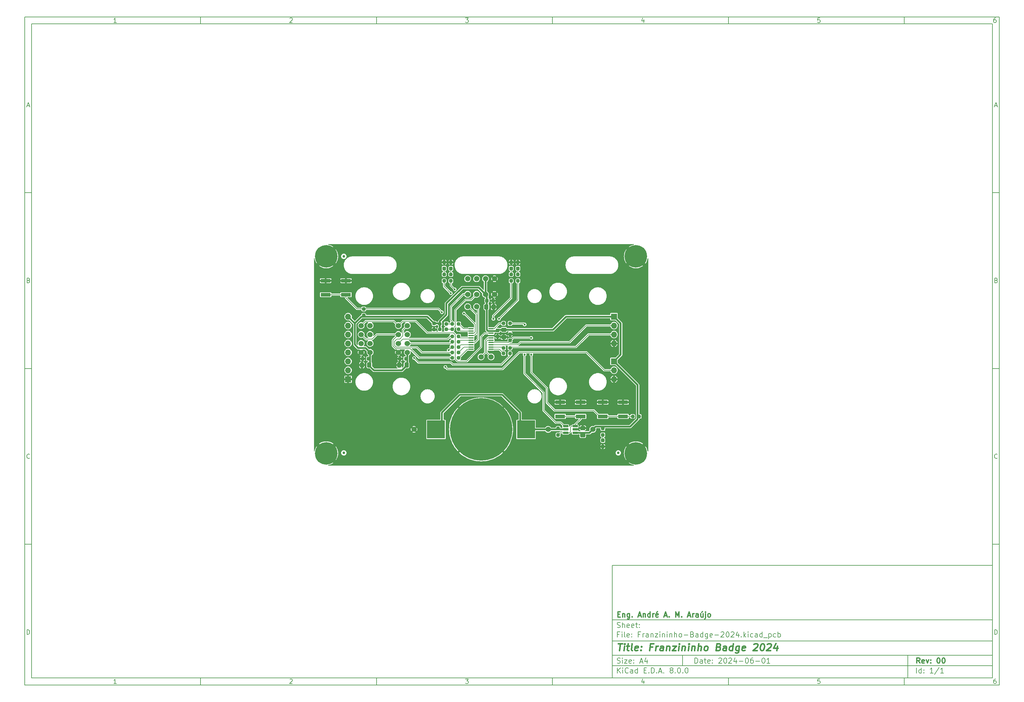
<source format=gbr>
%TF.GenerationSoftware,KiCad,Pcbnew,8.0.0*%
%TF.CreationDate,2024-06-01T14:18:10-03:00*%
%TF.ProjectId,Franzininho-Badge-2024,4672616e-7a69-46e6-996e-686f2d426164,00*%
%TF.SameCoordinates,Original*%
%TF.FileFunction,Copper,L1,Top*%
%TF.FilePolarity,Positive*%
%FSLAX46Y46*%
G04 Gerber Fmt 4.6, Leading zero omitted, Abs format (unit mm)*
G04 Created by KiCad (PCBNEW 8.0.0) date 2024-06-01 14:18:10*
%MOMM*%
%LPD*%
G01*
G04 APERTURE LIST*
G04 Aperture macros list*
%AMRoundRect*
0 Rectangle with rounded corners*
0 $1 Rounding radius*
0 $2 $3 $4 $5 $6 $7 $8 $9 X,Y pos of 4 corners*
0 Add a 4 corners polygon primitive as box body*
4,1,4,$2,$3,$4,$5,$6,$7,$8,$9,$2,$3,0*
0 Add four circle primitives for the rounded corners*
1,1,$1+$1,$2,$3*
1,1,$1+$1,$4,$5*
1,1,$1+$1,$6,$7*
1,1,$1+$1,$8,$9*
0 Add four rect primitives between the rounded corners*
20,1,$1+$1,$2,$3,$4,$5,0*
20,1,$1+$1,$4,$5,$6,$7,0*
20,1,$1+$1,$6,$7,$8,$9,0*
20,1,$1+$1,$8,$9,$2,$3,0*%
G04 Aperture macros list end*
%ADD10C,0.100000*%
%ADD11C,0.150000*%
%ADD12C,0.300000*%
%ADD13C,0.400000*%
%TA.AperFunction,ComponentPad*%
%ADD14C,1.524000*%
%TD*%
%TA.AperFunction,ComponentPad*%
%ADD15C,1.500000*%
%TD*%
%TA.AperFunction,SMDPad,CuDef*%
%ADD16RoundRect,0.237500X0.237500X-0.250000X0.237500X0.250000X-0.237500X0.250000X-0.237500X-0.250000X0*%
%TD*%
%TA.AperFunction,SMDPad,CuDef*%
%ADD17RoundRect,0.237500X-0.237500X0.300000X-0.237500X-0.300000X0.237500X-0.300000X0.237500X0.300000X0*%
%TD*%
%TA.AperFunction,ComponentPad*%
%ADD18R,1.700000X1.700000*%
%TD*%
%TA.AperFunction,ComponentPad*%
%ADD19O,1.700000X1.700000*%
%TD*%
%TA.AperFunction,SMDPad,CuDef*%
%ADD20RoundRect,0.237500X0.250000X0.237500X-0.250000X0.237500X-0.250000X-0.237500X0.250000X-0.237500X0*%
%TD*%
%TA.AperFunction,SMDPad,CuDef*%
%ADD21RoundRect,0.237500X-0.237500X0.287500X-0.237500X-0.287500X0.237500X-0.287500X0.237500X0.287500X0*%
%TD*%
%TA.AperFunction,SMDPad,CuDef*%
%ADD22RoundRect,0.237500X-0.250000X-0.237500X0.250000X-0.237500X0.250000X0.237500X-0.250000X0.237500X0*%
%TD*%
%TA.AperFunction,SMDPad,CuDef*%
%ADD23RoundRect,0.237500X-0.300000X-0.237500X0.300000X-0.237500X0.300000X0.237500X-0.300000X0.237500X0*%
%TD*%
%TA.AperFunction,SMDPad,CuDef*%
%ADD24RoundRect,0.237500X-0.237500X0.250000X-0.237500X-0.250000X0.237500X-0.250000X0.237500X0.250000X0*%
%TD*%
%TA.AperFunction,SMDPad,CuDef*%
%ADD25R,5.100000X5.100000*%
%TD*%
%TA.AperFunction,SMDPad,CuDef*%
%ADD26C,17.800000*%
%TD*%
%TA.AperFunction,SMDPad,CuDef*%
%ADD27RoundRect,0.250000X0.337500X0.475000X-0.337500X0.475000X-0.337500X-0.475000X0.337500X-0.475000X0*%
%TD*%
%TA.AperFunction,SMDPad,CuDef*%
%ADD28RoundRect,0.250000X-0.475000X0.337500X-0.475000X-0.337500X0.475000X-0.337500X0.475000X0.337500X0*%
%TD*%
%TA.AperFunction,SMDPad,CuDef*%
%ADD29C,0.750000*%
%TD*%
%TA.AperFunction,SMDPad,CuDef*%
%ADD30RoundRect,0.250000X0.475000X-0.337500X0.475000X0.337500X-0.475000X0.337500X-0.475000X-0.337500X0*%
%TD*%
%TA.AperFunction,SMDPad,CuDef*%
%ADD31RoundRect,0.162500X-0.617500X-0.162500X0.617500X-0.162500X0.617500X0.162500X-0.617500X0.162500X0*%
%TD*%
%TA.AperFunction,SMDPad,CuDef*%
%ADD32RoundRect,0.250000X-0.337500X-0.475000X0.337500X-0.475000X0.337500X0.475000X-0.337500X0.475000X0*%
%TD*%
%TA.AperFunction,ComponentPad*%
%ADD33C,6.400000*%
%TD*%
%TA.AperFunction,SMDPad,CuDef*%
%ADD34RoundRect,0.237500X0.237500X-0.287500X0.237500X0.287500X-0.237500X0.287500X-0.237500X-0.287500X0*%
%TD*%
%TA.AperFunction,SMDPad,CuDef*%
%ADD35R,2.800000X1.000000*%
%TD*%
%TA.AperFunction,SMDPad,CuDef*%
%ADD36RoundRect,0.237500X0.237500X-0.300000X0.237500X0.300000X-0.237500X0.300000X-0.237500X-0.300000X0*%
%TD*%
%TA.AperFunction,SMDPad,CuDef*%
%ADD37RoundRect,0.237500X0.300000X0.237500X-0.300000X0.237500X-0.300000X-0.237500X0.300000X-0.237500X0*%
%TD*%
%TA.AperFunction,SMDPad,CuDef*%
%ADD38RoundRect,0.100000X0.637500X0.100000X-0.637500X0.100000X-0.637500X-0.100000X0.637500X-0.100000X0*%
%TD*%
%TA.AperFunction,ViaPad*%
%ADD39C,0.600000*%
%TD*%
%TA.AperFunction,Conductor*%
%ADD40C,0.500000*%
%TD*%
%TA.AperFunction,Conductor*%
%ADD41C,0.250000*%
%TD*%
%TA.AperFunction,Conductor*%
%ADD42C,0.200000*%
%TD*%
G04 APERTURE END LIST*
D10*
D11*
X177002200Y-166007200D02*
X285002200Y-166007200D01*
X285002200Y-198007200D01*
X177002200Y-198007200D01*
X177002200Y-166007200D01*
D10*
D11*
X10000000Y-10000000D02*
X287002200Y-10000000D01*
X287002200Y-200007200D01*
X10000000Y-200007200D01*
X10000000Y-10000000D01*
D10*
D11*
X12000000Y-12000000D02*
X285002200Y-12000000D01*
X285002200Y-198007200D01*
X12000000Y-198007200D01*
X12000000Y-12000000D01*
D10*
D11*
X60000000Y-12000000D02*
X60000000Y-10000000D01*
D10*
D11*
X110000000Y-12000000D02*
X110000000Y-10000000D01*
D10*
D11*
X160000000Y-12000000D02*
X160000000Y-10000000D01*
D10*
D11*
X210000000Y-12000000D02*
X210000000Y-10000000D01*
D10*
D11*
X260000000Y-12000000D02*
X260000000Y-10000000D01*
D10*
D11*
X36089160Y-11593604D02*
X35346303Y-11593604D01*
X35717731Y-11593604D02*
X35717731Y-10293604D01*
X35717731Y-10293604D02*
X35593922Y-10479319D01*
X35593922Y-10479319D02*
X35470112Y-10603128D01*
X35470112Y-10603128D02*
X35346303Y-10665033D01*
D10*
D11*
X85346303Y-10417414D02*
X85408207Y-10355509D01*
X85408207Y-10355509D02*
X85532017Y-10293604D01*
X85532017Y-10293604D02*
X85841541Y-10293604D01*
X85841541Y-10293604D02*
X85965350Y-10355509D01*
X85965350Y-10355509D02*
X86027255Y-10417414D01*
X86027255Y-10417414D02*
X86089160Y-10541223D01*
X86089160Y-10541223D02*
X86089160Y-10665033D01*
X86089160Y-10665033D02*
X86027255Y-10850747D01*
X86027255Y-10850747D02*
X85284398Y-11593604D01*
X85284398Y-11593604D02*
X86089160Y-11593604D01*
D10*
D11*
X135284398Y-10293604D02*
X136089160Y-10293604D01*
X136089160Y-10293604D02*
X135655826Y-10788842D01*
X135655826Y-10788842D02*
X135841541Y-10788842D01*
X135841541Y-10788842D02*
X135965350Y-10850747D01*
X135965350Y-10850747D02*
X136027255Y-10912652D01*
X136027255Y-10912652D02*
X136089160Y-11036461D01*
X136089160Y-11036461D02*
X136089160Y-11345985D01*
X136089160Y-11345985D02*
X136027255Y-11469795D01*
X136027255Y-11469795D02*
X135965350Y-11531700D01*
X135965350Y-11531700D02*
X135841541Y-11593604D01*
X135841541Y-11593604D02*
X135470112Y-11593604D01*
X135470112Y-11593604D02*
X135346303Y-11531700D01*
X135346303Y-11531700D02*
X135284398Y-11469795D01*
D10*
D11*
X185965350Y-10726938D02*
X185965350Y-11593604D01*
X185655826Y-10231700D02*
X185346303Y-11160271D01*
X185346303Y-11160271D02*
X186151064Y-11160271D01*
D10*
D11*
X236027255Y-10293604D02*
X235408207Y-10293604D01*
X235408207Y-10293604D02*
X235346303Y-10912652D01*
X235346303Y-10912652D02*
X235408207Y-10850747D01*
X235408207Y-10850747D02*
X235532017Y-10788842D01*
X235532017Y-10788842D02*
X235841541Y-10788842D01*
X235841541Y-10788842D02*
X235965350Y-10850747D01*
X235965350Y-10850747D02*
X236027255Y-10912652D01*
X236027255Y-10912652D02*
X236089160Y-11036461D01*
X236089160Y-11036461D02*
X236089160Y-11345985D01*
X236089160Y-11345985D02*
X236027255Y-11469795D01*
X236027255Y-11469795D02*
X235965350Y-11531700D01*
X235965350Y-11531700D02*
X235841541Y-11593604D01*
X235841541Y-11593604D02*
X235532017Y-11593604D01*
X235532017Y-11593604D02*
X235408207Y-11531700D01*
X235408207Y-11531700D02*
X235346303Y-11469795D01*
D10*
D11*
X285965350Y-10293604D02*
X285717731Y-10293604D01*
X285717731Y-10293604D02*
X285593922Y-10355509D01*
X285593922Y-10355509D02*
X285532017Y-10417414D01*
X285532017Y-10417414D02*
X285408207Y-10603128D01*
X285408207Y-10603128D02*
X285346303Y-10850747D01*
X285346303Y-10850747D02*
X285346303Y-11345985D01*
X285346303Y-11345985D02*
X285408207Y-11469795D01*
X285408207Y-11469795D02*
X285470112Y-11531700D01*
X285470112Y-11531700D02*
X285593922Y-11593604D01*
X285593922Y-11593604D02*
X285841541Y-11593604D01*
X285841541Y-11593604D02*
X285965350Y-11531700D01*
X285965350Y-11531700D02*
X286027255Y-11469795D01*
X286027255Y-11469795D02*
X286089160Y-11345985D01*
X286089160Y-11345985D02*
X286089160Y-11036461D01*
X286089160Y-11036461D02*
X286027255Y-10912652D01*
X286027255Y-10912652D02*
X285965350Y-10850747D01*
X285965350Y-10850747D02*
X285841541Y-10788842D01*
X285841541Y-10788842D02*
X285593922Y-10788842D01*
X285593922Y-10788842D02*
X285470112Y-10850747D01*
X285470112Y-10850747D02*
X285408207Y-10912652D01*
X285408207Y-10912652D02*
X285346303Y-11036461D01*
D10*
D11*
X60000000Y-198007200D02*
X60000000Y-200007200D01*
D10*
D11*
X110000000Y-198007200D02*
X110000000Y-200007200D01*
D10*
D11*
X160000000Y-198007200D02*
X160000000Y-200007200D01*
D10*
D11*
X210000000Y-198007200D02*
X210000000Y-200007200D01*
D10*
D11*
X260000000Y-198007200D02*
X260000000Y-200007200D01*
D10*
D11*
X36089160Y-199600804D02*
X35346303Y-199600804D01*
X35717731Y-199600804D02*
X35717731Y-198300804D01*
X35717731Y-198300804D02*
X35593922Y-198486519D01*
X35593922Y-198486519D02*
X35470112Y-198610328D01*
X35470112Y-198610328D02*
X35346303Y-198672233D01*
D10*
D11*
X85346303Y-198424614D02*
X85408207Y-198362709D01*
X85408207Y-198362709D02*
X85532017Y-198300804D01*
X85532017Y-198300804D02*
X85841541Y-198300804D01*
X85841541Y-198300804D02*
X85965350Y-198362709D01*
X85965350Y-198362709D02*
X86027255Y-198424614D01*
X86027255Y-198424614D02*
X86089160Y-198548423D01*
X86089160Y-198548423D02*
X86089160Y-198672233D01*
X86089160Y-198672233D02*
X86027255Y-198857947D01*
X86027255Y-198857947D02*
X85284398Y-199600804D01*
X85284398Y-199600804D02*
X86089160Y-199600804D01*
D10*
D11*
X135284398Y-198300804D02*
X136089160Y-198300804D01*
X136089160Y-198300804D02*
X135655826Y-198796042D01*
X135655826Y-198796042D02*
X135841541Y-198796042D01*
X135841541Y-198796042D02*
X135965350Y-198857947D01*
X135965350Y-198857947D02*
X136027255Y-198919852D01*
X136027255Y-198919852D02*
X136089160Y-199043661D01*
X136089160Y-199043661D02*
X136089160Y-199353185D01*
X136089160Y-199353185D02*
X136027255Y-199476995D01*
X136027255Y-199476995D02*
X135965350Y-199538900D01*
X135965350Y-199538900D02*
X135841541Y-199600804D01*
X135841541Y-199600804D02*
X135470112Y-199600804D01*
X135470112Y-199600804D02*
X135346303Y-199538900D01*
X135346303Y-199538900D02*
X135284398Y-199476995D01*
D10*
D11*
X185965350Y-198734138D02*
X185965350Y-199600804D01*
X185655826Y-198238900D02*
X185346303Y-199167471D01*
X185346303Y-199167471D02*
X186151064Y-199167471D01*
D10*
D11*
X236027255Y-198300804D02*
X235408207Y-198300804D01*
X235408207Y-198300804D02*
X235346303Y-198919852D01*
X235346303Y-198919852D02*
X235408207Y-198857947D01*
X235408207Y-198857947D02*
X235532017Y-198796042D01*
X235532017Y-198796042D02*
X235841541Y-198796042D01*
X235841541Y-198796042D02*
X235965350Y-198857947D01*
X235965350Y-198857947D02*
X236027255Y-198919852D01*
X236027255Y-198919852D02*
X236089160Y-199043661D01*
X236089160Y-199043661D02*
X236089160Y-199353185D01*
X236089160Y-199353185D02*
X236027255Y-199476995D01*
X236027255Y-199476995D02*
X235965350Y-199538900D01*
X235965350Y-199538900D02*
X235841541Y-199600804D01*
X235841541Y-199600804D02*
X235532017Y-199600804D01*
X235532017Y-199600804D02*
X235408207Y-199538900D01*
X235408207Y-199538900D02*
X235346303Y-199476995D01*
D10*
D11*
X285965350Y-198300804D02*
X285717731Y-198300804D01*
X285717731Y-198300804D02*
X285593922Y-198362709D01*
X285593922Y-198362709D02*
X285532017Y-198424614D01*
X285532017Y-198424614D02*
X285408207Y-198610328D01*
X285408207Y-198610328D02*
X285346303Y-198857947D01*
X285346303Y-198857947D02*
X285346303Y-199353185D01*
X285346303Y-199353185D02*
X285408207Y-199476995D01*
X285408207Y-199476995D02*
X285470112Y-199538900D01*
X285470112Y-199538900D02*
X285593922Y-199600804D01*
X285593922Y-199600804D02*
X285841541Y-199600804D01*
X285841541Y-199600804D02*
X285965350Y-199538900D01*
X285965350Y-199538900D02*
X286027255Y-199476995D01*
X286027255Y-199476995D02*
X286089160Y-199353185D01*
X286089160Y-199353185D02*
X286089160Y-199043661D01*
X286089160Y-199043661D02*
X286027255Y-198919852D01*
X286027255Y-198919852D02*
X285965350Y-198857947D01*
X285965350Y-198857947D02*
X285841541Y-198796042D01*
X285841541Y-198796042D02*
X285593922Y-198796042D01*
X285593922Y-198796042D02*
X285470112Y-198857947D01*
X285470112Y-198857947D02*
X285408207Y-198919852D01*
X285408207Y-198919852D02*
X285346303Y-199043661D01*
D10*
D11*
X10000000Y-60000000D02*
X12000000Y-60000000D01*
D10*
D11*
X10000000Y-110000000D02*
X12000000Y-110000000D01*
D10*
D11*
X10000000Y-160000000D02*
X12000000Y-160000000D01*
D10*
D11*
X10690476Y-35222176D02*
X11309523Y-35222176D01*
X10566666Y-35593604D02*
X10999999Y-34293604D01*
X10999999Y-34293604D02*
X11433333Y-35593604D01*
D10*
D11*
X11092857Y-84912652D02*
X11278571Y-84974557D01*
X11278571Y-84974557D02*
X11340476Y-85036461D01*
X11340476Y-85036461D02*
X11402380Y-85160271D01*
X11402380Y-85160271D02*
X11402380Y-85345985D01*
X11402380Y-85345985D02*
X11340476Y-85469795D01*
X11340476Y-85469795D02*
X11278571Y-85531700D01*
X11278571Y-85531700D02*
X11154761Y-85593604D01*
X11154761Y-85593604D02*
X10659523Y-85593604D01*
X10659523Y-85593604D02*
X10659523Y-84293604D01*
X10659523Y-84293604D02*
X11092857Y-84293604D01*
X11092857Y-84293604D02*
X11216666Y-84355509D01*
X11216666Y-84355509D02*
X11278571Y-84417414D01*
X11278571Y-84417414D02*
X11340476Y-84541223D01*
X11340476Y-84541223D02*
X11340476Y-84665033D01*
X11340476Y-84665033D02*
X11278571Y-84788842D01*
X11278571Y-84788842D02*
X11216666Y-84850747D01*
X11216666Y-84850747D02*
X11092857Y-84912652D01*
X11092857Y-84912652D02*
X10659523Y-84912652D01*
D10*
D11*
X11402380Y-135469795D02*
X11340476Y-135531700D01*
X11340476Y-135531700D02*
X11154761Y-135593604D01*
X11154761Y-135593604D02*
X11030952Y-135593604D01*
X11030952Y-135593604D02*
X10845238Y-135531700D01*
X10845238Y-135531700D02*
X10721428Y-135407890D01*
X10721428Y-135407890D02*
X10659523Y-135284080D01*
X10659523Y-135284080D02*
X10597619Y-135036461D01*
X10597619Y-135036461D02*
X10597619Y-134850747D01*
X10597619Y-134850747D02*
X10659523Y-134603128D01*
X10659523Y-134603128D02*
X10721428Y-134479319D01*
X10721428Y-134479319D02*
X10845238Y-134355509D01*
X10845238Y-134355509D02*
X11030952Y-134293604D01*
X11030952Y-134293604D02*
X11154761Y-134293604D01*
X11154761Y-134293604D02*
X11340476Y-134355509D01*
X11340476Y-134355509D02*
X11402380Y-134417414D01*
D10*
D11*
X10659523Y-185593604D02*
X10659523Y-184293604D01*
X10659523Y-184293604D02*
X10969047Y-184293604D01*
X10969047Y-184293604D02*
X11154761Y-184355509D01*
X11154761Y-184355509D02*
X11278571Y-184479319D01*
X11278571Y-184479319D02*
X11340476Y-184603128D01*
X11340476Y-184603128D02*
X11402380Y-184850747D01*
X11402380Y-184850747D02*
X11402380Y-185036461D01*
X11402380Y-185036461D02*
X11340476Y-185284080D01*
X11340476Y-185284080D02*
X11278571Y-185407890D01*
X11278571Y-185407890D02*
X11154761Y-185531700D01*
X11154761Y-185531700D02*
X10969047Y-185593604D01*
X10969047Y-185593604D02*
X10659523Y-185593604D01*
D10*
D11*
X287002200Y-60000000D02*
X285002200Y-60000000D01*
D10*
D11*
X287002200Y-110000000D02*
X285002200Y-110000000D01*
D10*
D11*
X287002200Y-160000000D02*
X285002200Y-160000000D01*
D10*
D11*
X285692676Y-35222176D02*
X286311723Y-35222176D01*
X285568866Y-35593604D02*
X286002199Y-34293604D01*
X286002199Y-34293604D02*
X286435533Y-35593604D01*
D10*
D11*
X286095057Y-84912652D02*
X286280771Y-84974557D01*
X286280771Y-84974557D02*
X286342676Y-85036461D01*
X286342676Y-85036461D02*
X286404580Y-85160271D01*
X286404580Y-85160271D02*
X286404580Y-85345985D01*
X286404580Y-85345985D02*
X286342676Y-85469795D01*
X286342676Y-85469795D02*
X286280771Y-85531700D01*
X286280771Y-85531700D02*
X286156961Y-85593604D01*
X286156961Y-85593604D02*
X285661723Y-85593604D01*
X285661723Y-85593604D02*
X285661723Y-84293604D01*
X285661723Y-84293604D02*
X286095057Y-84293604D01*
X286095057Y-84293604D02*
X286218866Y-84355509D01*
X286218866Y-84355509D02*
X286280771Y-84417414D01*
X286280771Y-84417414D02*
X286342676Y-84541223D01*
X286342676Y-84541223D02*
X286342676Y-84665033D01*
X286342676Y-84665033D02*
X286280771Y-84788842D01*
X286280771Y-84788842D02*
X286218866Y-84850747D01*
X286218866Y-84850747D02*
X286095057Y-84912652D01*
X286095057Y-84912652D02*
X285661723Y-84912652D01*
D10*
D11*
X286404580Y-135469795D02*
X286342676Y-135531700D01*
X286342676Y-135531700D02*
X286156961Y-135593604D01*
X286156961Y-135593604D02*
X286033152Y-135593604D01*
X286033152Y-135593604D02*
X285847438Y-135531700D01*
X285847438Y-135531700D02*
X285723628Y-135407890D01*
X285723628Y-135407890D02*
X285661723Y-135284080D01*
X285661723Y-135284080D02*
X285599819Y-135036461D01*
X285599819Y-135036461D02*
X285599819Y-134850747D01*
X285599819Y-134850747D02*
X285661723Y-134603128D01*
X285661723Y-134603128D02*
X285723628Y-134479319D01*
X285723628Y-134479319D02*
X285847438Y-134355509D01*
X285847438Y-134355509D02*
X286033152Y-134293604D01*
X286033152Y-134293604D02*
X286156961Y-134293604D01*
X286156961Y-134293604D02*
X286342676Y-134355509D01*
X286342676Y-134355509D02*
X286404580Y-134417414D01*
D10*
D11*
X285661723Y-185593604D02*
X285661723Y-184293604D01*
X285661723Y-184293604D02*
X285971247Y-184293604D01*
X285971247Y-184293604D02*
X286156961Y-184355509D01*
X286156961Y-184355509D02*
X286280771Y-184479319D01*
X286280771Y-184479319D02*
X286342676Y-184603128D01*
X286342676Y-184603128D02*
X286404580Y-184850747D01*
X286404580Y-184850747D02*
X286404580Y-185036461D01*
X286404580Y-185036461D02*
X286342676Y-185284080D01*
X286342676Y-185284080D02*
X286280771Y-185407890D01*
X286280771Y-185407890D02*
X286156961Y-185531700D01*
X286156961Y-185531700D02*
X285971247Y-185593604D01*
X285971247Y-185593604D02*
X285661723Y-185593604D01*
D10*
D11*
X200458026Y-193793328D02*
X200458026Y-192293328D01*
X200458026Y-192293328D02*
X200815169Y-192293328D01*
X200815169Y-192293328D02*
X201029455Y-192364757D01*
X201029455Y-192364757D02*
X201172312Y-192507614D01*
X201172312Y-192507614D02*
X201243741Y-192650471D01*
X201243741Y-192650471D02*
X201315169Y-192936185D01*
X201315169Y-192936185D02*
X201315169Y-193150471D01*
X201315169Y-193150471D02*
X201243741Y-193436185D01*
X201243741Y-193436185D02*
X201172312Y-193579042D01*
X201172312Y-193579042D02*
X201029455Y-193721900D01*
X201029455Y-193721900D02*
X200815169Y-193793328D01*
X200815169Y-193793328D02*
X200458026Y-193793328D01*
X202600884Y-193793328D02*
X202600884Y-193007614D01*
X202600884Y-193007614D02*
X202529455Y-192864757D01*
X202529455Y-192864757D02*
X202386598Y-192793328D01*
X202386598Y-192793328D02*
X202100884Y-192793328D01*
X202100884Y-192793328D02*
X201958026Y-192864757D01*
X202600884Y-193721900D02*
X202458026Y-193793328D01*
X202458026Y-193793328D02*
X202100884Y-193793328D01*
X202100884Y-193793328D02*
X201958026Y-193721900D01*
X201958026Y-193721900D02*
X201886598Y-193579042D01*
X201886598Y-193579042D02*
X201886598Y-193436185D01*
X201886598Y-193436185D02*
X201958026Y-193293328D01*
X201958026Y-193293328D02*
X202100884Y-193221900D01*
X202100884Y-193221900D02*
X202458026Y-193221900D01*
X202458026Y-193221900D02*
X202600884Y-193150471D01*
X203100884Y-192793328D02*
X203672312Y-192793328D01*
X203315169Y-192293328D02*
X203315169Y-193579042D01*
X203315169Y-193579042D02*
X203386598Y-193721900D01*
X203386598Y-193721900D02*
X203529455Y-193793328D01*
X203529455Y-193793328D02*
X203672312Y-193793328D01*
X204743741Y-193721900D02*
X204600884Y-193793328D01*
X204600884Y-193793328D02*
X204315170Y-193793328D01*
X204315170Y-193793328D02*
X204172312Y-193721900D01*
X204172312Y-193721900D02*
X204100884Y-193579042D01*
X204100884Y-193579042D02*
X204100884Y-193007614D01*
X204100884Y-193007614D02*
X204172312Y-192864757D01*
X204172312Y-192864757D02*
X204315170Y-192793328D01*
X204315170Y-192793328D02*
X204600884Y-192793328D01*
X204600884Y-192793328D02*
X204743741Y-192864757D01*
X204743741Y-192864757D02*
X204815170Y-193007614D01*
X204815170Y-193007614D02*
X204815170Y-193150471D01*
X204815170Y-193150471D02*
X204100884Y-193293328D01*
X205458026Y-193650471D02*
X205529455Y-193721900D01*
X205529455Y-193721900D02*
X205458026Y-193793328D01*
X205458026Y-193793328D02*
X205386598Y-193721900D01*
X205386598Y-193721900D02*
X205458026Y-193650471D01*
X205458026Y-193650471D02*
X205458026Y-193793328D01*
X205458026Y-192864757D02*
X205529455Y-192936185D01*
X205529455Y-192936185D02*
X205458026Y-193007614D01*
X205458026Y-193007614D02*
X205386598Y-192936185D01*
X205386598Y-192936185D02*
X205458026Y-192864757D01*
X205458026Y-192864757D02*
X205458026Y-193007614D01*
X207243741Y-192436185D02*
X207315169Y-192364757D01*
X207315169Y-192364757D02*
X207458027Y-192293328D01*
X207458027Y-192293328D02*
X207815169Y-192293328D01*
X207815169Y-192293328D02*
X207958027Y-192364757D01*
X207958027Y-192364757D02*
X208029455Y-192436185D01*
X208029455Y-192436185D02*
X208100884Y-192579042D01*
X208100884Y-192579042D02*
X208100884Y-192721900D01*
X208100884Y-192721900D02*
X208029455Y-192936185D01*
X208029455Y-192936185D02*
X207172312Y-193793328D01*
X207172312Y-193793328D02*
X208100884Y-193793328D01*
X209029455Y-192293328D02*
X209172312Y-192293328D01*
X209172312Y-192293328D02*
X209315169Y-192364757D01*
X209315169Y-192364757D02*
X209386598Y-192436185D01*
X209386598Y-192436185D02*
X209458026Y-192579042D01*
X209458026Y-192579042D02*
X209529455Y-192864757D01*
X209529455Y-192864757D02*
X209529455Y-193221900D01*
X209529455Y-193221900D02*
X209458026Y-193507614D01*
X209458026Y-193507614D02*
X209386598Y-193650471D01*
X209386598Y-193650471D02*
X209315169Y-193721900D01*
X209315169Y-193721900D02*
X209172312Y-193793328D01*
X209172312Y-193793328D02*
X209029455Y-193793328D01*
X209029455Y-193793328D02*
X208886598Y-193721900D01*
X208886598Y-193721900D02*
X208815169Y-193650471D01*
X208815169Y-193650471D02*
X208743740Y-193507614D01*
X208743740Y-193507614D02*
X208672312Y-193221900D01*
X208672312Y-193221900D02*
X208672312Y-192864757D01*
X208672312Y-192864757D02*
X208743740Y-192579042D01*
X208743740Y-192579042D02*
X208815169Y-192436185D01*
X208815169Y-192436185D02*
X208886598Y-192364757D01*
X208886598Y-192364757D02*
X209029455Y-192293328D01*
X210100883Y-192436185D02*
X210172311Y-192364757D01*
X210172311Y-192364757D02*
X210315169Y-192293328D01*
X210315169Y-192293328D02*
X210672311Y-192293328D01*
X210672311Y-192293328D02*
X210815169Y-192364757D01*
X210815169Y-192364757D02*
X210886597Y-192436185D01*
X210886597Y-192436185D02*
X210958026Y-192579042D01*
X210958026Y-192579042D02*
X210958026Y-192721900D01*
X210958026Y-192721900D02*
X210886597Y-192936185D01*
X210886597Y-192936185D02*
X210029454Y-193793328D01*
X210029454Y-193793328D02*
X210958026Y-193793328D01*
X212243740Y-192793328D02*
X212243740Y-193793328D01*
X211886597Y-192221900D02*
X211529454Y-193293328D01*
X211529454Y-193293328D02*
X212458025Y-193293328D01*
X213029453Y-193221900D02*
X214172311Y-193221900D01*
X215172311Y-192293328D02*
X215315168Y-192293328D01*
X215315168Y-192293328D02*
X215458025Y-192364757D01*
X215458025Y-192364757D02*
X215529454Y-192436185D01*
X215529454Y-192436185D02*
X215600882Y-192579042D01*
X215600882Y-192579042D02*
X215672311Y-192864757D01*
X215672311Y-192864757D02*
X215672311Y-193221900D01*
X215672311Y-193221900D02*
X215600882Y-193507614D01*
X215600882Y-193507614D02*
X215529454Y-193650471D01*
X215529454Y-193650471D02*
X215458025Y-193721900D01*
X215458025Y-193721900D02*
X215315168Y-193793328D01*
X215315168Y-193793328D02*
X215172311Y-193793328D01*
X215172311Y-193793328D02*
X215029454Y-193721900D01*
X215029454Y-193721900D02*
X214958025Y-193650471D01*
X214958025Y-193650471D02*
X214886596Y-193507614D01*
X214886596Y-193507614D02*
X214815168Y-193221900D01*
X214815168Y-193221900D02*
X214815168Y-192864757D01*
X214815168Y-192864757D02*
X214886596Y-192579042D01*
X214886596Y-192579042D02*
X214958025Y-192436185D01*
X214958025Y-192436185D02*
X215029454Y-192364757D01*
X215029454Y-192364757D02*
X215172311Y-192293328D01*
X216958025Y-192293328D02*
X216672310Y-192293328D01*
X216672310Y-192293328D02*
X216529453Y-192364757D01*
X216529453Y-192364757D02*
X216458025Y-192436185D01*
X216458025Y-192436185D02*
X216315167Y-192650471D01*
X216315167Y-192650471D02*
X216243739Y-192936185D01*
X216243739Y-192936185D02*
X216243739Y-193507614D01*
X216243739Y-193507614D02*
X216315167Y-193650471D01*
X216315167Y-193650471D02*
X216386596Y-193721900D01*
X216386596Y-193721900D02*
X216529453Y-193793328D01*
X216529453Y-193793328D02*
X216815167Y-193793328D01*
X216815167Y-193793328D02*
X216958025Y-193721900D01*
X216958025Y-193721900D02*
X217029453Y-193650471D01*
X217029453Y-193650471D02*
X217100882Y-193507614D01*
X217100882Y-193507614D02*
X217100882Y-193150471D01*
X217100882Y-193150471D02*
X217029453Y-193007614D01*
X217029453Y-193007614D02*
X216958025Y-192936185D01*
X216958025Y-192936185D02*
X216815167Y-192864757D01*
X216815167Y-192864757D02*
X216529453Y-192864757D01*
X216529453Y-192864757D02*
X216386596Y-192936185D01*
X216386596Y-192936185D02*
X216315167Y-193007614D01*
X216315167Y-193007614D02*
X216243739Y-193150471D01*
X217743738Y-193221900D02*
X218886596Y-193221900D01*
X219886596Y-192293328D02*
X220029453Y-192293328D01*
X220029453Y-192293328D02*
X220172310Y-192364757D01*
X220172310Y-192364757D02*
X220243739Y-192436185D01*
X220243739Y-192436185D02*
X220315167Y-192579042D01*
X220315167Y-192579042D02*
X220386596Y-192864757D01*
X220386596Y-192864757D02*
X220386596Y-193221900D01*
X220386596Y-193221900D02*
X220315167Y-193507614D01*
X220315167Y-193507614D02*
X220243739Y-193650471D01*
X220243739Y-193650471D02*
X220172310Y-193721900D01*
X220172310Y-193721900D02*
X220029453Y-193793328D01*
X220029453Y-193793328D02*
X219886596Y-193793328D01*
X219886596Y-193793328D02*
X219743739Y-193721900D01*
X219743739Y-193721900D02*
X219672310Y-193650471D01*
X219672310Y-193650471D02*
X219600881Y-193507614D01*
X219600881Y-193507614D02*
X219529453Y-193221900D01*
X219529453Y-193221900D02*
X219529453Y-192864757D01*
X219529453Y-192864757D02*
X219600881Y-192579042D01*
X219600881Y-192579042D02*
X219672310Y-192436185D01*
X219672310Y-192436185D02*
X219743739Y-192364757D01*
X219743739Y-192364757D02*
X219886596Y-192293328D01*
X221815167Y-193793328D02*
X220958024Y-193793328D01*
X221386595Y-193793328D02*
X221386595Y-192293328D01*
X221386595Y-192293328D02*
X221243738Y-192507614D01*
X221243738Y-192507614D02*
X221100881Y-192650471D01*
X221100881Y-192650471D02*
X220958024Y-192721900D01*
D10*
D11*
X177002200Y-194507200D02*
X285002200Y-194507200D01*
D10*
D11*
X178458026Y-196593328D02*
X178458026Y-195093328D01*
X179315169Y-196593328D02*
X178672312Y-195736185D01*
X179315169Y-195093328D02*
X178458026Y-195950471D01*
X179958026Y-196593328D02*
X179958026Y-195593328D01*
X179958026Y-195093328D02*
X179886598Y-195164757D01*
X179886598Y-195164757D02*
X179958026Y-195236185D01*
X179958026Y-195236185D02*
X180029455Y-195164757D01*
X180029455Y-195164757D02*
X179958026Y-195093328D01*
X179958026Y-195093328D02*
X179958026Y-195236185D01*
X181529455Y-196450471D02*
X181458027Y-196521900D01*
X181458027Y-196521900D02*
X181243741Y-196593328D01*
X181243741Y-196593328D02*
X181100884Y-196593328D01*
X181100884Y-196593328D02*
X180886598Y-196521900D01*
X180886598Y-196521900D02*
X180743741Y-196379042D01*
X180743741Y-196379042D02*
X180672312Y-196236185D01*
X180672312Y-196236185D02*
X180600884Y-195950471D01*
X180600884Y-195950471D02*
X180600884Y-195736185D01*
X180600884Y-195736185D02*
X180672312Y-195450471D01*
X180672312Y-195450471D02*
X180743741Y-195307614D01*
X180743741Y-195307614D02*
X180886598Y-195164757D01*
X180886598Y-195164757D02*
X181100884Y-195093328D01*
X181100884Y-195093328D02*
X181243741Y-195093328D01*
X181243741Y-195093328D02*
X181458027Y-195164757D01*
X181458027Y-195164757D02*
X181529455Y-195236185D01*
X182815170Y-196593328D02*
X182815170Y-195807614D01*
X182815170Y-195807614D02*
X182743741Y-195664757D01*
X182743741Y-195664757D02*
X182600884Y-195593328D01*
X182600884Y-195593328D02*
X182315170Y-195593328D01*
X182315170Y-195593328D02*
X182172312Y-195664757D01*
X182815170Y-196521900D02*
X182672312Y-196593328D01*
X182672312Y-196593328D02*
X182315170Y-196593328D01*
X182315170Y-196593328D02*
X182172312Y-196521900D01*
X182172312Y-196521900D02*
X182100884Y-196379042D01*
X182100884Y-196379042D02*
X182100884Y-196236185D01*
X182100884Y-196236185D02*
X182172312Y-196093328D01*
X182172312Y-196093328D02*
X182315170Y-196021900D01*
X182315170Y-196021900D02*
X182672312Y-196021900D01*
X182672312Y-196021900D02*
X182815170Y-195950471D01*
X184172313Y-196593328D02*
X184172313Y-195093328D01*
X184172313Y-196521900D02*
X184029455Y-196593328D01*
X184029455Y-196593328D02*
X183743741Y-196593328D01*
X183743741Y-196593328D02*
X183600884Y-196521900D01*
X183600884Y-196521900D02*
X183529455Y-196450471D01*
X183529455Y-196450471D02*
X183458027Y-196307614D01*
X183458027Y-196307614D02*
X183458027Y-195879042D01*
X183458027Y-195879042D02*
X183529455Y-195736185D01*
X183529455Y-195736185D02*
X183600884Y-195664757D01*
X183600884Y-195664757D02*
X183743741Y-195593328D01*
X183743741Y-195593328D02*
X184029455Y-195593328D01*
X184029455Y-195593328D02*
X184172313Y-195664757D01*
X186029455Y-195807614D02*
X186529455Y-195807614D01*
X186743741Y-196593328D02*
X186029455Y-196593328D01*
X186029455Y-196593328D02*
X186029455Y-195093328D01*
X186029455Y-195093328D02*
X186743741Y-195093328D01*
X187386598Y-196450471D02*
X187458027Y-196521900D01*
X187458027Y-196521900D02*
X187386598Y-196593328D01*
X187386598Y-196593328D02*
X187315170Y-196521900D01*
X187315170Y-196521900D02*
X187386598Y-196450471D01*
X187386598Y-196450471D02*
X187386598Y-196593328D01*
X188100884Y-196593328D02*
X188100884Y-195093328D01*
X188100884Y-195093328D02*
X188458027Y-195093328D01*
X188458027Y-195093328D02*
X188672313Y-195164757D01*
X188672313Y-195164757D02*
X188815170Y-195307614D01*
X188815170Y-195307614D02*
X188886599Y-195450471D01*
X188886599Y-195450471D02*
X188958027Y-195736185D01*
X188958027Y-195736185D02*
X188958027Y-195950471D01*
X188958027Y-195950471D02*
X188886599Y-196236185D01*
X188886599Y-196236185D02*
X188815170Y-196379042D01*
X188815170Y-196379042D02*
X188672313Y-196521900D01*
X188672313Y-196521900D02*
X188458027Y-196593328D01*
X188458027Y-196593328D02*
X188100884Y-196593328D01*
X189600884Y-196450471D02*
X189672313Y-196521900D01*
X189672313Y-196521900D02*
X189600884Y-196593328D01*
X189600884Y-196593328D02*
X189529456Y-196521900D01*
X189529456Y-196521900D02*
X189600884Y-196450471D01*
X189600884Y-196450471D02*
X189600884Y-196593328D01*
X190243742Y-196164757D02*
X190958028Y-196164757D01*
X190100885Y-196593328D02*
X190600885Y-195093328D01*
X190600885Y-195093328D02*
X191100885Y-196593328D01*
X191600884Y-196450471D02*
X191672313Y-196521900D01*
X191672313Y-196521900D02*
X191600884Y-196593328D01*
X191600884Y-196593328D02*
X191529456Y-196521900D01*
X191529456Y-196521900D02*
X191600884Y-196450471D01*
X191600884Y-196450471D02*
X191600884Y-196593328D01*
X193672313Y-195736185D02*
X193529456Y-195664757D01*
X193529456Y-195664757D02*
X193458027Y-195593328D01*
X193458027Y-195593328D02*
X193386599Y-195450471D01*
X193386599Y-195450471D02*
X193386599Y-195379042D01*
X193386599Y-195379042D02*
X193458027Y-195236185D01*
X193458027Y-195236185D02*
X193529456Y-195164757D01*
X193529456Y-195164757D02*
X193672313Y-195093328D01*
X193672313Y-195093328D02*
X193958027Y-195093328D01*
X193958027Y-195093328D02*
X194100885Y-195164757D01*
X194100885Y-195164757D02*
X194172313Y-195236185D01*
X194172313Y-195236185D02*
X194243742Y-195379042D01*
X194243742Y-195379042D02*
X194243742Y-195450471D01*
X194243742Y-195450471D02*
X194172313Y-195593328D01*
X194172313Y-195593328D02*
X194100885Y-195664757D01*
X194100885Y-195664757D02*
X193958027Y-195736185D01*
X193958027Y-195736185D02*
X193672313Y-195736185D01*
X193672313Y-195736185D02*
X193529456Y-195807614D01*
X193529456Y-195807614D02*
X193458027Y-195879042D01*
X193458027Y-195879042D02*
X193386599Y-196021900D01*
X193386599Y-196021900D02*
X193386599Y-196307614D01*
X193386599Y-196307614D02*
X193458027Y-196450471D01*
X193458027Y-196450471D02*
X193529456Y-196521900D01*
X193529456Y-196521900D02*
X193672313Y-196593328D01*
X193672313Y-196593328D02*
X193958027Y-196593328D01*
X193958027Y-196593328D02*
X194100885Y-196521900D01*
X194100885Y-196521900D02*
X194172313Y-196450471D01*
X194172313Y-196450471D02*
X194243742Y-196307614D01*
X194243742Y-196307614D02*
X194243742Y-196021900D01*
X194243742Y-196021900D02*
X194172313Y-195879042D01*
X194172313Y-195879042D02*
X194100885Y-195807614D01*
X194100885Y-195807614D02*
X193958027Y-195736185D01*
X194886598Y-196450471D02*
X194958027Y-196521900D01*
X194958027Y-196521900D02*
X194886598Y-196593328D01*
X194886598Y-196593328D02*
X194815170Y-196521900D01*
X194815170Y-196521900D02*
X194886598Y-196450471D01*
X194886598Y-196450471D02*
X194886598Y-196593328D01*
X195886599Y-195093328D02*
X196029456Y-195093328D01*
X196029456Y-195093328D02*
X196172313Y-195164757D01*
X196172313Y-195164757D02*
X196243742Y-195236185D01*
X196243742Y-195236185D02*
X196315170Y-195379042D01*
X196315170Y-195379042D02*
X196386599Y-195664757D01*
X196386599Y-195664757D02*
X196386599Y-196021900D01*
X196386599Y-196021900D02*
X196315170Y-196307614D01*
X196315170Y-196307614D02*
X196243742Y-196450471D01*
X196243742Y-196450471D02*
X196172313Y-196521900D01*
X196172313Y-196521900D02*
X196029456Y-196593328D01*
X196029456Y-196593328D02*
X195886599Y-196593328D01*
X195886599Y-196593328D02*
X195743742Y-196521900D01*
X195743742Y-196521900D02*
X195672313Y-196450471D01*
X195672313Y-196450471D02*
X195600884Y-196307614D01*
X195600884Y-196307614D02*
X195529456Y-196021900D01*
X195529456Y-196021900D02*
X195529456Y-195664757D01*
X195529456Y-195664757D02*
X195600884Y-195379042D01*
X195600884Y-195379042D02*
X195672313Y-195236185D01*
X195672313Y-195236185D02*
X195743742Y-195164757D01*
X195743742Y-195164757D02*
X195886599Y-195093328D01*
X197029455Y-196450471D02*
X197100884Y-196521900D01*
X197100884Y-196521900D02*
X197029455Y-196593328D01*
X197029455Y-196593328D02*
X196958027Y-196521900D01*
X196958027Y-196521900D02*
X197029455Y-196450471D01*
X197029455Y-196450471D02*
X197029455Y-196593328D01*
X198029456Y-195093328D02*
X198172313Y-195093328D01*
X198172313Y-195093328D02*
X198315170Y-195164757D01*
X198315170Y-195164757D02*
X198386599Y-195236185D01*
X198386599Y-195236185D02*
X198458027Y-195379042D01*
X198458027Y-195379042D02*
X198529456Y-195664757D01*
X198529456Y-195664757D02*
X198529456Y-196021900D01*
X198529456Y-196021900D02*
X198458027Y-196307614D01*
X198458027Y-196307614D02*
X198386599Y-196450471D01*
X198386599Y-196450471D02*
X198315170Y-196521900D01*
X198315170Y-196521900D02*
X198172313Y-196593328D01*
X198172313Y-196593328D02*
X198029456Y-196593328D01*
X198029456Y-196593328D02*
X197886599Y-196521900D01*
X197886599Y-196521900D02*
X197815170Y-196450471D01*
X197815170Y-196450471D02*
X197743741Y-196307614D01*
X197743741Y-196307614D02*
X197672313Y-196021900D01*
X197672313Y-196021900D02*
X197672313Y-195664757D01*
X197672313Y-195664757D02*
X197743741Y-195379042D01*
X197743741Y-195379042D02*
X197815170Y-195236185D01*
X197815170Y-195236185D02*
X197886599Y-195164757D01*
X197886599Y-195164757D02*
X198029456Y-195093328D01*
D10*
D11*
X177002200Y-191507200D02*
X285002200Y-191507200D01*
D10*
D12*
X264413853Y-193785528D02*
X263913853Y-193071242D01*
X263556710Y-193785528D02*
X263556710Y-192285528D01*
X263556710Y-192285528D02*
X264128139Y-192285528D01*
X264128139Y-192285528D02*
X264270996Y-192356957D01*
X264270996Y-192356957D02*
X264342425Y-192428385D01*
X264342425Y-192428385D02*
X264413853Y-192571242D01*
X264413853Y-192571242D02*
X264413853Y-192785528D01*
X264413853Y-192785528D02*
X264342425Y-192928385D01*
X264342425Y-192928385D02*
X264270996Y-192999814D01*
X264270996Y-192999814D02*
X264128139Y-193071242D01*
X264128139Y-193071242D02*
X263556710Y-193071242D01*
X265628139Y-193714100D02*
X265485282Y-193785528D01*
X265485282Y-193785528D02*
X265199568Y-193785528D01*
X265199568Y-193785528D02*
X265056710Y-193714100D01*
X265056710Y-193714100D02*
X264985282Y-193571242D01*
X264985282Y-193571242D02*
X264985282Y-192999814D01*
X264985282Y-192999814D02*
X265056710Y-192856957D01*
X265056710Y-192856957D02*
X265199568Y-192785528D01*
X265199568Y-192785528D02*
X265485282Y-192785528D01*
X265485282Y-192785528D02*
X265628139Y-192856957D01*
X265628139Y-192856957D02*
X265699568Y-192999814D01*
X265699568Y-192999814D02*
X265699568Y-193142671D01*
X265699568Y-193142671D02*
X264985282Y-193285528D01*
X266199567Y-192785528D02*
X266556710Y-193785528D01*
X266556710Y-193785528D02*
X266913853Y-192785528D01*
X267485281Y-193642671D02*
X267556710Y-193714100D01*
X267556710Y-193714100D02*
X267485281Y-193785528D01*
X267485281Y-193785528D02*
X267413853Y-193714100D01*
X267413853Y-193714100D02*
X267485281Y-193642671D01*
X267485281Y-193642671D02*
X267485281Y-193785528D01*
X267485281Y-192856957D02*
X267556710Y-192928385D01*
X267556710Y-192928385D02*
X267485281Y-192999814D01*
X267485281Y-192999814D02*
X267413853Y-192928385D01*
X267413853Y-192928385D02*
X267485281Y-192856957D01*
X267485281Y-192856957D02*
X267485281Y-192999814D01*
X269628139Y-192285528D02*
X269770996Y-192285528D01*
X269770996Y-192285528D02*
X269913853Y-192356957D01*
X269913853Y-192356957D02*
X269985282Y-192428385D01*
X269985282Y-192428385D02*
X270056710Y-192571242D01*
X270056710Y-192571242D02*
X270128139Y-192856957D01*
X270128139Y-192856957D02*
X270128139Y-193214100D01*
X270128139Y-193214100D02*
X270056710Y-193499814D01*
X270056710Y-193499814D02*
X269985282Y-193642671D01*
X269985282Y-193642671D02*
X269913853Y-193714100D01*
X269913853Y-193714100D02*
X269770996Y-193785528D01*
X269770996Y-193785528D02*
X269628139Y-193785528D01*
X269628139Y-193785528D02*
X269485282Y-193714100D01*
X269485282Y-193714100D02*
X269413853Y-193642671D01*
X269413853Y-193642671D02*
X269342424Y-193499814D01*
X269342424Y-193499814D02*
X269270996Y-193214100D01*
X269270996Y-193214100D02*
X269270996Y-192856957D01*
X269270996Y-192856957D02*
X269342424Y-192571242D01*
X269342424Y-192571242D02*
X269413853Y-192428385D01*
X269413853Y-192428385D02*
X269485282Y-192356957D01*
X269485282Y-192356957D02*
X269628139Y-192285528D01*
X271056710Y-192285528D02*
X271199567Y-192285528D01*
X271199567Y-192285528D02*
X271342424Y-192356957D01*
X271342424Y-192356957D02*
X271413853Y-192428385D01*
X271413853Y-192428385D02*
X271485281Y-192571242D01*
X271485281Y-192571242D02*
X271556710Y-192856957D01*
X271556710Y-192856957D02*
X271556710Y-193214100D01*
X271556710Y-193214100D02*
X271485281Y-193499814D01*
X271485281Y-193499814D02*
X271413853Y-193642671D01*
X271413853Y-193642671D02*
X271342424Y-193714100D01*
X271342424Y-193714100D02*
X271199567Y-193785528D01*
X271199567Y-193785528D02*
X271056710Y-193785528D01*
X271056710Y-193785528D02*
X270913853Y-193714100D01*
X270913853Y-193714100D02*
X270842424Y-193642671D01*
X270842424Y-193642671D02*
X270770995Y-193499814D01*
X270770995Y-193499814D02*
X270699567Y-193214100D01*
X270699567Y-193214100D02*
X270699567Y-192856957D01*
X270699567Y-192856957D02*
X270770995Y-192571242D01*
X270770995Y-192571242D02*
X270842424Y-192428385D01*
X270842424Y-192428385D02*
X270913853Y-192356957D01*
X270913853Y-192356957D02*
X271056710Y-192285528D01*
D10*
D11*
X178386598Y-193721900D02*
X178600884Y-193793328D01*
X178600884Y-193793328D02*
X178958026Y-193793328D01*
X178958026Y-193793328D02*
X179100884Y-193721900D01*
X179100884Y-193721900D02*
X179172312Y-193650471D01*
X179172312Y-193650471D02*
X179243741Y-193507614D01*
X179243741Y-193507614D02*
X179243741Y-193364757D01*
X179243741Y-193364757D02*
X179172312Y-193221900D01*
X179172312Y-193221900D02*
X179100884Y-193150471D01*
X179100884Y-193150471D02*
X178958026Y-193079042D01*
X178958026Y-193079042D02*
X178672312Y-193007614D01*
X178672312Y-193007614D02*
X178529455Y-192936185D01*
X178529455Y-192936185D02*
X178458026Y-192864757D01*
X178458026Y-192864757D02*
X178386598Y-192721900D01*
X178386598Y-192721900D02*
X178386598Y-192579042D01*
X178386598Y-192579042D02*
X178458026Y-192436185D01*
X178458026Y-192436185D02*
X178529455Y-192364757D01*
X178529455Y-192364757D02*
X178672312Y-192293328D01*
X178672312Y-192293328D02*
X179029455Y-192293328D01*
X179029455Y-192293328D02*
X179243741Y-192364757D01*
X179886597Y-193793328D02*
X179886597Y-192793328D01*
X179886597Y-192293328D02*
X179815169Y-192364757D01*
X179815169Y-192364757D02*
X179886597Y-192436185D01*
X179886597Y-192436185D02*
X179958026Y-192364757D01*
X179958026Y-192364757D02*
X179886597Y-192293328D01*
X179886597Y-192293328D02*
X179886597Y-192436185D01*
X180458026Y-192793328D02*
X181243741Y-192793328D01*
X181243741Y-192793328D02*
X180458026Y-193793328D01*
X180458026Y-193793328D02*
X181243741Y-193793328D01*
X182386598Y-193721900D02*
X182243741Y-193793328D01*
X182243741Y-193793328D02*
X181958027Y-193793328D01*
X181958027Y-193793328D02*
X181815169Y-193721900D01*
X181815169Y-193721900D02*
X181743741Y-193579042D01*
X181743741Y-193579042D02*
X181743741Y-193007614D01*
X181743741Y-193007614D02*
X181815169Y-192864757D01*
X181815169Y-192864757D02*
X181958027Y-192793328D01*
X181958027Y-192793328D02*
X182243741Y-192793328D01*
X182243741Y-192793328D02*
X182386598Y-192864757D01*
X182386598Y-192864757D02*
X182458027Y-193007614D01*
X182458027Y-193007614D02*
X182458027Y-193150471D01*
X182458027Y-193150471D02*
X181743741Y-193293328D01*
X183100883Y-193650471D02*
X183172312Y-193721900D01*
X183172312Y-193721900D02*
X183100883Y-193793328D01*
X183100883Y-193793328D02*
X183029455Y-193721900D01*
X183029455Y-193721900D02*
X183100883Y-193650471D01*
X183100883Y-193650471D02*
X183100883Y-193793328D01*
X183100883Y-192864757D02*
X183172312Y-192936185D01*
X183172312Y-192936185D02*
X183100883Y-193007614D01*
X183100883Y-193007614D02*
X183029455Y-192936185D01*
X183029455Y-192936185D02*
X183100883Y-192864757D01*
X183100883Y-192864757D02*
X183100883Y-193007614D01*
X184886598Y-193364757D02*
X185600884Y-193364757D01*
X184743741Y-193793328D02*
X185243741Y-192293328D01*
X185243741Y-192293328D02*
X185743741Y-193793328D01*
X186886598Y-192793328D02*
X186886598Y-193793328D01*
X186529455Y-192221900D02*
X186172312Y-193293328D01*
X186172312Y-193293328D02*
X187100883Y-193293328D01*
D10*
D11*
X263458026Y-196593328D02*
X263458026Y-195093328D01*
X264815170Y-196593328D02*
X264815170Y-195093328D01*
X264815170Y-196521900D02*
X264672312Y-196593328D01*
X264672312Y-196593328D02*
X264386598Y-196593328D01*
X264386598Y-196593328D02*
X264243741Y-196521900D01*
X264243741Y-196521900D02*
X264172312Y-196450471D01*
X264172312Y-196450471D02*
X264100884Y-196307614D01*
X264100884Y-196307614D02*
X264100884Y-195879042D01*
X264100884Y-195879042D02*
X264172312Y-195736185D01*
X264172312Y-195736185D02*
X264243741Y-195664757D01*
X264243741Y-195664757D02*
X264386598Y-195593328D01*
X264386598Y-195593328D02*
X264672312Y-195593328D01*
X264672312Y-195593328D02*
X264815170Y-195664757D01*
X265529455Y-196450471D02*
X265600884Y-196521900D01*
X265600884Y-196521900D02*
X265529455Y-196593328D01*
X265529455Y-196593328D02*
X265458027Y-196521900D01*
X265458027Y-196521900D02*
X265529455Y-196450471D01*
X265529455Y-196450471D02*
X265529455Y-196593328D01*
X265529455Y-195664757D02*
X265600884Y-195736185D01*
X265600884Y-195736185D02*
X265529455Y-195807614D01*
X265529455Y-195807614D02*
X265458027Y-195736185D01*
X265458027Y-195736185D02*
X265529455Y-195664757D01*
X265529455Y-195664757D02*
X265529455Y-195807614D01*
X268172313Y-196593328D02*
X267315170Y-196593328D01*
X267743741Y-196593328D02*
X267743741Y-195093328D01*
X267743741Y-195093328D02*
X267600884Y-195307614D01*
X267600884Y-195307614D02*
X267458027Y-195450471D01*
X267458027Y-195450471D02*
X267315170Y-195521900D01*
X269886598Y-195021900D02*
X268600884Y-196950471D01*
X271172313Y-196593328D02*
X270315170Y-196593328D01*
X270743741Y-196593328D02*
X270743741Y-195093328D01*
X270743741Y-195093328D02*
X270600884Y-195307614D01*
X270600884Y-195307614D02*
X270458027Y-195450471D01*
X270458027Y-195450471D02*
X270315170Y-195521900D01*
D10*
D11*
X177002200Y-187507200D02*
X285002200Y-187507200D01*
D10*
D13*
X178693928Y-188211638D02*
X179836785Y-188211638D01*
X179015357Y-190211638D02*
X179265357Y-188211638D01*
X180253452Y-190211638D02*
X180420119Y-188878304D01*
X180503452Y-188211638D02*
X180396309Y-188306876D01*
X180396309Y-188306876D02*
X180479643Y-188402114D01*
X180479643Y-188402114D02*
X180586786Y-188306876D01*
X180586786Y-188306876D02*
X180503452Y-188211638D01*
X180503452Y-188211638D02*
X180479643Y-188402114D01*
X181086786Y-188878304D02*
X181848690Y-188878304D01*
X181455833Y-188211638D02*
X181241548Y-189925923D01*
X181241548Y-189925923D02*
X181312976Y-190116400D01*
X181312976Y-190116400D02*
X181491548Y-190211638D01*
X181491548Y-190211638D02*
X181682024Y-190211638D01*
X182634405Y-190211638D02*
X182455833Y-190116400D01*
X182455833Y-190116400D02*
X182384405Y-189925923D01*
X182384405Y-189925923D02*
X182598690Y-188211638D01*
X184170119Y-190116400D02*
X183967738Y-190211638D01*
X183967738Y-190211638D02*
X183586785Y-190211638D01*
X183586785Y-190211638D02*
X183408214Y-190116400D01*
X183408214Y-190116400D02*
X183336785Y-189925923D01*
X183336785Y-189925923D02*
X183432024Y-189164019D01*
X183432024Y-189164019D02*
X183551071Y-188973542D01*
X183551071Y-188973542D02*
X183753452Y-188878304D01*
X183753452Y-188878304D02*
X184134404Y-188878304D01*
X184134404Y-188878304D02*
X184312976Y-188973542D01*
X184312976Y-188973542D02*
X184384404Y-189164019D01*
X184384404Y-189164019D02*
X184360595Y-189354495D01*
X184360595Y-189354495D02*
X183384404Y-189544971D01*
X185134405Y-190021161D02*
X185217738Y-190116400D01*
X185217738Y-190116400D02*
X185110595Y-190211638D01*
X185110595Y-190211638D02*
X185027262Y-190116400D01*
X185027262Y-190116400D02*
X185134405Y-190021161D01*
X185134405Y-190021161D02*
X185110595Y-190211638D01*
X185265357Y-188973542D02*
X185348690Y-189068780D01*
X185348690Y-189068780D02*
X185241548Y-189164019D01*
X185241548Y-189164019D02*
X185158214Y-189068780D01*
X185158214Y-189068780D02*
X185265357Y-188973542D01*
X185265357Y-188973542D02*
X185241548Y-189164019D01*
X188384405Y-189164019D02*
X187717739Y-189164019D01*
X187586786Y-190211638D02*
X187836786Y-188211638D01*
X187836786Y-188211638D02*
X188789167Y-188211638D01*
X189301072Y-190211638D02*
X189467739Y-188878304D01*
X189420120Y-189259257D02*
X189539167Y-189068780D01*
X189539167Y-189068780D02*
X189646310Y-188973542D01*
X189646310Y-188973542D02*
X189848691Y-188878304D01*
X189848691Y-188878304D02*
X190039167Y-188878304D01*
X191396310Y-190211638D02*
X191527262Y-189164019D01*
X191527262Y-189164019D02*
X191455834Y-188973542D01*
X191455834Y-188973542D02*
X191277262Y-188878304D01*
X191277262Y-188878304D02*
X190896310Y-188878304D01*
X190896310Y-188878304D02*
X190693929Y-188973542D01*
X191408215Y-190116400D02*
X191205834Y-190211638D01*
X191205834Y-190211638D02*
X190729643Y-190211638D01*
X190729643Y-190211638D02*
X190551072Y-190116400D01*
X190551072Y-190116400D02*
X190479643Y-189925923D01*
X190479643Y-189925923D02*
X190503453Y-189735447D01*
X190503453Y-189735447D02*
X190622501Y-189544971D01*
X190622501Y-189544971D02*
X190824882Y-189449733D01*
X190824882Y-189449733D02*
X191301072Y-189449733D01*
X191301072Y-189449733D02*
X191503453Y-189354495D01*
X192515358Y-188878304D02*
X192348691Y-190211638D01*
X192491548Y-189068780D02*
X192598691Y-188973542D01*
X192598691Y-188973542D02*
X192801072Y-188878304D01*
X192801072Y-188878304D02*
X193086786Y-188878304D01*
X193086786Y-188878304D02*
X193265358Y-188973542D01*
X193265358Y-188973542D02*
X193336786Y-189164019D01*
X193336786Y-189164019D02*
X193205834Y-190211638D01*
X194134406Y-188878304D02*
X195182025Y-188878304D01*
X195182025Y-188878304D02*
X193967739Y-190211638D01*
X193967739Y-190211638D02*
X195015358Y-190211638D01*
X195777263Y-190211638D02*
X195943930Y-188878304D01*
X196027263Y-188211638D02*
X195920120Y-188306876D01*
X195920120Y-188306876D02*
X196003454Y-188402114D01*
X196003454Y-188402114D02*
X196110597Y-188306876D01*
X196110597Y-188306876D02*
X196027263Y-188211638D01*
X196027263Y-188211638D02*
X196003454Y-188402114D01*
X196896311Y-188878304D02*
X196729644Y-190211638D01*
X196872501Y-189068780D02*
X196979644Y-188973542D01*
X196979644Y-188973542D02*
X197182025Y-188878304D01*
X197182025Y-188878304D02*
X197467739Y-188878304D01*
X197467739Y-188878304D02*
X197646311Y-188973542D01*
X197646311Y-188973542D02*
X197717739Y-189164019D01*
X197717739Y-189164019D02*
X197586787Y-190211638D01*
X198539168Y-190211638D02*
X198705835Y-188878304D01*
X198789168Y-188211638D02*
X198682025Y-188306876D01*
X198682025Y-188306876D02*
X198765359Y-188402114D01*
X198765359Y-188402114D02*
X198872502Y-188306876D01*
X198872502Y-188306876D02*
X198789168Y-188211638D01*
X198789168Y-188211638D02*
X198765359Y-188402114D01*
X199658216Y-188878304D02*
X199491549Y-190211638D01*
X199634406Y-189068780D02*
X199741549Y-188973542D01*
X199741549Y-188973542D02*
X199943930Y-188878304D01*
X199943930Y-188878304D02*
X200229644Y-188878304D01*
X200229644Y-188878304D02*
X200408216Y-188973542D01*
X200408216Y-188973542D02*
X200479644Y-189164019D01*
X200479644Y-189164019D02*
X200348692Y-190211638D01*
X201301073Y-190211638D02*
X201551073Y-188211638D01*
X202158216Y-190211638D02*
X202289168Y-189164019D01*
X202289168Y-189164019D02*
X202217740Y-188973542D01*
X202217740Y-188973542D02*
X202039168Y-188878304D01*
X202039168Y-188878304D02*
X201753454Y-188878304D01*
X201753454Y-188878304D02*
X201551073Y-188973542D01*
X201551073Y-188973542D02*
X201443930Y-189068780D01*
X203396312Y-190211638D02*
X203217740Y-190116400D01*
X203217740Y-190116400D02*
X203134407Y-190021161D01*
X203134407Y-190021161D02*
X203062978Y-189830685D01*
X203062978Y-189830685D02*
X203134407Y-189259257D01*
X203134407Y-189259257D02*
X203253454Y-189068780D01*
X203253454Y-189068780D02*
X203360597Y-188973542D01*
X203360597Y-188973542D02*
X203562978Y-188878304D01*
X203562978Y-188878304D02*
X203848692Y-188878304D01*
X203848692Y-188878304D02*
X204027264Y-188973542D01*
X204027264Y-188973542D02*
X204110597Y-189068780D01*
X204110597Y-189068780D02*
X204182026Y-189259257D01*
X204182026Y-189259257D02*
X204110597Y-189830685D01*
X204110597Y-189830685D02*
X203991550Y-190021161D01*
X203991550Y-190021161D02*
X203884407Y-190116400D01*
X203884407Y-190116400D02*
X203682026Y-190211638D01*
X203682026Y-190211638D02*
X203396312Y-190211638D01*
X207241550Y-189164019D02*
X207515360Y-189259257D01*
X207515360Y-189259257D02*
X207598693Y-189354495D01*
X207598693Y-189354495D02*
X207670122Y-189544971D01*
X207670122Y-189544971D02*
X207634407Y-189830685D01*
X207634407Y-189830685D02*
X207515360Y-190021161D01*
X207515360Y-190021161D02*
X207408217Y-190116400D01*
X207408217Y-190116400D02*
X207205836Y-190211638D01*
X207205836Y-190211638D02*
X206443931Y-190211638D01*
X206443931Y-190211638D02*
X206693931Y-188211638D01*
X206693931Y-188211638D02*
X207360598Y-188211638D01*
X207360598Y-188211638D02*
X207539169Y-188306876D01*
X207539169Y-188306876D02*
X207622503Y-188402114D01*
X207622503Y-188402114D02*
X207693931Y-188592590D01*
X207693931Y-188592590D02*
X207670122Y-188783066D01*
X207670122Y-188783066D02*
X207551074Y-188973542D01*
X207551074Y-188973542D02*
X207443931Y-189068780D01*
X207443931Y-189068780D02*
X207241550Y-189164019D01*
X207241550Y-189164019D02*
X206574884Y-189164019D01*
X209301074Y-190211638D02*
X209432026Y-189164019D01*
X209432026Y-189164019D02*
X209360598Y-188973542D01*
X209360598Y-188973542D02*
X209182026Y-188878304D01*
X209182026Y-188878304D02*
X208801074Y-188878304D01*
X208801074Y-188878304D02*
X208598693Y-188973542D01*
X209312979Y-190116400D02*
X209110598Y-190211638D01*
X209110598Y-190211638D02*
X208634407Y-190211638D01*
X208634407Y-190211638D02*
X208455836Y-190116400D01*
X208455836Y-190116400D02*
X208384407Y-189925923D01*
X208384407Y-189925923D02*
X208408217Y-189735447D01*
X208408217Y-189735447D02*
X208527265Y-189544971D01*
X208527265Y-189544971D02*
X208729646Y-189449733D01*
X208729646Y-189449733D02*
X209205836Y-189449733D01*
X209205836Y-189449733D02*
X209408217Y-189354495D01*
X211110598Y-190211638D02*
X211360598Y-188211638D01*
X211122503Y-190116400D02*
X210920122Y-190211638D01*
X210920122Y-190211638D02*
X210539170Y-190211638D01*
X210539170Y-190211638D02*
X210360598Y-190116400D01*
X210360598Y-190116400D02*
X210277265Y-190021161D01*
X210277265Y-190021161D02*
X210205836Y-189830685D01*
X210205836Y-189830685D02*
X210277265Y-189259257D01*
X210277265Y-189259257D02*
X210396312Y-189068780D01*
X210396312Y-189068780D02*
X210503455Y-188973542D01*
X210503455Y-188973542D02*
X210705836Y-188878304D01*
X210705836Y-188878304D02*
X211086789Y-188878304D01*
X211086789Y-188878304D02*
X211265360Y-188973542D01*
X213086789Y-188878304D02*
X212884408Y-190497352D01*
X212884408Y-190497352D02*
X212765360Y-190687828D01*
X212765360Y-190687828D02*
X212658217Y-190783066D01*
X212658217Y-190783066D02*
X212455836Y-190878304D01*
X212455836Y-190878304D02*
X212170122Y-190878304D01*
X212170122Y-190878304D02*
X211991551Y-190783066D01*
X212932027Y-190116400D02*
X212729646Y-190211638D01*
X212729646Y-190211638D02*
X212348694Y-190211638D01*
X212348694Y-190211638D02*
X212170122Y-190116400D01*
X212170122Y-190116400D02*
X212086789Y-190021161D01*
X212086789Y-190021161D02*
X212015360Y-189830685D01*
X212015360Y-189830685D02*
X212086789Y-189259257D01*
X212086789Y-189259257D02*
X212205836Y-189068780D01*
X212205836Y-189068780D02*
X212312979Y-188973542D01*
X212312979Y-188973542D02*
X212515360Y-188878304D01*
X212515360Y-188878304D02*
X212896313Y-188878304D01*
X212896313Y-188878304D02*
X213074884Y-188973542D01*
X214646313Y-190116400D02*
X214443932Y-190211638D01*
X214443932Y-190211638D02*
X214062979Y-190211638D01*
X214062979Y-190211638D02*
X213884408Y-190116400D01*
X213884408Y-190116400D02*
X213812979Y-189925923D01*
X213812979Y-189925923D02*
X213908218Y-189164019D01*
X213908218Y-189164019D02*
X214027265Y-188973542D01*
X214027265Y-188973542D02*
X214229646Y-188878304D01*
X214229646Y-188878304D02*
X214610598Y-188878304D01*
X214610598Y-188878304D02*
X214789170Y-188973542D01*
X214789170Y-188973542D02*
X214860598Y-189164019D01*
X214860598Y-189164019D02*
X214836789Y-189354495D01*
X214836789Y-189354495D02*
X213860598Y-189544971D01*
X217241552Y-188402114D02*
X217348694Y-188306876D01*
X217348694Y-188306876D02*
X217551075Y-188211638D01*
X217551075Y-188211638D02*
X218027266Y-188211638D01*
X218027266Y-188211638D02*
X218205837Y-188306876D01*
X218205837Y-188306876D02*
X218289171Y-188402114D01*
X218289171Y-188402114D02*
X218360599Y-188592590D01*
X218360599Y-188592590D02*
X218336790Y-188783066D01*
X218336790Y-188783066D02*
X218205837Y-189068780D01*
X218205837Y-189068780D02*
X216920123Y-190211638D01*
X216920123Y-190211638D02*
X218158218Y-190211638D01*
X219646314Y-188211638D02*
X219836790Y-188211638D01*
X219836790Y-188211638D02*
X220015361Y-188306876D01*
X220015361Y-188306876D02*
X220098695Y-188402114D01*
X220098695Y-188402114D02*
X220170123Y-188592590D01*
X220170123Y-188592590D02*
X220217742Y-188973542D01*
X220217742Y-188973542D02*
X220158218Y-189449733D01*
X220158218Y-189449733D02*
X220015361Y-189830685D01*
X220015361Y-189830685D02*
X219896314Y-190021161D01*
X219896314Y-190021161D02*
X219789171Y-190116400D01*
X219789171Y-190116400D02*
X219586790Y-190211638D01*
X219586790Y-190211638D02*
X219396314Y-190211638D01*
X219396314Y-190211638D02*
X219217742Y-190116400D01*
X219217742Y-190116400D02*
X219134409Y-190021161D01*
X219134409Y-190021161D02*
X219062980Y-189830685D01*
X219062980Y-189830685D02*
X219015361Y-189449733D01*
X219015361Y-189449733D02*
X219074885Y-188973542D01*
X219074885Y-188973542D02*
X219217742Y-188592590D01*
X219217742Y-188592590D02*
X219336790Y-188402114D01*
X219336790Y-188402114D02*
X219443933Y-188306876D01*
X219443933Y-188306876D02*
X219646314Y-188211638D01*
X221051076Y-188402114D02*
X221158218Y-188306876D01*
X221158218Y-188306876D02*
X221360599Y-188211638D01*
X221360599Y-188211638D02*
X221836790Y-188211638D01*
X221836790Y-188211638D02*
X222015361Y-188306876D01*
X222015361Y-188306876D02*
X222098695Y-188402114D01*
X222098695Y-188402114D02*
X222170123Y-188592590D01*
X222170123Y-188592590D02*
X222146314Y-188783066D01*
X222146314Y-188783066D02*
X222015361Y-189068780D01*
X222015361Y-189068780D02*
X220729647Y-190211638D01*
X220729647Y-190211638D02*
X221967742Y-190211638D01*
X223848695Y-188878304D02*
X223682028Y-190211638D01*
X223467742Y-188116400D02*
X222812980Y-189544971D01*
X222812980Y-189544971D02*
X224051076Y-189544971D01*
D10*
D11*
X178958026Y-185607614D02*
X178458026Y-185607614D01*
X178458026Y-186393328D02*
X178458026Y-184893328D01*
X178458026Y-184893328D02*
X179172312Y-184893328D01*
X179743740Y-186393328D02*
X179743740Y-185393328D01*
X179743740Y-184893328D02*
X179672312Y-184964757D01*
X179672312Y-184964757D02*
X179743740Y-185036185D01*
X179743740Y-185036185D02*
X179815169Y-184964757D01*
X179815169Y-184964757D02*
X179743740Y-184893328D01*
X179743740Y-184893328D02*
X179743740Y-185036185D01*
X180672312Y-186393328D02*
X180529455Y-186321900D01*
X180529455Y-186321900D02*
X180458026Y-186179042D01*
X180458026Y-186179042D02*
X180458026Y-184893328D01*
X181815169Y-186321900D02*
X181672312Y-186393328D01*
X181672312Y-186393328D02*
X181386598Y-186393328D01*
X181386598Y-186393328D02*
X181243740Y-186321900D01*
X181243740Y-186321900D02*
X181172312Y-186179042D01*
X181172312Y-186179042D02*
X181172312Y-185607614D01*
X181172312Y-185607614D02*
X181243740Y-185464757D01*
X181243740Y-185464757D02*
X181386598Y-185393328D01*
X181386598Y-185393328D02*
X181672312Y-185393328D01*
X181672312Y-185393328D02*
X181815169Y-185464757D01*
X181815169Y-185464757D02*
X181886598Y-185607614D01*
X181886598Y-185607614D02*
X181886598Y-185750471D01*
X181886598Y-185750471D02*
X181172312Y-185893328D01*
X182529454Y-186250471D02*
X182600883Y-186321900D01*
X182600883Y-186321900D02*
X182529454Y-186393328D01*
X182529454Y-186393328D02*
X182458026Y-186321900D01*
X182458026Y-186321900D02*
X182529454Y-186250471D01*
X182529454Y-186250471D02*
X182529454Y-186393328D01*
X182529454Y-185464757D02*
X182600883Y-185536185D01*
X182600883Y-185536185D02*
X182529454Y-185607614D01*
X182529454Y-185607614D02*
X182458026Y-185536185D01*
X182458026Y-185536185D02*
X182529454Y-185464757D01*
X182529454Y-185464757D02*
X182529454Y-185607614D01*
X184886597Y-185607614D02*
X184386597Y-185607614D01*
X184386597Y-186393328D02*
X184386597Y-184893328D01*
X184386597Y-184893328D02*
X185100883Y-184893328D01*
X185672311Y-186393328D02*
X185672311Y-185393328D01*
X185672311Y-185679042D02*
X185743740Y-185536185D01*
X185743740Y-185536185D02*
X185815169Y-185464757D01*
X185815169Y-185464757D02*
X185958026Y-185393328D01*
X185958026Y-185393328D02*
X186100883Y-185393328D01*
X187243740Y-186393328D02*
X187243740Y-185607614D01*
X187243740Y-185607614D02*
X187172311Y-185464757D01*
X187172311Y-185464757D02*
X187029454Y-185393328D01*
X187029454Y-185393328D02*
X186743740Y-185393328D01*
X186743740Y-185393328D02*
X186600882Y-185464757D01*
X187243740Y-186321900D02*
X187100882Y-186393328D01*
X187100882Y-186393328D02*
X186743740Y-186393328D01*
X186743740Y-186393328D02*
X186600882Y-186321900D01*
X186600882Y-186321900D02*
X186529454Y-186179042D01*
X186529454Y-186179042D02*
X186529454Y-186036185D01*
X186529454Y-186036185D02*
X186600882Y-185893328D01*
X186600882Y-185893328D02*
X186743740Y-185821900D01*
X186743740Y-185821900D02*
X187100882Y-185821900D01*
X187100882Y-185821900D02*
X187243740Y-185750471D01*
X187958025Y-185393328D02*
X187958025Y-186393328D01*
X187958025Y-185536185D02*
X188029454Y-185464757D01*
X188029454Y-185464757D02*
X188172311Y-185393328D01*
X188172311Y-185393328D02*
X188386597Y-185393328D01*
X188386597Y-185393328D02*
X188529454Y-185464757D01*
X188529454Y-185464757D02*
X188600883Y-185607614D01*
X188600883Y-185607614D02*
X188600883Y-186393328D01*
X189172311Y-185393328D02*
X189958026Y-185393328D01*
X189958026Y-185393328D02*
X189172311Y-186393328D01*
X189172311Y-186393328D02*
X189958026Y-186393328D01*
X190529454Y-186393328D02*
X190529454Y-185393328D01*
X190529454Y-184893328D02*
X190458026Y-184964757D01*
X190458026Y-184964757D02*
X190529454Y-185036185D01*
X190529454Y-185036185D02*
X190600883Y-184964757D01*
X190600883Y-184964757D02*
X190529454Y-184893328D01*
X190529454Y-184893328D02*
X190529454Y-185036185D01*
X191243740Y-185393328D02*
X191243740Y-186393328D01*
X191243740Y-185536185D02*
X191315169Y-185464757D01*
X191315169Y-185464757D02*
X191458026Y-185393328D01*
X191458026Y-185393328D02*
X191672312Y-185393328D01*
X191672312Y-185393328D02*
X191815169Y-185464757D01*
X191815169Y-185464757D02*
X191886598Y-185607614D01*
X191886598Y-185607614D02*
X191886598Y-186393328D01*
X192600883Y-186393328D02*
X192600883Y-185393328D01*
X192600883Y-184893328D02*
X192529455Y-184964757D01*
X192529455Y-184964757D02*
X192600883Y-185036185D01*
X192600883Y-185036185D02*
X192672312Y-184964757D01*
X192672312Y-184964757D02*
X192600883Y-184893328D01*
X192600883Y-184893328D02*
X192600883Y-185036185D01*
X193315169Y-185393328D02*
X193315169Y-186393328D01*
X193315169Y-185536185D02*
X193386598Y-185464757D01*
X193386598Y-185464757D02*
X193529455Y-185393328D01*
X193529455Y-185393328D02*
X193743741Y-185393328D01*
X193743741Y-185393328D02*
X193886598Y-185464757D01*
X193886598Y-185464757D02*
X193958027Y-185607614D01*
X193958027Y-185607614D02*
X193958027Y-186393328D01*
X194672312Y-186393328D02*
X194672312Y-184893328D01*
X195315170Y-186393328D02*
X195315170Y-185607614D01*
X195315170Y-185607614D02*
X195243741Y-185464757D01*
X195243741Y-185464757D02*
X195100884Y-185393328D01*
X195100884Y-185393328D02*
X194886598Y-185393328D01*
X194886598Y-185393328D02*
X194743741Y-185464757D01*
X194743741Y-185464757D02*
X194672312Y-185536185D01*
X196243741Y-186393328D02*
X196100884Y-186321900D01*
X196100884Y-186321900D02*
X196029455Y-186250471D01*
X196029455Y-186250471D02*
X195958027Y-186107614D01*
X195958027Y-186107614D02*
X195958027Y-185679042D01*
X195958027Y-185679042D02*
X196029455Y-185536185D01*
X196029455Y-185536185D02*
X196100884Y-185464757D01*
X196100884Y-185464757D02*
X196243741Y-185393328D01*
X196243741Y-185393328D02*
X196458027Y-185393328D01*
X196458027Y-185393328D02*
X196600884Y-185464757D01*
X196600884Y-185464757D02*
X196672313Y-185536185D01*
X196672313Y-185536185D02*
X196743741Y-185679042D01*
X196743741Y-185679042D02*
X196743741Y-186107614D01*
X196743741Y-186107614D02*
X196672313Y-186250471D01*
X196672313Y-186250471D02*
X196600884Y-186321900D01*
X196600884Y-186321900D02*
X196458027Y-186393328D01*
X196458027Y-186393328D02*
X196243741Y-186393328D01*
X197386598Y-185821900D02*
X198529456Y-185821900D01*
X199743741Y-185607614D02*
X199958027Y-185679042D01*
X199958027Y-185679042D02*
X200029456Y-185750471D01*
X200029456Y-185750471D02*
X200100884Y-185893328D01*
X200100884Y-185893328D02*
X200100884Y-186107614D01*
X200100884Y-186107614D02*
X200029456Y-186250471D01*
X200029456Y-186250471D02*
X199958027Y-186321900D01*
X199958027Y-186321900D02*
X199815170Y-186393328D01*
X199815170Y-186393328D02*
X199243741Y-186393328D01*
X199243741Y-186393328D02*
X199243741Y-184893328D01*
X199243741Y-184893328D02*
X199743741Y-184893328D01*
X199743741Y-184893328D02*
X199886599Y-184964757D01*
X199886599Y-184964757D02*
X199958027Y-185036185D01*
X199958027Y-185036185D02*
X200029456Y-185179042D01*
X200029456Y-185179042D02*
X200029456Y-185321900D01*
X200029456Y-185321900D02*
X199958027Y-185464757D01*
X199958027Y-185464757D02*
X199886599Y-185536185D01*
X199886599Y-185536185D02*
X199743741Y-185607614D01*
X199743741Y-185607614D02*
X199243741Y-185607614D01*
X201386599Y-186393328D02*
X201386599Y-185607614D01*
X201386599Y-185607614D02*
X201315170Y-185464757D01*
X201315170Y-185464757D02*
X201172313Y-185393328D01*
X201172313Y-185393328D02*
X200886599Y-185393328D01*
X200886599Y-185393328D02*
X200743741Y-185464757D01*
X201386599Y-186321900D02*
X201243741Y-186393328D01*
X201243741Y-186393328D02*
X200886599Y-186393328D01*
X200886599Y-186393328D02*
X200743741Y-186321900D01*
X200743741Y-186321900D02*
X200672313Y-186179042D01*
X200672313Y-186179042D02*
X200672313Y-186036185D01*
X200672313Y-186036185D02*
X200743741Y-185893328D01*
X200743741Y-185893328D02*
X200886599Y-185821900D01*
X200886599Y-185821900D02*
X201243741Y-185821900D01*
X201243741Y-185821900D02*
X201386599Y-185750471D01*
X202743742Y-186393328D02*
X202743742Y-184893328D01*
X202743742Y-186321900D02*
X202600884Y-186393328D01*
X202600884Y-186393328D02*
X202315170Y-186393328D01*
X202315170Y-186393328D02*
X202172313Y-186321900D01*
X202172313Y-186321900D02*
X202100884Y-186250471D01*
X202100884Y-186250471D02*
X202029456Y-186107614D01*
X202029456Y-186107614D02*
X202029456Y-185679042D01*
X202029456Y-185679042D02*
X202100884Y-185536185D01*
X202100884Y-185536185D02*
X202172313Y-185464757D01*
X202172313Y-185464757D02*
X202315170Y-185393328D01*
X202315170Y-185393328D02*
X202600884Y-185393328D01*
X202600884Y-185393328D02*
X202743742Y-185464757D01*
X204100885Y-185393328D02*
X204100885Y-186607614D01*
X204100885Y-186607614D02*
X204029456Y-186750471D01*
X204029456Y-186750471D02*
X203958027Y-186821900D01*
X203958027Y-186821900D02*
X203815170Y-186893328D01*
X203815170Y-186893328D02*
X203600885Y-186893328D01*
X203600885Y-186893328D02*
X203458027Y-186821900D01*
X204100885Y-186321900D02*
X203958027Y-186393328D01*
X203958027Y-186393328D02*
X203672313Y-186393328D01*
X203672313Y-186393328D02*
X203529456Y-186321900D01*
X203529456Y-186321900D02*
X203458027Y-186250471D01*
X203458027Y-186250471D02*
X203386599Y-186107614D01*
X203386599Y-186107614D02*
X203386599Y-185679042D01*
X203386599Y-185679042D02*
X203458027Y-185536185D01*
X203458027Y-185536185D02*
X203529456Y-185464757D01*
X203529456Y-185464757D02*
X203672313Y-185393328D01*
X203672313Y-185393328D02*
X203958027Y-185393328D01*
X203958027Y-185393328D02*
X204100885Y-185464757D01*
X205386599Y-186321900D02*
X205243742Y-186393328D01*
X205243742Y-186393328D02*
X204958028Y-186393328D01*
X204958028Y-186393328D02*
X204815170Y-186321900D01*
X204815170Y-186321900D02*
X204743742Y-186179042D01*
X204743742Y-186179042D02*
X204743742Y-185607614D01*
X204743742Y-185607614D02*
X204815170Y-185464757D01*
X204815170Y-185464757D02*
X204958028Y-185393328D01*
X204958028Y-185393328D02*
X205243742Y-185393328D01*
X205243742Y-185393328D02*
X205386599Y-185464757D01*
X205386599Y-185464757D02*
X205458028Y-185607614D01*
X205458028Y-185607614D02*
X205458028Y-185750471D01*
X205458028Y-185750471D02*
X204743742Y-185893328D01*
X206100884Y-185821900D02*
X207243742Y-185821900D01*
X207886599Y-185036185D02*
X207958027Y-184964757D01*
X207958027Y-184964757D02*
X208100885Y-184893328D01*
X208100885Y-184893328D02*
X208458027Y-184893328D01*
X208458027Y-184893328D02*
X208600885Y-184964757D01*
X208600885Y-184964757D02*
X208672313Y-185036185D01*
X208672313Y-185036185D02*
X208743742Y-185179042D01*
X208743742Y-185179042D02*
X208743742Y-185321900D01*
X208743742Y-185321900D02*
X208672313Y-185536185D01*
X208672313Y-185536185D02*
X207815170Y-186393328D01*
X207815170Y-186393328D02*
X208743742Y-186393328D01*
X209672313Y-184893328D02*
X209815170Y-184893328D01*
X209815170Y-184893328D02*
X209958027Y-184964757D01*
X209958027Y-184964757D02*
X210029456Y-185036185D01*
X210029456Y-185036185D02*
X210100884Y-185179042D01*
X210100884Y-185179042D02*
X210172313Y-185464757D01*
X210172313Y-185464757D02*
X210172313Y-185821900D01*
X210172313Y-185821900D02*
X210100884Y-186107614D01*
X210100884Y-186107614D02*
X210029456Y-186250471D01*
X210029456Y-186250471D02*
X209958027Y-186321900D01*
X209958027Y-186321900D02*
X209815170Y-186393328D01*
X209815170Y-186393328D02*
X209672313Y-186393328D01*
X209672313Y-186393328D02*
X209529456Y-186321900D01*
X209529456Y-186321900D02*
X209458027Y-186250471D01*
X209458027Y-186250471D02*
X209386598Y-186107614D01*
X209386598Y-186107614D02*
X209315170Y-185821900D01*
X209315170Y-185821900D02*
X209315170Y-185464757D01*
X209315170Y-185464757D02*
X209386598Y-185179042D01*
X209386598Y-185179042D02*
X209458027Y-185036185D01*
X209458027Y-185036185D02*
X209529456Y-184964757D01*
X209529456Y-184964757D02*
X209672313Y-184893328D01*
X210743741Y-185036185D02*
X210815169Y-184964757D01*
X210815169Y-184964757D02*
X210958027Y-184893328D01*
X210958027Y-184893328D02*
X211315169Y-184893328D01*
X211315169Y-184893328D02*
X211458027Y-184964757D01*
X211458027Y-184964757D02*
X211529455Y-185036185D01*
X211529455Y-185036185D02*
X211600884Y-185179042D01*
X211600884Y-185179042D02*
X211600884Y-185321900D01*
X211600884Y-185321900D02*
X211529455Y-185536185D01*
X211529455Y-185536185D02*
X210672312Y-186393328D01*
X210672312Y-186393328D02*
X211600884Y-186393328D01*
X212886598Y-185393328D02*
X212886598Y-186393328D01*
X212529455Y-184821900D02*
X212172312Y-185893328D01*
X212172312Y-185893328D02*
X213100883Y-185893328D01*
X213672311Y-186250471D02*
X213743740Y-186321900D01*
X213743740Y-186321900D02*
X213672311Y-186393328D01*
X213672311Y-186393328D02*
X213600883Y-186321900D01*
X213600883Y-186321900D02*
X213672311Y-186250471D01*
X213672311Y-186250471D02*
X213672311Y-186393328D01*
X214386597Y-186393328D02*
X214386597Y-184893328D01*
X214529455Y-185821900D02*
X214958026Y-186393328D01*
X214958026Y-185393328D02*
X214386597Y-185964757D01*
X215600883Y-186393328D02*
X215600883Y-185393328D01*
X215600883Y-184893328D02*
X215529455Y-184964757D01*
X215529455Y-184964757D02*
X215600883Y-185036185D01*
X215600883Y-185036185D02*
X215672312Y-184964757D01*
X215672312Y-184964757D02*
X215600883Y-184893328D01*
X215600883Y-184893328D02*
X215600883Y-185036185D01*
X216958027Y-186321900D02*
X216815169Y-186393328D01*
X216815169Y-186393328D02*
X216529455Y-186393328D01*
X216529455Y-186393328D02*
X216386598Y-186321900D01*
X216386598Y-186321900D02*
X216315169Y-186250471D01*
X216315169Y-186250471D02*
X216243741Y-186107614D01*
X216243741Y-186107614D02*
X216243741Y-185679042D01*
X216243741Y-185679042D02*
X216315169Y-185536185D01*
X216315169Y-185536185D02*
X216386598Y-185464757D01*
X216386598Y-185464757D02*
X216529455Y-185393328D01*
X216529455Y-185393328D02*
X216815169Y-185393328D01*
X216815169Y-185393328D02*
X216958027Y-185464757D01*
X218243741Y-186393328D02*
X218243741Y-185607614D01*
X218243741Y-185607614D02*
X218172312Y-185464757D01*
X218172312Y-185464757D02*
X218029455Y-185393328D01*
X218029455Y-185393328D02*
X217743741Y-185393328D01*
X217743741Y-185393328D02*
X217600883Y-185464757D01*
X218243741Y-186321900D02*
X218100883Y-186393328D01*
X218100883Y-186393328D02*
X217743741Y-186393328D01*
X217743741Y-186393328D02*
X217600883Y-186321900D01*
X217600883Y-186321900D02*
X217529455Y-186179042D01*
X217529455Y-186179042D02*
X217529455Y-186036185D01*
X217529455Y-186036185D02*
X217600883Y-185893328D01*
X217600883Y-185893328D02*
X217743741Y-185821900D01*
X217743741Y-185821900D02*
X218100883Y-185821900D01*
X218100883Y-185821900D02*
X218243741Y-185750471D01*
X219600884Y-186393328D02*
X219600884Y-184893328D01*
X219600884Y-186321900D02*
X219458026Y-186393328D01*
X219458026Y-186393328D02*
X219172312Y-186393328D01*
X219172312Y-186393328D02*
X219029455Y-186321900D01*
X219029455Y-186321900D02*
X218958026Y-186250471D01*
X218958026Y-186250471D02*
X218886598Y-186107614D01*
X218886598Y-186107614D02*
X218886598Y-185679042D01*
X218886598Y-185679042D02*
X218958026Y-185536185D01*
X218958026Y-185536185D02*
X219029455Y-185464757D01*
X219029455Y-185464757D02*
X219172312Y-185393328D01*
X219172312Y-185393328D02*
X219458026Y-185393328D01*
X219458026Y-185393328D02*
X219600884Y-185464757D01*
X219958027Y-186536185D02*
X221100884Y-186536185D01*
X221458026Y-185393328D02*
X221458026Y-186893328D01*
X221458026Y-185464757D02*
X221600884Y-185393328D01*
X221600884Y-185393328D02*
X221886598Y-185393328D01*
X221886598Y-185393328D02*
X222029455Y-185464757D01*
X222029455Y-185464757D02*
X222100884Y-185536185D01*
X222100884Y-185536185D02*
X222172312Y-185679042D01*
X222172312Y-185679042D02*
X222172312Y-186107614D01*
X222172312Y-186107614D02*
X222100884Y-186250471D01*
X222100884Y-186250471D02*
X222029455Y-186321900D01*
X222029455Y-186321900D02*
X221886598Y-186393328D01*
X221886598Y-186393328D02*
X221600884Y-186393328D01*
X221600884Y-186393328D02*
X221458026Y-186321900D01*
X223458027Y-186321900D02*
X223315169Y-186393328D01*
X223315169Y-186393328D02*
X223029455Y-186393328D01*
X223029455Y-186393328D02*
X222886598Y-186321900D01*
X222886598Y-186321900D02*
X222815169Y-186250471D01*
X222815169Y-186250471D02*
X222743741Y-186107614D01*
X222743741Y-186107614D02*
X222743741Y-185679042D01*
X222743741Y-185679042D02*
X222815169Y-185536185D01*
X222815169Y-185536185D02*
X222886598Y-185464757D01*
X222886598Y-185464757D02*
X223029455Y-185393328D01*
X223029455Y-185393328D02*
X223315169Y-185393328D01*
X223315169Y-185393328D02*
X223458027Y-185464757D01*
X224100883Y-186393328D02*
X224100883Y-184893328D01*
X224100883Y-185464757D02*
X224243741Y-185393328D01*
X224243741Y-185393328D02*
X224529455Y-185393328D01*
X224529455Y-185393328D02*
X224672312Y-185464757D01*
X224672312Y-185464757D02*
X224743741Y-185536185D01*
X224743741Y-185536185D02*
X224815169Y-185679042D01*
X224815169Y-185679042D02*
X224815169Y-186107614D01*
X224815169Y-186107614D02*
X224743741Y-186250471D01*
X224743741Y-186250471D02*
X224672312Y-186321900D01*
X224672312Y-186321900D02*
X224529455Y-186393328D01*
X224529455Y-186393328D02*
X224243741Y-186393328D01*
X224243741Y-186393328D02*
X224100883Y-186321900D01*
D10*
D11*
X177002200Y-181507200D02*
X285002200Y-181507200D01*
D10*
D11*
X178386598Y-183621900D02*
X178600884Y-183693328D01*
X178600884Y-183693328D02*
X178958026Y-183693328D01*
X178958026Y-183693328D02*
X179100884Y-183621900D01*
X179100884Y-183621900D02*
X179172312Y-183550471D01*
X179172312Y-183550471D02*
X179243741Y-183407614D01*
X179243741Y-183407614D02*
X179243741Y-183264757D01*
X179243741Y-183264757D02*
X179172312Y-183121900D01*
X179172312Y-183121900D02*
X179100884Y-183050471D01*
X179100884Y-183050471D02*
X178958026Y-182979042D01*
X178958026Y-182979042D02*
X178672312Y-182907614D01*
X178672312Y-182907614D02*
X178529455Y-182836185D01*
X178529455Y-182836185D02*
X178458026Y-182764757D01*
X178458026Y-182764757D02*
X178386598Y-182621900D01*
X178386598Y-182621900D02*
X178386598Y-182479042D01*
X178386598Y-182479042D02*
X178458026Y-182336185D01*
X178458026Y-182336185D02*
X178529455Y-182264757D01*
X178529455Y-182264757D02*
X178672312Y-182193328D01*
X178672312Y-182193328D02*
X179029455Y-182193328D01*
X179029455Y-182193328D02*
X179243741Y-182264757D01*
X179886597Y-183693328D02*
X179886597Y-182193328D01*
X180529455Y-183693328D02*
X180529455Y-182907614D01*
X180529455Y-182907614D02*
X180458026Y-182764757D01*
X180458026Y-182764757D02*
X180315169Y-182693328D01*
X180315169Y-182693328D02*
X180100883Y-182693328D01*
X180100883Y-182693328D02*
X179958026Y-182764757D01*
X179958026Y-182764757D02*
X179886597Y-182836185D01*
X181815169Y-183621900D02*
X181672312Y-183693328D01*
X181672312Y-183693328D02*
X181386598Y-183693328D01*
X181386598Y-183693328D02*
X181243740Y-183621900D01*
X181243740Y-183621900D02*
X181172312Y-183479042D01*
X181172312Y-183479042D02*
X181172312Y-182907614D01*
X181172312Y-182907614D02*
X181243740Y-182764757D01*
X181243740Y-182764757D02*
X181386598Y-182693328D01*
X181386598Y-182693328D02*
X181672312Y-182693328D01*
X181672312Y-182693328D02*
X181815169Y-182764757D01*
X181815169Y-182764757D02*
X181886598Y-182907614D01*
X181886598Y-182907614D02*
X181886598Y-183050471D01*
X181886598Y-183050471D02*
X181172312Y-183193328D01*
X183100883Y-183621900D02*
X182958026Y-183693328D01*
X182958026Y-183693328D02*
X182672312Y-183693328D01*
X182672312Y-183693328D02*
X182529454Y-183621900D01*
X182529454Y-183621900D02*
X182458026Y-183479042D01*
X182458026Y-183479042D02*
X182458026Y-182907614D01*
X182458026Y-182907614D02*
X182529454Y-182764757D01*
X182529454Y-182764757D02*
X182672312Y-182693328D01*
X182672312Y-182693328D02*
X182958026Y-182693328D01*
X182958026Y-182693328D02*
X183100883Y-182764757D01*
X183100883Y-182764757D02*
X183172312Y-182907614D01*
X183172312Y-182907614D02*
X183172312Y-183050471D01*
X183172312Y-183050471D02*
X182458026Y-183193328D01*
X183600883Y-182693328D02*
X184172311Y-182693328D01*
X183815168Y-182193328D02*
X183815168Y-183479042D01*
X183815168Y-183479042D02*
X183886597Y-183621900D01*
X183886597Y-183621900D02*
X184029454Y-183693328D01*
X184029454Y-183693328D02*
X184172311Y-183693328D01*
X184672311Y-183550471D02*
X184743740Y-183621900D01*
X184743740Y-183621900D02*
X184672311Y-183693328D01*
X184672311Y-183693328D02*
X184600883Y-183621900D01*
X184600883Y-183621900D02*
X184672311Y-183550471D01*
X184672311Y-183550471D02*
X184672311Y-183693328D01*
X184672311Y-182764757D02*
X184743740Y-182836185D01*
X184743740Y-182836185D02*
X184672311Y-182907614D01*
X184672311Y-182907614D02*
X184600883Y-182836185D01*
X184600883Y-182836185D02*
X184672311Y-182764757D01*
X184672311Y-182764757D02*
X184672311Y-182907614D01*
D10*
D12*
X178556710Y-179899814D02*
X179056710Y-179899814D01*
X179270996Y-180685528D02*
X178556710Y-180685528D01*
X178556710Y-180685528D02*
X178556710Y-179185528D01*
X178556710Y-179185528D02*
X179270996Y-179185528D01*
X179913853Y-179685528D02*
X179913853Y-180685528D01*
X179913853Y-179828385D02*
X179985282Y-179756957D01*
X179985282Y-179756957D02*
X180128139Y-179685528D01*
X180128139Y-179685528D02*
X180342425Y-179685528D01*
X180342425Y-179685528D02*
X180485282Y-179756957D01*
X180485282Y-179756957D02*
X180556711Y-179899814D01*
X180556711Y-179899814D02*
X180556711Y-180685528D01*
X181913854Y-179685528D02*
X181913854Y-180899814D01*
X181913854Y-180899814D02*
X181842425Y-181042671D01*
X181842425Y-181042671D02*
X181770996Y-181114100D01*
X181770996Y-181114100D02*
X181628139Y-181185528D01*
X181628139Y-181185528D02*
X181413854Y-181185528D01*
X181413854Y-181185528D02*
X181270996Y-181114100D01*
X181913854Y-180614100D02*
X181770996Y-180685528D01*
X181770996Y-180685528D02*
X181485282Y-180685528D01*
X181485282Y-180685528D02*
X181342425Y-180614100D01*
X181342425Y-180614100D02*
X181270996Y-180542671D01*
X181270996Y-180542671D02*
X181199568Y-180399814D01*
X181199568Y-180399814D02*
X181199568Y-179971242D01*
X181199568Y-179971242D02*
X181270996Y-179828385D01*
X181270996Y-179828385D02*
X181342425Y-179756957D01*
X181342425Y-179756957D02*
X181485282Y-179685528D01*
X181485282Y-179685528D02*
X181770996Y-179685528D01*
X181770996Y-179685528D02*
X181913854Y-179756957D01*
X182628139Y-180542671D02*
X182699568Y-180614100D01*
X182699568Y-180614100D02*
X182628139Y-180685528D01*
X182628139Y-180685528D02*
X182556711Y-180614100D01*
X182556711Y-180614100D02*
X182628139Y-180542671D01*
X182628139Y-180542671D02*
X182628139Y-180685528D01*
X184413854Y-180256957D02*
X185128140Y-180256957D01*
X184270997Y-180685528D02*
X184770997Y-179185528D01*
X184770997Y-179185528D02*
X185270997Y-180685528D01*
X185770996Y-179685528D02*
X185770996Y-180685528D01*
X185770996Y-179828385D02*
X185842425Y-179756957D01*
X185842425Y-179756957D02*
X185985282Y-179685528D01*
X185985282Y-179685528D02*
X186199568Y-179685528D01*
X186199568Y-179685528D02*
X186342425Y-179756957D01*
X186342425Y-179756957D02*
X186413854Y-179899814D01*
X186413854Y-179899814D02*
X186413854Y-180685528D01*
X187770997Y-180685528D02*
X187770997Y-179185528D01*
X187770997Y-180614100D02*
X187628139Y-180685528D01*
X187628139Y-180685528D02*
X187342425Y-180685528D01*
X187342425Y-180685528D02*
X187199568Y-180614100D01*
X187199568Y-180614100D02*
X187128139Y-180542671D01*
X187128139Y-180542671D02*
X187056711Y-180399814D01*
X187056711Y-180399814D02*
X187056711Y-179971242D01*
X187056711Y-179971242D02*
X187128139Y-179828385D01*
X187128139Y-179828385D02*
X187199568Y-179756957D01*
X187199568Y-179756957D02*
X187342425Y-179685528D01*
X187342425Y-179685528D02*
X187628139Y-179685528D01*
X187628139Y-179685528D02*
X187770997Y-179756957D01*
X188485282Y-180685528D02*
X188485282Y-179685528D01*
X188485282Y-179971242D02*
X188556711Y-179828385D01*
X188556711Y-179828385D02*
X188628140Y-179756957D01*
X188628140Y-179756957D02*
X188770997Y-179685528D01*
X188770997Y-179685528D02*
X188913854Y-179685528D01*
X189985282Y-180614100D02*
X189842425Y-180685528D01*
X189842425Y-180685528D02*
X189556711Y-180685528D01*
X189556711Y-180685528D02*
X189413853Y-180614100D01*
X189413853Y-180614100D02*
X189342425Y-180471242D01*
X189342425Y-180471242D02*
X189342425Y-179899814D01*
X189342425Y-179899814D02*
X189413853Y-179756957D01*
X189413853Y-179756957D02*
X189556711Y-179685528D01*
X189556711Y-179685528D02*
X189842425Y-179685528D01*
X189842425Y-179685528D02*
X189985282Y-179756957D01*
X189985282Y-179756957D02*
X190056711Y-179899814D01*
X190056711Y-179899814D02*
X190056711Y-180042671D01*
X190056711Y-180042671D02*
X189342425Y-180185528D01*
X189842425Y-179114100D02*
X189628139Y-179328385D01*
X191770996Y-180256957D02*
X192485282Y-180256957D01*
X191628139Y-180685528D02*
X192128139Y-179185528D01*
X192128139Y-179185528D02*
X192628139Y-180685528D01*
X193128138Y-180542671D02*
X193199567Y-180614100D01*
X193199567Y-180614100D02*
X193128138Y-180685528D01*
X193128138Y-180685528D02*
X193056710Y-180614100D01*
X193056710Y-180614100D02*
X193128138Y-180542671D01*
X193128138Y-180542671D02*
X193128138Y-180685528D01*
X194985281Y-180685528D02*
X194985281Y-179185528D01*
X194985281Y-179185528D02*
X195485281Y-180256957D01*
X195485281Y-180256957D02*
X195985281Y-179185528D01*
X195985281Y-179185528D02*
X195985281Y-180685528D01*
X196699567Y-180542671D02*
X196770996Y-180614100D01*
X196770996Y-180614100D02*
X196699567Y-180685528D01*
X196699567Y-180685528D02*
X196628139Y-180614100D01*
X196628139Y-180614100D02*
X196699567Y-180542671D01*
X196699567Y-180542671D02*
X196699567Y-180685528D01*
X198485282Y-180256957D02*
X199199568Y-180256957D01*
X198342425Y-180685528D02*
X198842425Y-179185528D01*
X198842425Y-179185528D02*
X199342425Y-180685528D01*
X199842424Y-180685528D02*
X199842424Y-179685528D01*
X199842424Y-179971242D02*
X199913853Y-179828385D01*
X199913853Y-179828385D02*
X199985282Y-179756957D01*
X199985282Y-179756957D02*
X200128139Y-179685528D01*
X200128139Y-179685528D02*
X200270996Y-179685528D01*
X201413853Y-180685528D02*
X201413853Y-179899814D01*
X201413853Y-179899814D02*
X201342424Y-179756957D01*
X201342424Y-179756957D02*
X201199567Y-179685528D01*
X201199567Y-179685528D02*
X200913853Y-179685528D01*
X200913853Y-179685528D02*
X200770995Y-179756957D01*
X201413853Y-180614100D02*
X201270995Y-180685528D01*
X201270995Y-180685528D02*
X200913853Y-180685528D01*
X200913853Y-180685528D02*
X200770995Y-180614100D01*
X200770995Y-180614100D02*
X200699567Y-180471242D01*
X200699567Y-180471242D02*
X200699567Y-180328385D01*
X200699567Y-180328385D02*
X200770995Y-180185528D01*
X200770995Y-180185528D02*
X200913853Y-180114100D01*
X200913853Y-180114100D02*
X201270995Y-180114100D01*
X201270995Y-180114100D02*
X201413853Y-180042671D01*
X202770996Y-179685528D02*
X202770996Y-180685528D01*
X202128138Y-179685528D02*
X202128138Y-180471242D01*
X202128138Y-180471242D02*
X202199567Y-180614100D01*
X202199567Y-180614100D02*
X202342424Y-180685528D01*
X202342424Y-180685528D02*
X202556710Y-180685528D01*
X202556710Y-180685528D02*
X202699567Y-180614100D01*
X202699567Y-180614100D02*
X202770996Y-180542671D01*
X202628138Y-179114100D02*
X202413853Y-179328385D01*
X203485281Y-179685528D02*
X203485281Y-180971242D01*
X203485281Y-180971242D02*
X203413853Y-181114100D01*
X203413853Y-181114100D02*
X203270996Y-181185528D01*
X203270996Y-181185528D02*
X203199567Y-181185528D01*
X203485281Y-179185528D02*
X203413853Y-179256957D01*
X203413853Y-179256957D02*
X203485281Y-179328385D01*
X203485281Y-179328385D02*
X203556710Y-179256957D01*
X203556710Y-179256957D02*
X203485281Y-179185528D01*
X203485281Y-179185528D02*
X203485281Y-179328385D01*
X204413853Y-180685528D02*
X204270996Y-180614100D01*
X204270996Y-180614100D02*
X204199567Y-180542671D01*
X204199567Y-180542671D02*
X204128139Y-180399814D01*
X204128139Y-180399814D02*
X204128139Y-179971242D01*
X204128139Y-179971242D02*
X204199567Y-179828385D01*
X204199567Y-179828385D02*
X204270996Y-179756957D01*
X204270996Y-179756957D02*
X204413853Y-179685528D01*
X204413853Y-179685528D02*
X204628139Y-179685528D01*
X204628139Y-179685528D02*
X204770996Y-179756957D01*
X204770996Y-179756957D02*
X204842425Y-179828385D01*
X204842425Y-179828385D02*
X204913853Y-179971242D01*
X204913853Y-179971242D02*
X204913853Y-180399814D01*
X204913853Y-180399814D02*
X204842425Y-180542671D01*
X204842425Y-180542671D02*
X204770996Y-180614100D01*
X204770996Y-180614100D02*
X204628139Y-180685528D01*
X204628139Y-180685528D02*
X204413853Y-180685528D01*
D10*
D11*
D10*
D11*
D10*
D11*
D10*
D11*
D10*
D11*
X197002200Y-191507200D02*
X197002200Y-194507200D01*
D10*
D11*
X261002200Y-191507200D02*
X261002200Y-198007200D01*
D14*
%TO.P,U2,1,GND*%
%TO.N,GND*%
X143510000Y-88900000D03*
%TO.P,U2,2,VCC*%
%TO.N,+3V*%
X140970000Y-88900000D03*
%TO.P,U2,3,SCL*%
%TO.N,I2C SCL*%
X138430000Y-88900000D03*
%TO.P,U2,4,SDA*%
%TO.N,I2C SDA*%
X135890000Y-88900000D03*
%TD*%
%TO.P,U3,1,BUSY*%
%TO.N,EPD BUSY*%
X116205000Y-97790000D03*
%TO.P,U3,2,RES*%
%TO.N,EPD RES*%
X118745000Y-97790000D03*
%TO.P,U3,3,D/C*%
%TO.N,EPD D{slash}C*%
X116205000Y-100330000D03*
%TO.P,U3,4,CS*%
%TO.N,EPD CS*%
X118745000Y-100330000D03*
%TO.P,U3,5,SCL*%
%TO.N,SPI SCK*%
X116205000Y-102870000D03*
%TO.P,U3,6,SDA*%
%TO.N,SPI MOSI*%
X118745000Y-102870000D03*
%TO.P,U3,7,GND*%
%TO.N,GND*%
X116205000Y-105410000D03*
%TO.P,U3,8,VCC*%
%TO.N,+3V*%
X118745000Y-105410000D03*
%TD*%
%TO.P,U4,1,BUSY*%
%TO.N,EPD BUSY*%
X105620000Y-97790000D03*
%TO.P,U4,2,RES*%
%TO.N,EPD RES*%
X108160000Y-97790000D03*
%TO.P,U4,3,D/C*%
%TO.N,EPD D{slash}C*%
X105620000Y-100330000D03*
%TO.P,U4,4,CS*%
%TO.N,EPD CS*%
X108160000Y-100330000D03*
%TO.P,U4,5,SCL*%
%TO.N,SPI SCK*%
X105620000Y-102870000D03*
%TO.P,U4,6,SDA*%
%TO.N,SPI MOSI*%
X108160000Y-102870000D03*
%TO.P,U4,7,GND*%
%TO.N,GND*%
X105620000Y-105410000D03*
%TO.P,U4,8,VCC*%
%TO.N,+3V*%
X108160000Y-105410000D03*
%TD*%
D15*
%TO.P,TP3,1,1*%
%TO.N,+3V*%
X140970000Y-84455000D03*
%TD*%
D16*
%TO.P,R2,1*%
%TO.N,/MCU PC7*%
X131127500Y-85050000D03*
%TO.P,R2,2*%
%TO.N,/LED PC7*%
X131127500Y-83225000D03*
%TD*%
D17*
%TO.P,C6,1*%
%TO.N,GND*%
X147955000Y-100261250D03*
%TO.P,C6,2*%
%TO.N,~{RESET}*%
X147955000Y-101986250D03*
%TD*%
D18*
%TO.P,J1,1,Pin_1*%
%TO.N,+3V*%
X177482500Y-95250000D03*
D19*
%TO.P,J1,2,Pin_2*%
%TO.N,UART RX*%
X177482500Y-97790000D03*
%TO.P,J1,3,Pin_3*%
%TO.N,UART TX*%
X177482500Y-100330000D03*
%TO.P,J1,4,Pin_4*%
%TO.N,GND*%
X177482500Y-102870000D03*
%TD*%
D20*
%TO.P,R11,1*%
%TO.N,/MCU SPI SCK*%
X133310000Y-100838000D03*
%TO.P,R11,2*%
%TO.N,SPI SCK*%
X131485000Y-100838000D03*
%TD*%
D21*
%TO.P,D4,1,K*%
%TO.N,GND*%
X150177500Y-79770000D03*
%TO.P,D4,2,A*%
%TO.N,/LED PA1*%
X150177500Y-81520000D03*
%TD*%
D22*
%TO.P,R18,1*%
%TO.N,~{RESET}*%
X182787500Y-123600000D03*
%TO.P,R18,2*%
%TO.N,+3V*%
X184612500Y-123600000D03*
%TD*%
D15*
%TO.P,TP1,1,1*%
%TO.N,I2C SDA*%
X135890000Y-84455000D03*
%TD*%
D18*
%TO.P,J3,1,Pin_1*%
%TO.N,GND*%
X101917500Y-113030000D03*
D19*
%TO.P,J3,2,Pin_2*%
%TO.N,SPI MOSI*%
X101917500Y-110490000D03*
%TO.P,J3,3,Pin_3*%
%TO.N,SPI SCK*%
X101917500Y-107950000D03*
%TO.P,J3,4,Pin_4*%
%TO.N,EPD CS*%
X101917500Y-105410000D03*
%TO.P,J3,5,Pin_5*%
%TO.N,EPD D{slash}C*%
X101917500Y-102870000D03*
%TO.P,J3,6,Pin_6*%
%TO.N,EPD RES*%
X101917500Y-100330000D03*
%TO.P,J3,7,Pin_7*%
%TO.N,EPD BUSY*%
X101917500Y-97790000D03*
%TO.P,J3,8,Pin_8*%
%TO.N,+3V*%
X101917500Y-95250000D03*
%TD*%
D23*
%TO.P,C8,1*%
%TO.N,GND*%
X116637500Y-107200000D03*
%TO.P,C8,2*%
%TO.N,+3V*%
X118362500Y-107200000D03*
%TD*%
D22*
%TO.P,R17,1*%
%TO.N,EPD D{slash}C*%
X131485000Y-106934000D03*
%TO.P,R17,2*%
%TO.N,/MCU EPD D{slash}~{C}*%
X133310000Y-106934000D03*
%TD*%
D24*
%TO.P,R4,1*%
%TO.N,/LED PA1*%
X150177500Y-83225000D03*
%TO.P,R4,2*%
%TO.N,/MCU PA1*%
X150177500Y-85050000D03*
%TD*%
D25*
%TO.P,BT1,1,+*%
%TO.N,+VBAT*%
X152500000Y-127317500D03*
X126900000Y-127317500D03*
D26*
%TO.P,BT1,2,-*%
%TO.N,GND*%
X139700000Y-127317500D03*
%TD*%
D27*
%TO.P,C10,1*%
%TO.N,+3V*%
X118537500Y-109000000D03*
%TO.P,C10,2*%
%TO.N,GND*%
X116462500Y-109000000D03*
%TD*%
D17*
%TO.P,C3,1*%
%TO.N,+3V*%
X126365000Y-97181500D03*
%TO.P,C3,2*%
%TO.N,GND*%
X126365000Y-98906500D03*
%TD*%
D22*
%TO.P,R6,1*%
%TO.N,/MCU ~{SHUTDOWN}*%
X146090000Y-97155000D03*
%TO.P,R6,2*%
%TO.N,~{SHUTDOWN}*%
X147915000Y-97155000D03*
%TD*%
D20*
%TO.P,R14,1*%
%TO.N,UART TX*%
X147915000Y-104140000D03*
%TO.P,R14,2*%
%TO.N,/MCU UART TX*%
X146090000Y-104140000D03*
%TD*%
D28*
%TO.P,C5,1*%
%TO.N,+3V*%
X146177000Y-98975000D03*
%TO.P,C5,2*%
%TO.N,GND*%
X146177000Y-101050000D03*
%TD*%
D20*
%TO.P,R16,1*%
%TO.N,EPD CS*%
X147915000Y-105727500D03*
%TO.P,R16,2*%
%TO.N,/MCU SPI ~{CS}*%
X146090000Y-105727500D03*
%TD*%
D15*
%TO.P,TP9,1,1*%
%TO.N,GND*%
X120650000Y-127317500D03*
%TD*%
D29*
%TO.P,FID2,*%
%TO.N,*%
X100700000Y-134000000D03*
%TD*%
D22*
%TO.P,R15,1*%
%TO.N,EPD RES*%
X131485000Y-105410000D03*
%TO.P,R15,2*%
%TO.N,/MCU EPD  RES*%
X133310000Y-105410000D03*
%TD*%
D15*
%TO.P,TP6,1,1*%
%TO.N,/MCU PC7*%
X138430000Y-92392500D03*
%TD*%
D27*
%TO.P,C9,1*%
%TO.N,+3V*%
X107937500Y-109000000D03*
%TO.P,C9,2*%
%TO.N,GND*%
X105862500Y-109000000D03*
%TD*%
D15*
%TO.P,TP10,1,1*%
%TO.N,+VBAT*%
X158750000Y-127317500D03*
%TD*%
D30*
%TO.P,C11,1*%
%TO.N,+3V*%
X168592500Y-128990000D03*
%TO.P,C11,2*%
%TO.N,GND*%
X168592500Y-126915000D03*
%TD*%
D15*
%TO.P,TP2,1,1*%
%TO.N,I2C SCL*%
X138430000Y-84455000D03*
%TD*%
D31*
%TO.P,Q1,1,G1*%
%TO.N,~{SHUTDOWN}*%
X163750000Y-126367500D03*
%TO.P,Q1,2,S2*%
%TO.N,+VBAT*%
X163750000Y-127317500D03*
%TO.P,Q1,3,G2*%
%TO.N,/SWITCH ~{ON}*%
X163750000Y-128267500D03*
%TO.P,Q1,4,D2*%
%TO.N,+3V*%
X166450000Y-128267500D03*
%TO.P,Q1,5,S1*%
%TO.N,GND*%
X166450000Y-127317500D03*
%TO.P,Q1,6,D1*%
%TO.N,/SWITCH ~{ON}*%
X166450000Y-126367500D03*
%TD*%
D22*
%TO.P,R13,1*%
%TO.N,SWIO*%
X131485000Y-103886000D03*
%TO.P,R13,2*%
%TO.N,/MCU SWIO*%
X133310000Y-103886000D03*
%TD*%
D21*
%TO.P,D3,1,K*%
%TO.N,GND*%
X148272500Y-79770000D03*
%TO.P,D3,2,A*%
%TO.N,/LED PA2*%
X148272500Y-81520000D03*
%TD*%
D24*
%TO.P,R5,1*%
%TO.N,USER BUTTON*%
X106362500Y-93067500D03*
%TO.P,R5,2*%
%TO.N,+3V*%
X106362500Y-94892500D03*
%TD*%
D15*
%TO.P,TP4,1,1*%
%TO.N,GND*%
X143510000Y-84455000D03*
%TD*%
D29*
%TO.P,FID1,*%
%TO.N,*%
X100700000Y-78100000D03*
%TD*%
D20*
%TO.P,R12,1*%
%TO.N,/MCU SPI MOSI*%
X133310000Y-102362000D03*
%TO.P,R12,2*%
%TO.N,SPI MOSI*%
X131485000Y-102362000D03*
%TD*%
D21*
%TO.P,D2,1,K*%
%TO.N,GND*%
X131127500Y-79770000D03*
%TO.P,D2,2,A*%
%TO.N,/LED PC7*%
X131127500Y-81520000D03*
%TD*%
D24*
%TO.P,R3,1*%
%TO.N,/LED PA2*%
X148272500Y-83225000D03*
%TO.P,R3,2*%
%TO.N,/MCU PA2*%
X148272500Y-85050000D03*
%TD*%
D32*
%TO.P,C2,1*%
%TO.N,+3V*%
X141202500Y-92456000D03*
%TO.P,C2,2*%
%TO.N,GND*%
X143277500Y-92456000D03*
%TD*%
D33*
%TO.P,H1,1,1*%
%TO.N,GND*%
X95700000Y-78100000D03*
%TD*%
D34*
%TO.P,D5,1,K*%
%TO.N,GND*%
X174307500Y-132161250D03*
%TO.P,D5,2,A*%
%TO.N,/LED POWER*%
X174307500Y-130411250D03*
%TD*%
D21*
%TO.P,D1,1,K*%
%TO.N,GND*%
X129222500Y-79770000D03*
%TO.P,D1,2,A*%
%TO.N,/LED PC4*%
X129222500Y-81520000D03*
%TD*%
D15*
%TO.P,TP7,1,1*%
%TO.N,/MCU PA2*%
X139700000Y-106680000D03*
%TD*%
%TO.P,TP5,1,1*%
%TO.N,/MCU PC4*%
X135890000Y-92392500D03*
%TD*%
D16*
%TO.P,R19,1*%
%TO.N,/SWITCH ~{ON}*%
X161607500Y-128865000D03*
%TO.P,R19,2*%
%TO.N,+VBAT*%
X161607500Y-127040000D03*
%TD*%
D15*
%TO.P,TP11,1,1*%
%TO.N,+3V*%
X171450000Y-127317500D03*
%TD*%
D33*
%TO.P,H4,1,1*%
%TO.N,GND*%
X183700000Y-134100000D03*
%TD*%
D20*
%TO.P,R8,1*%
%TO.N,/MCU I2C SDA*%
X133310000Y-97282000D03*
%TO.P,R8,2*%
%TO.N,I2C SDA*%
X131485000Y-97282000D03*
%TD*%
%TO.P,R10,1*%
%TO.N,/MCU I2C SCL*%
X133310000Y-98806000D03*
%TO.P,R10,2*%
%TO.N,I2C SCL*%
X131485000Y-98806000D03*
%TD*%
D16*
%TO.P,R1,1*%
%TO.N,/MCU PC4*%
X129222500Y-85050000D03*
%TO.P,R1,2*%
%TO.N,/LED PC4*%
X129222500Y-83225000D03*
%TD*%
D35*
%TO.P,SW2,1,1*%
%TO.N,GND*%
X162200000Y-119602500D03*
X168000000Y-119602500D03*
%TO.P,SW2,2,2*%
%TO.N,/SWITCH ~{ON}*%
X162200000Y-123602500D03*
X168000000Y-123602500D03*
%TD*%
D20*
%TO.P,R7,1*%
%TO.N,I2C SDA*%
X129817500Y-97282000D03*
%TO.P,R7,2*%
%TO.N,+3V*%
X127992500Y-97282000D03*
%TD*%
D16*
%TO.P,R20,1*%
%TO.N,/LED POWER*%
X174307500Y-128865000D03*
%TO.P,R20,2*%
%TO.N,+3V*%
X174307500Y-127040000D03*
%TD*%
D36*
%TO.P,C4,1*%
%TO.N,GND*%
X144399000Y-100875000D03*
%TO.P,C4,2*%
%TO.N,+3V*%
X144399000Y-99150000D03*
%TD*%
D37*
%TO.P,C1,1*%
%TO.N,GND*%
X143102500Y-90678000D03*
%TO.P,C1,2*%
%TO.N,+3V*%
X141377500Y-90678000D03*
%TD*%
D20*
%TO.P,R9,1*%
%TO.N,I2C SCL*%
X129817500Y-98806000D03*
%TO.P,R9,2*%
%TO.N,+3V*%
X127992500Y-98806000D03*
%TD*%
D18*
%TO.P,J2,1,Pin_1*%
%TO.N,+3V*%
X177482500Y-107950000D03*
D19*
%TO.P,J2,2,Pin_2*%
%TO.N,SWIO*%
X177482500Y-110490000D03*
%TO.P,J2,3,Pin_3*%
%TO.N,GND*%
X177482500Y-113030000D03*
%TD*%
D38*
%TO.P,U1,1,PD4*%
%TO.N,/MCU SPI ~{CS}*%
X142562500Y-104525000D03*
%TO.P,U1,2,PD5*%
%TO.N,/MCU UART TX*%
X142562500Y-103875000D03*
%TO.P,U1,3,PD6*%
%TO.N,UART RX*%
X142562500Y-103225000D03*
%TO.P,U1,4,NRST/PD7*%
%TO.N,~{RESET}*%
X142562500Y-102575000D03*
%TO.P,U1,5,OSC_IN/PA1*%
%TO.N,/MCU PA1*%
X142562500Y-101925000D03*
%TO.P,U1,6,OSC_OUT/PA2*%
%TO.N,/MCU PA2*%
X142562500Y-101275000D03*
%TO.P,U1,7,VSS*%
%TO.N,GND*%
X142562500Y-100625000D03*
%TO.P,U1,8,PD0*%
%TO.N,EPD BUSY*%
X142562500Y-99975000D03*
%TO.P,U1,9,VDD*%
%TO.N,+3V*%
X142562500Y-99325000D03*
%TO.P,U1,10,PC0*%
%TO.N,/MCU ~{SHUTDOWN}*%
X142562500Y-98675000D03*
%TO.P,U1,11,PC1*%
%TO.N,/MCU I2C SDA*%
X136837500Y-98675000D03*
%TO.P,U1,12,PC2*%
%TO.N,/MCU I2C SCL*%
X136837500Y-99325000D03*
%TO.P,U1,13,PC3*%
%TO.N,USER BUTTON*%
X136837500Y-99975000D03*
%TO.P,U1,14,PC4*%
%TO.N,/MCU PC4*%
X136837500Y-100625000D03*
%TO.P,U1,15,PC5*%
%TO.N,/MCU SPI SCK*%
X136837500Y-101275000D03*
%TO.P,U1,16,PC6*%
%TO.N,/MCU SPI MOSI*%
X136837500Y-101925000D03*
%TO.P,U1,17,PC7*%
%TO.N,/MCU PC7*%
X136837500Y-102575000D03*
%TO.P,U1,18,PD1*%
%TO.N,/MCU SWIO*%
X136837500Y-103225000D03*
%TO.P,U1,19,PD2*%
%TO.N,/MCU EPD  RES*%
X136837500Y-103875000D03*
%TO.P,U1,20,PD3*%
%TO.N,/MCU EPD D{slash}~{C}*%
X136837500Y-104525000D03*
%TD*%
D33*
%TO.P,H3,1,1*%
%TO.N,GND*%
X95700000Y-134100000D03*
%TD*%
%TO.P,H2,1,1*%
%TO.N,GND*%
X183700000Y-78100000D03*
%TD*%
D35*
%TO.P,SW1,1,1*%
%TO.N,GND*%
X95525000Y-84995000D03*
X101325000Y-84995000D03*
%TO.P,SW1,2,2*%
%TO.N,USER BUTTON*%
X95525000Y-88995000D03*
X101325000Y-88995000D03*
%TD*%
D23*
%TO.P,C7,1*%
%TO.N,GND*%
X106037500Y-107200000D03*
%TO.P,C7,2*%
%TO.N,+3V*%
X107762500Y-107200000D03*
%TD*%
D29*
%TO.P,FID3,*%
%TO.N,*%
X178700000Y-134000000D03*
%TD*%
D15*
%TO.P,TP8,1,1*%
%TO.N,/MCU PA1*%
X142557500Y-106680000D03*
%TD*%
D35*
%TO.P,SW3,1,1*%
%TO.N,GND*%
X174265000Y-119602500D03*
X180065000Y-119602500D03*
%TO.P,SW3,2,2*%
%TO.N,~{RESET}*%
X174265000Y-123602500D03*
X180065000Y-123602500D03*
%TD*%
D39*
%TO.N,GND*%
X113700000Y-132100000D03*
X185700000Y-116100000D03*
X132397500Y-99377500D03*
X134620000Y-87947500D03*
X141700000Y-112100000D03*
X157700000Y-132100000D03*
X106897997Y-102870000D03*
X173700000Y-84100000D03*
X185700000Y-120100000D03*
X169700000Y-116100000D03*
X161700000Y-100100000D03*
X185700000Y-108100000D03*
X169700000Y-136100000D03*
X177165000Y-125095000D03*
X97700000Y-108100000D03*
X133700000Y-112100000D03*
X101700000Y-132100000D03*
X133700000Y-120100000D03*
X121700000Y-84100000D03*
X157700000Y-76100000D03*
X121700000Y-116100000D03*
X113700000Y-120100000D03*
X145700000Y-84100000D03*
X144303750Y-101917500D03*
X101700000Y-76100000D03*
X185700000Y-112100000D03*
X97700000Y-128100000D03*
X93700000Y-128100000D03*
X145700000Y-112100000D03*
X153700000Y-96100000D03*
X109700000Y-76100000D03*
X125700000Y-92100000D03*
X93700000Y-100100000D03*
X157700000Y-128100000D03*
X173700000Y-108100000D03*
X157700000Y-108100000D03*
X130492500Y-106203750D03*
X132715000Y-86677500D03*
X97700000Y-116100000D03*
X185700000Y-96100000D03*
X121700000Y-128100000D03*
X141700000Y-76100000D03*
X135255000Y-100330000D03*
X125700000Y-124100000D03*
X109700000Y-92100000D03*
X113700000Y-128100000D03*
X101700000Y-120100000D03*
X121700000Y-92100000D03*
X105700000Y-132100000D03*
X121285000Y-102235000D03*
X181700000Y-92100000D03*
X106838750Y-108108750D03*
X181700000Y-108100000D03*
X144462500Y-92392500D03*
X161700000Y-112100000D03*
X133700000Y-136100000D03*
X153700000Y-84100000D03*
X101700000Y-84100000D03*
X165700000Y-96100000D03*
X133350000Y-95885000D03*
X145700000Y-76100000D03*
X146050000Y-106997500D03*
X109700000Y-108100000D03*
X153700000Y-124100000D03*
X145700000Y-124100000D03*
X165700000Y-116100000D03*
X151130000Y-100647500D03*
X158115000Y-120650000D03*
X141700000Y-128100000D03*
X161700000Y-76100000D03*
X105700000Y-136100000D03*
X128905000Y-98107500D03*
X139700000Y-97790000D03*
X117700000Y-128100000D03*
X169700000Y-104140000D03*
X113700000Y-84100000D03*
X177165000Y-119697500D03*
X139700000Y-89535000D03*
X157797500Y-115887500D03*
X153700000Y-80100000D03*
X141700000Y-120100000D03*
X106897997Y-97790000D03*
X121700000Y-120100000D03*
X121700000Y-88100000D03*
X120015000Y-106362500D03*
X113700000Y-136100000D03*
X137700000Y-96100000D03*
X128587500Y-94780003D03*
X133700000Y-124100000D03*
X185700000Y-124100000D03*
X137700000Y-120100000D03*
X106897997Y-100330000D03*
X173700000Y-92100000D03*
X177700000Y-92100000D03*
X109700000Y-120100000D03*
X165700000Y-108100000D03*
X169700000Y-108100000D03*
X151130000Y-98107500D03*
X157797500Y-104775000D03*
X165700000Y-136100000D03*
X121700000Y-136100000D03*
X121920000Y-103505000D03*
X142240000Y-86042500D03*
X151130000Y-101917500D03*
X134620000Y-89852500D03*
X125700000Y-132100000D03*
X149700000Y-136100000D03*
X181700000Y-88100000D03*
X134937500Y-95250000D03*
X185700000Y-100100000D03*
X137700000Y-112100000D03*
X169700000Y-92100000D03*
X133700000Y-76100000D03*
X139700000Y-93027500D03*
X161700000Y-80100000D03*
X97700000Y-104100000D03*
X153700000Y-112100000D03*
X129700000Y-116100000D03*
X139700000Y-86042500D03*
X125700000Y-84100000D03*
X117700000Y-132100000D03*
X165100000Y-125095000D03*
X113700000Y-124100000D03*
X109700000Y-128100000D03*
X97700000Y-124100000D03*
X131762500Y-95885000D03*
X97700000Y-92100000D03*
X133700000Y-132100000D03*
X125095000Y-98875000D03*
X177700000Y-76100000D03*
X177700000Y-128100000D03*
X185700000Y-128100000D03*
X153700000Y-92100000D03*
X177700000Y-88100000D03*
X93700000Y-88100000D03*
X121700000Y-96100000D03*
X128587500Y-93027500D03*
X141700000Y-132100000D03*
X153035000Y-98107500D03*
X153035000Y-106045000D03*
X109855000Y-99695000D03*
X97700000Y-96100000D03*
X137700000Y-124100000D03*
X165700000Y-92100000D03*
X114935000Y-99700000D03*
X149700000Y-100100000D03*
X157700000Y-124100000D03*
X113982500Y-102870000D03*
X137160000Y-87947500D03*
X169700000Y-112100000D03*
X121700000Y-132100000D03*
X137700000Y-132100000D03*
X113700000Y-88100000D03*
X153700000Y-132100000D03*
X161700000Y-84100000D03*
X132397500Y-108267500D03*
X136207500Y-91122500D03*
X114935000Y-97790000D03*
X106045000Y-96391235D03*
X145700000Y-100100000D03*
X153035000Y-103187500D03*
X120015000Y-100330000D03*
X154940000Y-101917500D03*
X145700000Y-136100000D03*
X153035000Y-104775000D03*
X157700000Y-84100000D03*
X109537500Y-97790000D03*
X153700000Y-120100000D03*
X133700000Y-128100000D03*
X154940000Y-106045000D03*
X169700000Y-88100000D03*
X113700000Y-92100000D03*
X145700000Y-132100000D03*
X129857500Y-100647500D03*
X139700000Y-100012500D03*
X109700000Y-112100000D03*
X141700000Y-108100000D03*
X145700000Y-128100000D03*
X137700000Y-108100000D03*
X129700000Y-112100000D03*
X125700000Y-76100000D03*
X129700000Y-124100000D03*
X185700000Y-104100000D03*
X142240000Y-87947500D03*
X145700000Y-120100000D03*
X145700000Y-96100000D03*
X145700000Y-116100000D03*
X113700000Y-108100000D03*
X125700000Y-112100000D03*
X165700000Y-112100000D03*
X142240000Y-97790000D03*
X97700000Y-112100000D03*
X93700000Y-92100000D03*
X93700000Y-116100000D03*
X109700000Y-116100000D03*
X157700000Y-92100000D03*
X97700000Y-88100000D03*
X153700000Y-76100000D03*
X93700000Y-124100000D03*
X93700000Y-96100000D03*
X151130000Y-104775000D03*
X117700000Y-112100000D03*
X177700000Y-132100000D03*
X141700000Y-124100000D03*
X131762500Y-90805000D03*
X169700000Y-76100000D03*
X129700000Y-132100000D03*
X121700000Y-124100000D03*
X117475000Y-97790000D03*
X115685000Y-107200000D03*
X181700000Y-84100000D03*
X125700000Y-104100000D03*
X121250000Y-104825496D03*
X141700000Y-116100000D03*
X149225000Y-88100000D03*
X109537500Y-102870000D03*
X169700000Y-96100000D03*
X131127500Y-87630000D03*
X169700000Y-99100000D03*
X137160000Y-97790000D03*
X165700000Y-132100000D03*
X157700000Y-112100000D03*
X149700000Y-96100000D03*
X105700000Y-128100000D03*
X173700000Y-99100000D03*
X157700000Y-88100000D03*
X129700000Y-136100000D03*
X93700000Y-84100000D03*
X185700000Y-88100000D03*
X138112500Y-103822500D03*
X161700000Y-132100000D03*
X185700000Y-92100000D03*
X142240000Y-105410000D03*
X109700000Y-88100000D03*
X113700000Y-116100000D03*
X157700000Y-80100000D03*
X121700000Y-112100000D03*
X173700000Y-76100000D03*
X133700000Y-116100000D03*
X137160000Y-105410000D03*
X129700000Y-76100000D03*
X161700000Y-92100000D03*
X161700000Y-136100000D03*
X145700000Y-88100000D03*
X117700000Y-136100000D03*
X117700000Y-84100000D03*
X101700000Y-92100000D03*
X134620000Y-86042500D03*
X105700000Y-76100000D03*
X151130000Y-106045000D03*
X177700000Y-84100000D03*
X181700000Y-104100000D03*
X185700000Y-84100000D03*
X117700000Y-92100000D03*
X141310000Y-100625000D03*
X149700000Y-108100000D03*
X154940000Y-104775000D03*
X109700000Y-124100000D03*
X173700000Y-136100000D03*
X117700000Y-80100000D03*
X117700000Y-124100000D03*
X117700000Y-120100000D03*
X93700000Y-104100000D03*
X130175000Y-95885000D03*
X138112500Y-101600000D03*
X117475000Y-108100000D03*
X125700000Y-136100000D03*
X97700000Y-84100000D03*
X181700000Y-100100000D03*
X121700000Y-76100000D03*
X153035000Y-100647500D03*
X105700000Y-84100000D03*
X136525000Y-108267500D03*
X129857500Y-104140000D03*
X165700000Y-88100000D03*
X177700000Y-116100000D03*
X149225000Y-84137500D03*
X121700000Y-100100000D03*
X114617500Y-100965000D03*
X117700000Y-76100000D03*
X130175000Y-108902500D03*
X137160000Y-86042500D03*
X157700000Y-136100000D03*
X169700000Y-132100000D03*
X113700000Y-112100000D03*
X173700000Y-104100000D03*
X109700000Y-136100000D03*
X109537500Y-104775000D03*
X149700000Y-92100000D03*
X125700000Y-80100000D03*
X122237500Y-107632500D03*
X149700000Y-132100000D03*
X125700000Y-120100000D03*
X154940000Y-103187500D03*
X149700000Y-124100000D03*
X165700000Y-84100000D03*
X109700000Y-84100000D03*
X144145000Y-90487500D03*
X101700000Y-116100000D03*
X165100000Y-119602500D03*
X181700000Y-116100000D03*
X115411250Y-109061250D03*
X101700000Y-124100000D03*
X109700000Y-132100000D03*
X144145000Y-95250000D03*
X101700000Y-128100000D03*
X128905000Y-108902500D03*
X149700000Y-76100000D03*
X105092500Y-107200000D03*
X101700000Y-136100000D03*
X104775000Y-109061250D03*
X151130000Y-103187500D03*
X181700000Y-128100000D03*
X149700000Y-120100000D03*
X147002500Y-100012500D03*
X161700000Y-96100000D03*
X105700000Y-120100000D03*
X97700000Y-120100000D03*
X129700000Y-120100000D03*
X142240000Y-95885000D03*
X130492500Y-89217500D03*
X165700000Y-100100000D03*
X139700000Y-105410000D03*
X121700000Y-80100000D03*
X149700000Y-112100000D03*
X171132500Y-124100000D03*
X137700000Y-128100000D03*
X173037500Y-132397500D03*
X161700000Y-104775000D03*
X161700000Y-108100000D03*
X153035000Y-101917500D03*
X177700000Y-136100000D03*
X165700000Y-104775000D03*
X133700000Y-84100000D03*
X93700000Y-120100000D03*
X113700000Y-76100000D03*
X173700000Y-96100000D03*
X129700000Y-88100000D03*
X105700000Y-92100000D03*
X113982500Y-104775000D03*
X157700000Y-96100000D03*
X153700000Y-136100000D03*
X171132500Y-119697500D03*
X131762500Y-93186250D03*
X137700000Y-76100000D03*
X130175000Y-84137500D03*
X157700000Y-100100000D03*
X105700000Y-124100000D03*
X129857500Y-102235000D03*
X134620000Y-106997500D03*
X97700000Y-100100000D03*
X93700000Y-108100000D03*
X93700000Y-112100000D03*
X134937500Y-93503750D03*
X137700000Y-116100000D03*
X169700000Y-84100000D03*
X181700000Y-96100000D03*
X154940000Y-100647500D03*
X149700000Y-116100000D03*
X165700000Y-76100000D03*
%TO.N,~{SHUTDOWN}*%
X152082500Y-106045000D03*
X152082500Y-97472500D03*
%TO.N,EPD CS*%
X120650000Y-106997500D03*
%TO.N,SWIO*%
X129540000Y-109537500D03*
X130492500Y-104775000D03*
%TO.N,USER BUTTON*%
X134856956Y-94337772D03*
X128587500Y-93980000D03*
%TO.N,~{RESET}*%
X153987500Y-106045000D03*
X153987500Y-101282500D03*
%TO.N,/MCU PC4*%
X131127500Y-88582500D03*
%TO.N,/MCU PC7*%
X132238750Y-87471250D03*
%TO.N,/MCU PA1*%
X144780000Y-95885000D03*
%TO.N,/MCU PA2*%
X143192500Y-95885000D03*
%TD*%
D40*
%TO.N,+3V*%
X184200000Y-124410000D02*
X184200000Y-114667500D01*
X182086250Y-126523750D02*
X184200000Y-124410000D01*
X184200000Y-114667500D02*
X177482500Y-107950000D01*
X172243750Y-126523750D02*
X182086250Y-126523750D01*
X171450000Y-127317500D02*
X172243750Y-126523750D01*
D41*
%TO.N,GND*%
X143277500Y-92456000D02*
X143129000Y-92307500D01*
X125126500Y-98906500D02*
X126365000Y-98906500D01*
X105862500Y-107375000D02*
X106037500Y-107200000D01*
X116462500Y-107375000D02*
X116637500Y-107200000D01*
X141310000Y-100625000D02*
X142562500Y-100625000D01*
X116637500Y-108825000D02*
X116462500Y-109000000D01*
X144399000Y-100875000D02*
X146002000Y-100875000D01*
X144149000Y-100625000D02*
X144399000Y-100875000D01*
X168000000Y-119602500D02*
X162200000Y-119602500D01*
X146002000Y-100875000D02*
X146177000Y-101050000D01*
X125095000Y-98875000D02*
X125126500Y-98906500D01*
X148045000Y-100330000D02*
X147955000Y-100420000D01*
X143129000Y-90704500D02*
X143102500Y-90678000D01*
D40*
%TO.N,+VBAT*%
X150812500Y-122555000D02*
X150812500Y-125630000D01*
X126900000Y-127317500D02*
X128587500Y-125630000D01*
X145732500Y-117475000D02*
X150812500Y-122555000D01*
X128587500Y-122555000D02*
X133667500Y-117475000D01*
X158908750Y-127317500D02*
X161766250Y-127317500D01*
X150812500Y-125630000D02*
X152500000Y-127317500D01*
X161607500Y-127040000D02*
X161885000Y-127317500D01*
X161885000Y-127317500D02*
X163750000Y-127317500D01*
X133667500Y-117475000D02*
X145732500Y-117475000D01*
X128587500Y-125630000D02*
X128587500Y-122555000D01*
X152500000Y-127317500D02*
X158750000Y-127317500D01*
%TO.N,+3V*%
X109220000Y-110490000D02*
X117205661Y-110490000D01*
X124433500Y-95250000D02*
X126365000Y-97181500D01*
X163830000Y-95250000D02*
X160105000Y-98975000D01*
X166450000Y-128267500D02*
X170500000Y-128267500D01*
X134358750Y-86995000D02*
X139065000Y-86995000D01*
X126365000Y-97181500D02*
X127892000Y-97181500D01*
X127992500Y-98806000D02*
X127992500Y-97282000D01*
X144224000Y-99325000D02*
X144399000Y-99150000D01*
X106890000Y-104140000D02*
X104775000Y-104140000D01*
X142562500Y-99325000D02*
X143546567Y-99325000D01*
X177482500Y-107950000D02*
X179387500Y-106045000D01*
X105727500Y-95250000D02*
X124433500Y-95250000D01*
X141694412Y-99325000D02*
X141351000Y-98981588D01*
X127992500Y-97282000D02*
X127992500Y-96588161D01*
X141202500Y-92456000D02*
X141377500Y-92281000D01*
X107950000Y-108987500D02*
X108160000Y-108777500D01*
X107937500Y-109000000D02*
X107950000Y-108987500D01*
X103822500Y-97155000D02*
X105727500Y-95250000D01*
X118745000Y-108442500D02*
X118745000Y-105410000D01*
X107937500Y-109000000D02*
X107937500Y-109232500D01*
X177482500Y-95250000D02*
X163830000Y-95250000D01*
X118537500Y-109158161D02*
X118537500Y-109000000D01*
X179387500Y-106045000D02*
X179387500Y-97155000D01*
X117205661Y-110490000D02*
X118537500Y-109158161D01*
X179387500Y-97155000D02*
X177482500Y-95250000D01*
X118427500Y-108760000D02*
X118745000Y-108442500D01*
X104775000Y-104140000D02*
X103822500Y-103187500D01*
X118362500Y-108825000D02*
X118537500Y-109000000D01*
X108160000Y-108777500D02*
X108160000Y-107597500D01*
X129857500Y-94723161D02*
X129857500Y-91496250D01*
X107937500Y-109207500D02*
X109220000Y-110490000D01*
X146177000Y-98975000D02*
X144574000Y-98975000D01*
X144574000Y-98975000D02*
X144399000Y-99150000D01*
X141351000Y-98981588D02*
X141351000Y-92604500D01*
X103822500Y-103187500D02*
X103822500Y-97155000D01*
X127992500Y-96588161D02*
X129857500Y-94723161D01*
X101917500Y-95250000D02*
X103822500Y-97155000D01*
X142562500Y-99325000D02*
X144224000Y-99325000D01*
X141377500Y-92281000D02*
X141377500Y-89307500D01*
X140970000Y-88900000D02*
X140970000Y-85090000D01*
X107937500Y-109000000D02*
X107937500Y-109207500D01*
X139065000Y-86995000D02*
X140970000Y-88900000D01*
X118362500Y-108825000D02*
X118427500Y-108760000D01*
X127892000Y-97181500D02*
X127992500Y-97282000D01*
X166450000Y-128267500D02*
X168592500Y-128267500D01*
X142562500Y-99325000D02*
X141694412Y-99325000D01*
X108160000Y-105410000D02*
X106890000Y-104140000D01*
X108160000Y-108777500D02*
X108160000Y-105410000D01*
X146092000Y-99060000D02*
X146177000Y-98975000D01*
X170500000Y-128267500D02*
X171450000Y-127317500D01*
X118427500Y-107265000D02*
X118362500Y-107200000D01*
X160105000Y-98975000D02*
X146177000Y-98975000D01*
X129857500Y-91496250D02*
X134358750Y-86995000D01*
X141351000Y-92604500D02*
X141202500Y-92456000D01*
X141377500Y-89307500D02*
X140970000Y-88900000D01*
D42*
%TO.N,~{SHUTDOWN}*%
X151765000Y-97155000D02*
X147915000Y-97155000D01*
X163356250Y-126367500D02*
X163750000Y-126367500D01*
X157480000Y-121920000D02*
X160972500Y-125412500D01*
X157480000Y-116820156D02*
X157480000Y-121920000D01*
X162401250Y-125412500D02*
X163356250Y-126367500D01*
X152082500Y-97472500D02*
X151765000Y-97155000D01*
X160972500Y-125412500D02*
X162401250Y-125412500D01*
X152082500Y-111422656D02*
X157480000Y-116820156D01*
X152082500Y-106045000D02*
X152082500Y-111422656D01*
%TO.N,/SWITCH ~{ON}*%
X166450000Y-126367500D02*
X166450000Y-125850000D01*
X165415000Y-126367500D02*
X166450000Y-126367500D01*
X163750000Y-128267500D02*
X164785000Y-128267500D01*
X168000000Y-123602500D02*
X162200000Y-123602500D01*
X164785000Y-128267500D02*
X165100000Y-127952500D01*
X163750000Y-128267500D02*
X162205000Y-128267500D01*
X168000000Y-124300000D02*
X168000000Y-123602500D01*
X165100000Y-126682500D02*
X165415000Y-126367500D01*
X165100000Y-127952500D02*
X165100000Y-126682500D01*
X162205000Y-128267500D02*
X161607500Y-128865000D01*
X166450000Y-125850000D02*
X168000000Y-124300000D01*
%TO.N,I2C SCL*%
X131485000Y-98806000D02*
X129817500Y-98806000D01*
X131485000Y-98806000D02*
X131572000Y-98806000D01*
X136842500Y-90487500D02*
X138430000Y-88900000D01*
X132397500Y-93345000D02*
X135255000Y-90487500D01*
X135255000Y-90487500D02*
X136842500Y-90487500D01*
X132397500Y-97980500D02*
X132397500Y-93345000D01*
X131572000Y-98806000D02*
X132397500Y-97980500D01*
%TO.N,SPI SCK*%
X130175000Y-101600000D02*
X117475000Y-101600000D01*
X117475000Y-101600000D02*
X116205000Y-102870000D01*
X131485000Y-100838000D02*
X130937000Y-100838000D01*
X130937000Y-100838000D02*
X130175000Y-101600000D01*
%TO.N,SPI MOSI*%
X130977000Y-102870000D02*
X118745000Y-102870000D01*
X131485000Y-102362000D02*
X130977000Y-102870000D01*
%TO.N,EPD RES*%
X115062000Y-103378000D02*
X115062000Y-102309552D01*
X117475000Y-100711000D02*
X117475000Y-99060000D01*
X131485000Y-105410000D02*
X122936000Y-105410000D01*
X116586000Y-101600000D02*
X117475000Y-100711000D01*
X122936000Y-105410000D02*
X121458000Y-103932000D01*
X117475000Y-99060000D02*
X118745000Y-97790000D01*
X121458000Y-103932000D02*
X115616000Y-103932000D01*
X115062000Y-102309552D02*
X115771552Y-101600000D01*
X115771552Y-101600000D02*
X116586000Y-101600000D01*
X115616000Y-103932000D02*
X115062000Y-103378000D01*
%TO.N,EPD D{slash}C*%
X108717708Y-101626042D02*
X106916042Y-101626042D01*
X116205000Y-100330000D02*
X110013750Y-100330000D01*
X115450314Y-104332000D02*
X114662000Y-103543686D01*
X122174000Y-106934000D02*
X119572000Y-104332000D01*
X131485000Y-106934000D02*
X122174000Y-106934000D01*
X106916042Y-101626042D02*
X105620000Y-100330000D01*
X114662000Y-103543686D02*
X114662000Y-101873000D01*
X114662000Y-101873000D02*
X116205000Y-100330000D01*
X110013750Y-100330000D02*
X108717708Y-101626042D01*
X119572000Y-104332000D02*
X115450314Y-104332000D01*
%TO.N,EPD CS*%
X131127500Y-108267500D02*
X131762500Y-108902500D01*
X121920000Y-108267500D02*
X131127500Y-108267500D01*
X145415000Y-108902500D02*
X147915000Y-106402500D01*
X120650000Y-106997500D02*
X121920000Y-108267500D01*
X147915000Y-106402500D02*
X147915000Y-105727500D01*
X131762500Y-108902500D02*
X145415000Y-108902500D01*
%TO.N,EPD BUSY*%
X131889500Y-99822000D02*
X124460000Y-99822000D01*
X140690000Y-99975000D02*
X139700000Y-100965000D01*
X139700000Y-103822500D02*
X135572500Y-107950000D01*
X132397500Y-107315000D02*
X132397500Y-100330000D01*
X142562500Y-99975000D02*
X140690000Y-99975000D01*
X114935000Y-96520000D02*
X106890000Y-96520000D01*
X132397500Y-100330000D02*
X131889500Y-99822000D01*
X121158000Y-96520000D02*
X117475000Y-96520000D01*
X139700000Y-100965000D02*
X139700000Y-103822500D01*
X106890000Y-96520000D02*
X105620000Y-97790000D01*
X135572500Y-107950000D02*
X133032500Y-107950000D01*
X124460000Y-99822000D02*
X121158000Y-96520000D01*
X133032500Y-107950000D02*
X132397500Y-107315000D01*
X117475000Y-96520000D02*
X116205000Y-97790000D01*
X116205000Y-97790000D02*
X114935000Y-96520000D01*
%TO.N,SWIO*%
X150495000Y-105410000D02*
X169703750Y-105410000D01*
X130492500Y-104775000D02*
X131381500Y-103886000D01*
X130175000Y-110172500D02*
X145732500Y-110172500D01*
X131381500Y-103886000D02*
X131485000Y-103886000D01*
X169703750Y-105410000D02*
X174783750Y-110490000D01*
X129540000Y-109537500D02*
X130175000Y-110172500D01*
X145732500Y-110172500D02*
X150495000Y-105410000D01*
X174783750Y-110490000D02*
X177482500Y-110490000D01*
%TO.N,UART TX*%
X170180000Y-100330000D02*
X177482500Y-100330000D01*
X166624000Y-103886000D02*
X170180000Y-100330000D01*
X147915000Y-104140000D02*
X148169000Y-103886000D01*
X148169000Y-103886000D02*
X166624000Y-103886000D01*
%TO.N,UART RX*%
X164782500Y-102552500D02*
X169545000Y-97790000D01*
X142562500Y-103225000D02*
X150140000Y-103225000D01*
X150812500Y-102552500D02*
X164782500Y-102552500D01*
X169545000Y-97790000D02*
X177482500Y-97790000D01*
X150140000Y-103225000D02*
X150812500Y-102552500D01*
%TO.N,/MCU EPD  RES*%
X134845000Y-103875000D02*
X133310000Y-105410000D01*
X136837500Y-103875000D02*
X134845000Y-103875000D01*
%TO.N,/MCU EPD D{slash}~{C}*%
X136837500Y-104525000D02*
X135822500Y-104525000D01*
X133413500Y-106934000D02*
X133310000Y-106934000D01*
X135822500Y-104525000D02*
X133413500Y-106934000D01*
%TO.N,/MCU SPI ~{CS}*%
X144887500Y-104525000D02*
X146090000Y-105727500D01*
X142562500Y-104525000D02*
X144887500Y-104525000D01*
%TO.N,/MCU UART TX*%
X145825000Y-103875000D02*
X146090000Y-104140000D01*
X142562500Y-103875000D02*
X145825000Y-103875000D01*
%TO.N,/MCU I2C SDA*%
X134703000Y-98675000D02*
X133310000Y-97282000D01*
X136837500Y-98675000D02*
X134703000Y-98675000D01*
%TO.N,/MCU I2C SCL*%
X133829000Y-99325000D02*
X133310000Y-98806000D01*
X136837500Y-99325000D02*
X133829000Y-99325000D01*
%TO.N,/MCU SPI SCK*%
X133747000Y-101275000D02*
X133310000Y-100838000D01*
X136837500Y-101275000D02*
X133747000Y-101275000D01*
%TO.N,/MCU SPI MOSI*%
X136837500Y-101925000D02*
X133747000Y-101925000D01*
X133747000Y-101925000D02*
X133310000Y-102362000D01*
%TO.N,USER BUTTON*%
X138030000Y-97390000D02*
X138030000Y-99618750D01*
X134856956Y-94337772D02*
X134977772Y-94337772D01*
X104457500Y-93027500D02*
X101325000Y-89895000D01*
X134977772Y-94337772D02*
X138030000Y-97390000D01*
X128587500Y-93980000D02*
X127635000Y-93027500D01*
X101325000Y-89895000D02*
X101325000Y-88995000D01*
X138030000Y-99618750D02*
X137673750Y-99975000D01*
X127635000Y-93027500D02*
X104457500Y-93027500D01*
X137673750Y-99975000D02*
X136837500Y-99975000D01*
X95525000Y-88995000D02*
X101325000Y-88995000D01*
%TO.N,~{RESET}*%
X153987500Y-111125000D02*
X158432500Y-115570000D01*
X153987500Y-106045000D02*
X153987500Y-111125000D01*
X160655000Y-121920000D02*
X171767500Y-121920000D01*
X147525000Y-102575000D02*
X142562500Y-102575000D01*
X182787500Y-123600000D02*
X182785000Y-123602500D01*
X182785000Y-123602500D02*
X180065000Y-123602500D01*
X171767500Y-121920000D02*
X173450000Y-123602500D01*
X173450000Y-123602500D02*
X174265000Y-123602500D01*
X153987500Y-101282500D02*
X148817500Y-101282500D01*
X180065000Y-123602500D02*
X174265000Y-123602500D01*
X148817500Y-101282500D02*
X147525000Y-102575000D01*
X158432500Y-119697500D02*
X160655000Y-121920000D01*
X158432500Y-115570000D02*
X158432500Y-119697500D01*
%TO.N,I2C SDA*%
X131485000Y-97282000D02*
X131485000Y-96603500D01*
X131485000Y-97282000D02*
X129817500Y-97282000D01*
X131127500Y-92392500D02*
X134620000Y-88900000D01*
X131127500Y-96246000D02*
X131127500Y-92392500D01*
X134620000Y-88900000D02*
X135890000Y-88900000D01*
X131485000Y-96603500D02*
X131127500Y-96246000D01*
%TO.N,/MCU ~{SHUTDOWN}*%
X143418750Y-98675000D02*
X144938750Y-97155000D01*
X142562500Y-98675000D02*
X143418750Y-98675000D01*
X144938750Y-97155000D02*
X146090000Y-97155000D01*
%TO.N,/LED PC4*%
X129222500Y-83225000D02*
X129222500Y-81520000D01*
%TO.N,/LED PA2*%
X148272500Y-83225000D02*
X148272500Y-81520000D01*
%TO.N,/LED PC7*%
X131127500Y-83225000D02*
X131127500Y-81520000D01*
%TO.N,/LED PA1*%
X150177500Y-83225000D02*
X150177500Y-81520000D01*
%TO.N,/LED POWER*%
X174307500Y-128865000D02*
X174307500Y-130411250D01*
%TO.N,/MCU PC4*%
X137748186Y-100625000D02*
X138430000Y-99943186D01*
X129222500Y-86677500D02*
X129222500Y-85050000D01*
X136837500Y-100625000D02*
X137748186Y-100625000D01*
X131127500Y-88582500D02*
X129222500Y-86677500D01*
X138430000Y-99943186D02*
X138430000Y-94615000D01*
X138430000Y-94615000D02*
X136207500Y-92392500D01*
X136207500Y-92392500D02*
X135890000Y-92392500D01*
%TO.N,/MCU SWIO*%
X136837500Y-103225000D02*
X133971000Y-103225000D01*
X133971000Y-103225000D02*
X133310000Y-103886000D01*
%TO.N,/MCU PC7*%
X137986029Y-102575000D02*
X138830000Y-101731029D01*
X131127500Y-86360000D02*
X131127500Y-85050000D01*
X138830000Y-101731029D02*
X138830000Y-92792500D01*
X138830000Y-92792500D02*
X138430000Y-92392500D01*
X136837500Y-102575000D02*
X137986029Y-102575000D01*
X132238750Y-87471250D02*
X131127500Y-86360000D01*
%TO.N,/MCU PA1*%
X144780000Y-95885000D02*
X150177500Y-90487500D01*
X141287500Y-105410000D02*
X142557500Y-106680000D01*
X150177500Y-90487500D02*
X150177500Y-85050000D01*
X141593272Y-101925000D02*
X141287500Y-102230772D01*
X142562500Y-101925000D02*
X141593272Y-101925000D01*
X141287500Y-102230772D02*
X141287500Y-105410000D01*
%TO.N,/MCU PA2*%
X140887500Y-102000000D02*
X140887500Y-105492500D01*
X143192500Y-95885000D02*
X143192500Y-94932500D01*
X148272500Y-89852500D02*
X148272500Y-85050000D01*
X143192500Y-94932500D02*
X148272500Y-89852500D01*
X140887500Y-105492500D02*
X139700000Y-106680000D01*
X142562500Y-101275000D02*
X141612500Y-101275000D01*
X141612500Y-101275000D02*
X140887500Y-102000000D01*
%TD*%
%TA.AperFunction,Conductor*%
%TO.N,GND*%
G36*
X124266988Y-95721065D02*
G01*
X124272642Y-95726245D01*
X125663755Y-97117358D01*
X125689166Y-97171852D01*
X125689500Y-97179513D01*
X125689500Y-97534255D01*
X125692274Y-97563847D01*
X125692274Y-97563849D01*
X125735883Y-97688475D01*
X125735885Y-97688478D01*
X125814284Y-97794706D01*
X125814293Y-97794715D01*
X125920521Y-97873114D01*
X125920524Y-97873116D01*
X126038284Y-97914322D01*
X126045151Y-97916725D01*
X126074741Y-97919499D01*
X126074742Y-97919500D01*
X126074744Y-97919500D01*
X126655258Y-97919500D01*
X126655258Y-97919499D01*
X126684849Y-97916725D01*
X126809475Y-97873116D01*
X126809478Y-97873114D01*
X126915706Y-97794715D01*
X126915707Y-97794713D01*
X126915711Y-97794711D01*
X126923531Y-97784116D01*
X126994114Y-97688478D01*
X126997194Y-97682652D01*
X126999153Y-97683687D01*
X127031349Y-97644331D01*
X127076246Y-97632000D01*
X127255457Y-97632000D01*
X127311958Y-97652565D01*
X127338424Y-97690868D01*
X127350883Y-97726475D01*
X127350885Y-97726478D01*
X127429284Y-97832706D01*
X127429289Y-97832711D01*
X127499133Y-97884258D01*
X127506296Y-97889544D01*
X127539545Y-97939642D01*
X127542000Y-97960269D01*
X127542000Y-98127731D01*
X127521435Y-98184232D01*
X127506296Y-98198456D01*
X127429289Y-98255288D01*
X127429284Y-98255293D01*
X127350885Y-98361521D01*
X127350883Y-98361524D01*
X127307274Y-98486150D01*
X127307274Y-98486152D01*
X127304500Y-98515740D01*
X127304500Y-99096259D01*
X127307274Y-99125847D01*
X127307274Y-99125849D01*
X127350883Y-99250475D01*
X127350885Y-99250478D01*
X127429284Y-99356706D01*
X127429289Y-99356711D01*
X127437641Y-99362875D01*
X127470890Y-99412972D01*
X127464159Y-99472721D01*
X127420597Y-99514165D01*
X127385445Y-99521500D01*
X127051542Y-99521500D01*
X126995041Y-99500935D01*
X126964977Y-99448864D01*
X126973222Y-99393695D01*
X127002397Y-99336434D01*
X127017800Y-99239184D01*
X127017800Y-99160501D01*
X127017799Y-99160500D01*
X125712201Y-99160500D01*
X125712200Y-99160501D01*
X125712200Y-99239184D01*
X125727602Y-99336434D01*
X125756778Y-99393695D01*
X125764105Y-99453374D01*
X125731357Y-99503800D01*
X125678458Y-99521500D01*
X124620881Y-99521500D01*
X124564380Y-99500935D01*
X124558726Y-99495755D01*
X123715470Y-98652499D01*
X125712200Y-98652499D01*
X125712201Y-98652500D01*
X126110999Y-98652500D01*
X126111000Y-98652499D01*
X126619000Y-98652499D01*
X126619001Y-98652500D01*
X127017799Y-98652500D01*
X127017800Y-98652499D01*
X127017800Y-98573815D01*
X127002397Y-98476567D01*
X126942673Y-98359351D01*
X126849648Y-98266326D01*
X126732432Y-98206602D01*
X126635184Y-98191200D01*
X126619001Y-98191200D01*
X126619000Y-98191201D01*
X126619000Y-98652499D01*
X126111000Y-98652499D01*
X126111000Y-98191201D01*
X126110999Y-98191200D01*
X126094816Y-98191200D01*
X125997567Y-98206602D01*
X125880351Y-98266326D01*
X125787326Y-98359351D01*
X125727602Y-98476567D01*
X125712200Y-98573815D01*
X125712200Y-98652499D01*
X123715470Y-98652499D01*
X121342511Y-96279540D01*
X121327105Y-96270645D01*
X121327105Y-96270644D01*
X121273990Y-96239979D01*
X121218957Y-96225233D01*
X121197562Y-96219500D01*
X117435438Y-96219500D01*
X117414043Y-96225233D01*
X117359009Y-96239979D01*
X117305894Y-96270644D01*
X117305895Y-96270645D01*
X117290488Y-96279540D01*
X116685369Y-96884658D01*
X116630875Y-96910069D01*
X116581783Y-96900027D01*
X116578216Y-96898120D01*
X116575115Y-96896463D01*
X116575114Y-96896462D01*
X116575111Y-96896461D01*
X116393691Y-96841429D01*
X116393684Y-96841427D01*
X116205000Y-96822843D01*
X116016315Y-96841427D01*
X116016308Y-96841429D01*
X115834886Y-96896462D01*
X115834875Y-96896466D01*
X115828211Y-96900028D01*
X115768687Y-96908520D01*
X115724629Y-96884658D01*
X115119511Y-96279540D01*
X115104105Y-96270645D01*
X115104105Y-96270644D01*
X115050990Y-96239979D01*
X114995957Y-96225233D01*
X114974562Y-96219500D01*
X106850438Y-96219500D01*
X106829043Y-96225233D01*
X106774009Y-96239979D01*
X106720894Y-96270644D01*
X106720895Y-96270645D01*
X106705488Y-96279540D01*
X106100369Y-96884658D01*
X106045875Y-96910069D01*
X105996783Y-96900027D01*
X105993216Y-96898120D01*
X105990115Y-96896463D01*
X105990114Y-96896462D01*
X105990111Y-96896461D01*
X105808691Y-96841429D01*
X105808684Y-96841427D01*
X105620000Y-96822843D01*
X105431315Y-96841427D01*
X105431308Y-96841429D01*
X105249886Y-96896462D01*
X105082674Y-96985839D01*
X104936120Y-97106114D01*
X104936114Y-97106120D01*
X104815839Y-97252674D01*
X104726462Y-97419886D01*
X104671429Y-97601308D01*
X104671427Y-97601315D01*
X104652843Y-97790000D01*
X104671427Y-97978684D01*
X104671429Y-97978691D01*
X104726461Y-98160110D01*
X104726463Y-98160115D01*
X104815838Y-98327324D01*
X104936117Y-98473883D01*
X105082676Y-98594162D01*
X105249885Y-98683537D01*
X105431317Y-98738573D01*
X105620000Y-98757157D01*
X105808683Y-98738573D01*
X105990115Y-98683537D01*
X106157324Y-98594162D01*
X106303883Y-98473883D01*
X106424162Y-98327324D01*
X106513537Y-98160115D01*
X106568573Y-97978683D01*
X106587157Y-97790000D01*
X106568573Y-97601317D01*
X106513537Y-97419885D01*
X106509973Y-97413218D01*
X106501476Y-97353697D01*
X106525338Y-97309631D01*
X106988726Y-96846245D01*
X107043220Y-96820834D01*
X107050881Y-96820500D01*
X107581086Y-96820500D01*
X107637587Y-96841065D01*
X107667651Y-96893136D01*
X107657210Y-96952350D01*
X107625801Y-96982746D01*
X107626265Y-96983440D01*
X107622677Y-96985836D01*
X107476120Y-97106114D01*
X107476114Y-97106120D01*
X107355839Y-97252674D01*
X107266462Y-97419886D01*
X107211429Y-97601308D01*
X107211427Y-97601315D01*
X107192843Y-97790000D01*
X107211427Y-97978684D01*
X107211429Y-97978691D01*
X107266461Y-98160110D01*
X107266463Y-98160115D01*
X107355838Y-98327324D01*
X107476117Y-98473883D01*
X107622676Y-98594162D01*
X107789885Y-98683537D01*
X107971317Y-98738573D01*
X108160000Y-98757157D01*
X108348683Y-98738573D01*
X108530115Y-98683537D01*
X108697324Y-98594162D01*
X108843883Y-98473883D01*
X108964162Y-98327324D01*
X109053537Y-98160115D01*
X109108573Y-97978683D01*
X109127157Y-97790000D01*
X109108573Y-97601317D01*
X109053537Y-97419885D01*
X108964162Y-97252676D01*
X108843883Y-97106117D01*
X108729869Y-97012547D01*
X108697322Y-96985836D01*
X108693735Y-96983440D01*
X108694384Y-96982468D01*
X108657344Y-96941152D01*
X108655375Y-96881057D01*
X108692495Y-96833756D01*
X108738914Y-96820500D01*
X114774119Y-96820500D01*
X114830620Y-96841065D01*
X114836274Y-96846245D01*
X115299658Y-97309629D01*
X115325069Y-97364123D01*
X115315028Y-97413211D01*
X115311466Y-97419875D01*
X115311462Y-97419886D01*
X115256429Y-97601308D01*
X115256427Y-97601315D01*
X115237843Y-97790000D01*
X115256427Y-97978684D01*
X115256429Y-97978691D01*
X115311461Y-98160110D01*
X115311463Y-98160115D01*
X115400838Y-98327324D01*
X115521117Y-98473883D01*
X115667676Y-98594162D01*
X115834885Y-98683537D01*
X116016317Y-98738573D01*
X116205000Y-98757157D01*
X116393683Y-98738573D01*
X116575115Y-98683537D01*
X116742324Y-98594162D01*
X116888883Y-98473883D01*
X117009162Y-98327324D01*
X117098537Y-98160115D01*
X117153573Y-97978683D01*
X117172157Y-97790000D01*
X117153573Y-97601317D01*
X117098537Y-97419885D01*
X117094973Y-97413218D01*
X117086476Y-97353697D01*
X117110338Y-97309631D01*
X117573726Y-96846245D01*
X117628220Y-96820834D01*
X117635881Y-96820500D01*
X118166086Y-96820500D01*
X118222587Y-96841065D01*
X118252651Y-96893136D01*
X118242210Y-96952350D01*
X118210801Y-96982746D01*
X118211265Y-96983440D01*
X118207677Y-96985836D01*
X118061120Y-97106114D01*
X118061114Y-97106120D01*
X117940839Y-97252674D01*
X117851462Y-97419886D01*
X117796429Y-97601308D01*
X117796427Y-97601315D01*
X117777843Y-97790000D01*
X117796427Y-97978684D01*
X117796429Y-97978691D01*
X117851461Y-98160110D01*
X117851461Y-98160112D01*
X117855027Y-98166783D01*
X117863521Y-98226307D01*
X117839658Y-98270369D01*
X117290489Y-98819540D01*
X117234541Y-98875487D01*
X117194978Y-98944011D01*
X117174500Y-99020438D01*
X117174500Y-99751085D01*
X117153935Y-99807586D01*
X117101864Y-99837650D01*
X117042650Y-99827209D01*
X117012252Y-99795802D01*
X117011560Y-99796265D01*
X117009162Y-99792676D01*
X117009160Y-99792674D01*
X116888883Y-99646117D01*
X116742324Y-99525838D01*
X116575115Y-99436463D01*
X116575114Y-99436462D01*
X116575113Y-99436462D01*
X116393691Y-99381429D01*
X116393684Y-99381427D01*
X116205000Y-99362843D01*
X116016315Y-99381427D01*
X116016308Y-99381429D01*
X115834886Y-99436462D01*
X115667674Y-99525839D01*
X115521120Y-99646114D01*
X115521114Y-99646120D01*
X115400839Y-99792674D01*
X115311462Y-99959885D01*
X115309269Y-99967117D01*
X115273188Y-100015215D01*
X115225154Y-100029500D01*
X109974188Y-100029500D01*
X109958037Y-100033827D01*
X109897761Y-100049978D01*
X109829237Y-100089541D01*
X109229770Y-100689008D01*
X109175276Y-100714419D01*
X109117198Y-100698856D01*
X109082710Y-100649603D01*
X109083499Y-100601338D01*
X109108573Y-100518683D01*
X109127157Y-100330000D01*
X109108573Y-100141317D01*
X109053537Y-99959885D01*
X108964162Y-99792676D01*
X108843883Y-99646117D01*
X108697324Y-99525838D01*
X108530115Y-99436463D01*
X108530114Y-99436462D01*
X108530113Y-99436462D01*
X108348691Y-99381429D01*
X108348684Y-99381427D01*
X108160000Y-99362843D01*
X107971315Y-99381427D01*
X107971308Y-99381429D01*
X107789886Y-99436462D01*
X107622674Y-99525839D01*
X107476120Y-99646114D01*
X107476114Y-99646120D01*
X107355839Y-99792674D01*
X107266462Y-99959886D01*
X107211429Y-100141308D01*
X107211427Y-100141315D01*
X107192843Y-100330000D01*
X107211427Y-100518684D01*
X107211429Y-100518691D01*
X107266081Y-100698856D01*
X107266463Y-100700115D01*
X107355838Y-100867324D01*
X107476117Y-101013883D01*
X107622676Y-101134162D01*
X107671244Y-101160122D01*
X107711378Y-101204892D01*
X107713345Y-101264987D01*
X107676224Y-101312287D01*
X107629807Y-101325542D01*
X107076923Y-101325542D01*
X107020422Y-101304977D01*
X107014768Y-101299797D01*
X106525340Y-100810369D01*
X106499929Y-100755875D01*
X106509977Y-100706773D01*
X106513537Y-100700115D01*
X106568573Y-100518683D01*
X106587157Y-100330000D01*
X106568573Y-100141317D01*
X106513537Y-99959885D01*
X106424162Y-99792676D01*
X106303883Y-99646117D01*
X106157324Y-99525838D01*
X105990115Y-99436463D01*
X105990114Y-99436462D01*
X105990113Y-99436462D01*
X105808691Y-99381429D01*
X105808684Y-99381427D01*
X105620000Y-99362843D01*
X105431315Y-99381427D01*
X105431308Y-99381429D01*
X105249886Y-99436462D01*
X105082674Y-99525839D01*
X104936120Y-99646114D01*
X104936114Y-99646120D01*
X104815839Y-99792674D01*
X104726462Y-99959886D01*
X104671429Y-100141308D01*
X104671427Y-100141315D01*
X104652843Y-100330000D01*
X104671427Y-100518684D01*
X104671429Y-100518691D01*
X104726081Y-100698856D01*
X104726463Y-100700115D01*
X104815838Y-100867324D01*
X104936117Y-101013883D01*
X105082676Y-101134162D01*
X105249885Y-101223537D01*
X105431317Y-101278573D01*
X105620000Y-101297157D01*
X105808683Y-101278573D01*
X105990115Y-101223537D01*
X105996773Y-101219977D01*
X106056295Y-101211475D01*
X106100369Y-101235340D01*
X106675582Y-101810553D01*
X106731531Y-101866502D01*
X106800053Y-101906063D01*
X106876480Y-101926542D01*
X106955604Y-101926542D01*
X107546745Y-101926542D01*
X107603246Y-101947107D01*
X107633310Y-101999178D01*
X107622869Y-102058392D01*
X107602509Y-102082389D01*
X107476120Y-102186114D01*
X107476114Y-102186120D01*
X107355839Y-102332674D01*
X107266462Y-102499886D01*
X107211429Y-102681308D01*
X107211427Y-102681315D01*
X107192843Y-102870000D01*
X107211427Y-103058684D01*
X107211429Y-103058691D01*
X107258321Y-103213274D01*
X107266463Y-103240115D01*
X107355838Y-103407324D01*
X107476117Y-103553883D01*
X107622676Y-103674162D01*
X107789885Y-103763537D01*
X107971317Y-103818573D01*
X108160000Y-103837157D01*
X108348683Y-103818573D01*
X108530115Y-103763537D01*
X108697324Y-103674162D01*
X108843883Y-103553883D01*
X108964162Y-103407324D01*
X109053537Y-103240115D01*
X109108573Y-103058683D01*
X109127157Y-102870000D01*
X109108573Y-102681317D01*
X109053537Y-102499885D01*
X108964162Y-102332676D01*
X108843883Y-102186117D01*
X108843877Y-102186112D01*
X108843874Y-102186109D01*
X108716078Y-102081229D01*
X108685448Y-102029489D01*
X108695243Y-101970165D01*
X108740878Y-101931016D01*
X108751773Y-101928287D01*
X108751705Y-101928033D01*
X108757269Y-101926542D01*
X108757270Y-101926542D01*
X108833697Y-101906063D01*
X108902219Y-101866502D01*
X108958168Y-101810553D01*
X110112476Y-100656245D01*
X110166970Y-100630834D01*
X110174631Y-100630500D01*
X115225154Y-100630500D01*
X115281655Y-100651065D01*
X115309269Y-100692883D01*
X115311462Y-100700112D01*
X115311461Y-100700112D01*
X115315027Y-100706783D01*
X115323521Y-100766307D01*
X115299658Y-100810369D01*
X114477489Y-101632540D01*
X114421541Y-101688487D01*
X114381978Y-101757011D01*
X114361500Y-101833438D01*
X114361500Y-103583248D01*
X114366987Y-103603726D01*
X114381978Y-103659674D01*
X114409019Y-103706512D01*
X114421535Y-103728190D01*
X114421537Y-103728193D01*
X114421538Y-103728194D01*
X114421540Y-103728197D01*
X115209854Y-104516511D01*
X115265803Y-104572460D01*
X115334325Y-104612021D01*
X115410752Y-104632500D01*
X115750301Y-104632500D01*
X115806802Y-104653065D01*
X115812456Y-104658245D01*
X116183212Y-105029000D01*
X116154840Y-105029000D01*
X116057939Y-105054964D01*
X115971060Y-105105124D01*
X115900124Y-105176060D01*
X115849964Y-105262939D01*
X115824000Y-105359840D01*
X115824000Y-105388212D01*
X115385537Y-104949749D01*
X115341721Y-105025643D01*
X115280673Y-105213527D01*
X115280671Y-105213537D01*
X115260023Y-105409995D01*
X115260023Y-105410004D01*
X115280671Y-105606462D01*
X115280673Y-105606472D01*
X115341722Y-105794358D01*
X115385537Y-105870249D01*
X115824000Y-105431786D01*
X115824000Y-105460160D01*
X115849964Y-105557061D01*
X115900124Y-105643940D01*
X115971060Y-105714876D01*
X116057939Y-105765036D01*
X116154840Y-105791000D01*
X116183209Y-105791000D01*
X115741731Y-106232478D01*
X115912984Y-106308725D01*
X115912990Y-106308727D01*
X116106222Y-106349800D01*
X116303778Y-106349800D01*
X116497009Y-106308727D01*
X116497019Y-106308724D01*
X116668267Y-106232478D01*
X116226789Y-105791000D01*
X116255160Y-105791000D01*
X116352061Y-105765036D01*
X116438940Y-105714876D01*
X116509876Y-105643940D01*
X116560036Y-105557061D01*
X116586000Y-105460160D01*
X116586000Y-105431789D01*
X117024460Y-105870249D01*
X117068277Y-105794360D01*
X117129326Y-105606472D01*
X117129328Y-105606462D01*
X117149977Y-105410004D01*
X117149977Y-105409995D01*
X117129328Y-105213537D01*
X117129326Y-105213527D01*
X117068276Y-105025637D01*
X117024461Y-104949749D01*
X116586000Y-105388210D01*
X116586000Y-105359840D01*
X116560036Y-105262939D01*
X116509876Y-105176060D01*
X116438940Y-105105124D01*
X116352061Y-105054964D01*
X116255160Y-105029000D01*
X116226788Y-105029000D01*
X116597544Y-104658245D01*
X116652038Y-104632834D01*
X116659699Y-104632500D01*
X117952097Y-104632500D01*
X118008598Y-104653065D01*
X118038662Y-104705136D01*
X118028221Y-104764350D01*
X118020044Y-104776163D01*
X117940840Y-104872672D01*
X117851462Y-105039886D01*
X117796429Y-105221308D01*
X117796427Y-105221315D01*
X117777843Y-105410000D01*
X117796427Y-105598684D01*
X117796429Y-105598691D01*
X117851462Y-105780113D01*
X117851463Y-105780115D01*
X117940838Y-105947324D01*
X118061117Y-106093883D01*
X118207676Y-106214162D01*
X118216508Y-106218883D01*
X118248035Y-106235734D01*
X118288171Y-106280505D01*
X118294500Y-106313255D01*
X118294500Y-106436600D01*
X118273935Y-106493101D01*
X118221864Y-106523165D01*
X118206600Y-106524500D01*
X118009740Y-106524500D01*
X117980152Y-106527274D01*
X117980150Y-106527274D01*
X117855524Y-106570883D01*
X117855521Y-106570885D01*
X117749293Y-106649284D01*
X117749284Y-106649293D01*
X117670885Y-106755521D01*
X117670883Y-106755524D01*
X117627274Y-106880150D01*
X117627274Y-106880152D01*
X117624500Y-106909740D01*
X117624500Y-107490259D01*
X117627274Y-107519847D01*
X117627274Y-107519849D01*
X117670883Y-107644475D01*
X117670885Y-107644478D01*
X117749284Y-107750706D01*
X117749293Y-107750715D01*
X117855521Y-107829114D01*
X117855524Y-107829116D01*
X117879190Y-107837397D01*
X117980151Y-107872725D01*
X118009741Y-107875499D01*
X118009742Y-107875500D01*
X118009744Y-107875500D01*
X118206600Y-107875500D01*
X118263101Y-107896065D01*
X118293165Y-107948136D01*
X118294500Y-107963400D01*
X118294500Y-107986600D01*
X118273935Y-108043101D01*
X118221864Y-108073165D01*
X118206600Y-108074500D01*
X118145733Y-108074500D01*
X118115302Y-108077353D01*
X118115297Y-108077354D01*
X117987119Y-108122205D01*
X117987118Y-108122206D01*
X117877852Y-108202847D01*
X117877847Y-108202852D01*
X117797206Y-108312118D01*
X117797205Y-108312119D01*
X117752354Y-108440297D01*
X117752353Y-108440302D01*
X117749500Y-108470732D01*
X117749500Y-109272647D01*
X117728935Y-109329148D01*
X117723755Y-109334802D01*
X117347752Y-109710805D01*
X117293258Y-109736216D01*
X117235180Y-109720653D01*
X117200692Y-109671400D01*
X117202630Y-109619618D01*
X117225090Y-109555431D01*
X117225090Y-109555429D01*
X117227799Y-109526533D01*
X117227800Y-109526530D01*
X117227800Y-109254001D01*
X117227799Y-109254000D01*
X115697201Y-109254000D01*
X115697200Y-109254001D01*
X115697200Y-109526533D01*
X115699909Y-109555429D01*
X115699910Y-109555434D01*
X115742501Y-109677153D01*
X115742502Y-109677154D01*
X115819080Y-109780914D01*
X115819085Y-109780919D01*
X115922845Y-109857497D01*
X115922846Y-109857498D01*
X115954668Y-109868633D01*
X116001207Y-109906704D01*
X116012385Y-109965783D01*
X115982973Y-110018226D01*
X115926733Y-110039493D01*
X115925637Y-110039500D01*
X109443013Y-110039500D01*
X109386512Y-110018935D01*
X109380858Y-110013755D01*
X108751245Y-109384142D01*
X108725834Y-109329648D01*
X108725500Y-109321987D01*
X108725500Y-108745999D01*
X115697200Y-108745999D01*
X115697201Y-108746000D01*
X116208499Y-108746000D01*
X116208500Y-108745999D01*
X116716500Y-108745999D01*
X116716501Y-108746000D01*
X117227799Y-108746000D01*
X117227800Y-108745999D01*
X117227800Y-108473469D01*
X117227799Y-108473466D01*
X117225090Y-108444570D01*
X117225089Y-108444565D01*
X117182498Y-108322846D01*
X117182497Y-108322845D01*
X117105919Y-108219085D01*
X117105914Y-108219080D01*
X117002154Y-108142502D01*
X117002153Y-108142501D01*
X116880434Y-108099910D01*
X116880429Y-108099909D01*
X116851533Y-108097200D01*
X116716501Y-108097200D01*
X116716500Y-108097201D01*
X116716500Y-108745999D01*
X116208500Y-108745999D01*
X116208500Y-108097201D01*
X116208499Y-108097200D01*
X116073466Y-108097200D01*
X116044570Y-108099909D01*
X116044565Y-108099910D01*
X115922846Y-108142501D01*
X115922845Y-108142502D01*
X115819085Y-108219080D01*
X115819080Y-108219085D01*
X115742502Y-108322845D01*
X115742501Y-108322846D01*
X115699910Y-108444565D01*
X115699909Y-108444570D01*
X115697200Y-108473466D01*
X115697200Y-108745999D01*
X108725500Y-108745999D01*
X108725500Y-108470732D01*
X108722646Y-108440302D01*
X108722645Y-108440297D01*
X108685676Y-108334647D01*
X108677793Y-108312118D01*
X108627674Y-108244209D01*
X108610500Y-108192014D01*
X108610500Y-107470184D01*
X115922200Y-107470184D01*
X115937602Y-107567432D01*
X115997326Y-107684648D01*
X116090351Y-107777673D01*
X116207567Y-107837397D01*
X116304816Y-107852800D01*
X116383499Y-107852800D01*
X116383500Y-107852799D01*
X116891500Y-107852799D01*
X116891501Y-107852800D01*
X116970184Y-107852800D01*
X117067432Y-107837397D01*
X117184648Y-107777673D01*
X117277673Y-107684648D01*
X117337397Y-107567432D01*
X117352800Y-107470184D01*
X117352800Y-107454001D01*
X117352799Y-107454000D01*
X116891501Y-107454000D01*
X116891500Y-107454001D01*
X116891500Y-107852799D01*
X116383500Y-107852799D01*
X116383500Y-107454001D01*
X116383499Y-107454000D01*
X115922201Y-107454000D01*
X115922200Y-107454001D01*
X115922200Y-107470184D01*
X108610500Y-107470184D01*
X108610500Y-106945999D01*
X115922200Y-106945999D01*
X115922201Y-106946000D01*
X116383499Y-106946000D01*
X116383500Y-106945999D01*
X116891500Y-106945999D01*
X116891501Y-106946000D01*
X117352799Y-106946000D01*
X117352800Y-106945999D01*
X117352800Y-106929815D01*
X117337397Y-106832567D01*
X117277673Y-106715351D01*
X117184648Y-106622326D01*
X117067432Y-106562602D01*
X116970184Y-106547200D01*
X116891501Y-106547200D01*
X116891500Y-106547201D01*
X116891500Y-106945999D01*
X116383500Y-106945999D01*
X116383500Y-106547201D01*
X116383499Y-106547200D01*
X116304816Y-106547200D01*
X116207567Y-106562602D01*
X116090351Y-106622326D01*
X115997326Y-106715351D01*
X115937602Y-106832567D01*
X115922200Y-106929815D01*
X115922200Y-106945999D01*
X108610500Y-106945999D01*
X108610500Y-106313255D01*
X108631065Y-106256754D01*
X108656965Y-106235734D01*
X108660647Y-106233766D01*
X108697324Y-106214162D01*
X108843883Y-106093883D01*
X108964162Y-105947324D01*
X109053537Y-105780115D01*
X109108573Y-105598683D01*
X109127157Y-105410000D01*
X109108573Y-105221317D01*
X109053537Y-105039885D01*
X108964162Y-104872676D01*
X108843883Y-104726117D01*
X108697324Y-104605838D01*
X108530115Y-104516463D01*
X108530114Y-104516462D01*
X108530113Y-104516462D01*
X108348691Y-104461429D01*
X108348684Y-104461427D01*
X108160000Y-104442843D01*
X107971315Y-104461427D01*
X107971311Y-104461428D01*
X107927522Y-104474711D01*
X107867484Y-104471431D01*
X107839853Y-104452750D01*
X107513561Y-104126458D01*
X107166614Y-103779511D01*
X107138946Y-103763537D01*
X107077724Y-103728190D01*
X107063887Y-103720201D01*
X107063886Y-103720200D01*
X107063885Y-103720200D01*
X107039673Y-103713713D01*
X106949309Y-103689500D01*
X106378434Y-103689500D01*
X106321933Y-103668935D01*
X106291869Y-103616864D01*
X106302310Y-103557650D01*
X106310487Y-103545837D01*
X106386143Y-103453650D01*
X106424162Y-103407324D01*
X106513537Y-103240115D01*
X106568573Y-103058683D01*
X106587157Y-102870000D01*
X106568573Y-102681317D01*
X106513537Y-102499885D01*
X106424162Y-102332676D01*
X106303883Y-102186117D01*
X106157324Y-102065838D01*
X105990115Y-101976463D01*
X105990114Y-101976462D01*
X105990113Y-101976462D01*
X105808691Y-101921429D01*
X105808684Y-101921427D01*
X105620000Y-101902843D01*
X105431315Y-101921427D01*
X105431308Y-101921429D01*
X105249886Y-101976462D01*
X105082674Y-102065839D01*
X104936120Y-102186114D01*
X104936114Y-102186120D01*
X104815839Y-102332674D01*
X104726462Y-102499886D01*
X104671429Y-102681308D01*
X104671427Y-102681315D01*
X104652843Y-102870000D01*
X104671427Y-103058684D01*
X104671429Y-103058691D01*
X104717886Y-103211842D01*
X104714608Y-103271880D01*
X104673505Y-103315765D01*
X104613810Y-103322962D01*
X104571616Y-103299513D01*
X104298745Y-103026642D01*
X104273334Y-102972148D01*
X104273000Y-102964487D01*
X104273000Y-97378013D01*
X104293565Y-97321512D01*
X104298745Y-97315858D01*
X105888359Y-95726245D01*
X105942853Y-95700834D01*
X105950514Y-95700500D01*
X124210487Y-95700500D01*
X124266988Y-95721065D01*
G37*
%TD.AperFunction*%
%TA.AperFunction,Conductor*%
G36*
X138898488Y-87466065D02*
G01*
X138904142Y-87471245D01*
X140012750Y-88579854D01*
X140038161Y-88634348D01*
X140034710Y-88667524D01*
X140021429Y-88711304D01*
X140021427Y-88711315D01*
X140002843Y-88900000D01*
X140021427Y-89088684D01*
X140021429Y-89088691D01*
X140055447Y-89200834D01*
X140076463Y-89270115D01*
X140165838Y-89437324D01*
X140286117Y-89583883D01*
X140432676Y-89704162D01*
X140599885Y-89793537D01*
X140638795Y-89805340D01*
X140781313Y-89848572D01*
X140781314Y-89848572D01*
X140781317Y-89848573D01*
X140847716Y-89855112D01*
X140901928Y-89881115D01*
X140926744Y-89935882D01*
X140927000Y-89942589D01*
X140927000Y-89966753D01*
X140906435Y-90023254D01*
X140875667Y-90044518D01*
X140876348Y-90045806D01*
X140870521Y-90048885D01*
X140764293Y-90127284D01*
X140764284Y-90127293D01*
X140685885Y-90233521D01*
X140685883Y-90233524D01*
X140642274Y-90358150D01*
X140642274Y-90358152D01*
X140639500Y-90387740D01*
X140639500Y-90968259D01*
X140642274Y-90997847D01*
X140642274Y-90997849D01*
X140685883Y-91122475D01*
X140685885Y-91122478D01*
X140764284Y-91228706D01*
X140764289Y-91228711D01*
X140870525Y-91307116D01*
X140876351Y-91310195D01*
X140875314Y-91312155D01*
X140914669Y-91344349D01*
X140927000Y-91389246D01*
X140927000Y-91442600D01*
X140906435Y-91499101D01*
X140854364Y-91529165D01*
X140839100Y-91530500D01*
X140810733Y-91530500D01*
X140780302Y-91533353D01*
X140780297Y-91533354D01*
X140652119Y-91578205D01*
X140652118Y-91578206D01*
X140542852Y-91658847D01*
X140542847Y-91658852D01*
X140462206Y-91768118D01*
X140462205Y-91768119D01*
X140417354Y-91896297D01*
X140417353Y-91896302D01*
X140414500Y-91926732D01*
X140414500Y-92985267D01*
X140417353Y-93015697D01*
X140417354Y-93015702D01*
X140462205Y-93143880D01*
X140462206Y-93143881D01*
X140542847Y-93253147D01*
X140542852Y-93253152D01*
X140652118Y-93333793D01*
X140652119Y-93333794D01*
X140780297Y-93378645D01*
X140780299Y-93378645D01*
X140780301Y-93378646D01*
X140795517Y-93380073D01*
X140810733Y-93381500D01*
X140810734Y-93381500D01*
X140812600Y-93381500D01*
X140869101Y-93402065D01*
X140899165Y-93454136D01*
X140900500Y-93469400D01*
X140900500Y-99040896D01*
X140921511Y-99119309D01*
X140921511Y-99119310D01*
X140923262Y-99125847D01*
X140931201Y-99155475D01*
X140934102Y-99160500D01*
X140986051Y-99250478D01*
X140990511Y-99258202D01*
X141126004Y-99393695D01*
X141256754Y-99524445D01*
X141282165Y-99578939D01*
X141266602Y-99637018D01*
X141217349Y-99671505D01*
X141194599Y-99674500D01*
X140650438Y-99674500D01*
X140624962Y-99681326D01*
X140574009Y-99694979D01*
X140538826Y-99715291D01*
X140538827Y-99715292D01*
X140505488Y-99734540D01*
X139459541Y-100780487D01*
X139419978Y-100849011D01*
X139399500Y-100925438D01*
X139399500Y-103661619D01*
X139378935Y-103718120D01*
X139373755Y-103723774D01*
X135473774Y-107623755D01*
X135419280Y-107649166D01*
X135411619Y-107649500D01*
X133917055Y-107649500D01*
X133860554Y-107628935D01*
X133830490Y-107576864D01*
X133840931Y-107517650D01*
X133864859Y-107490875D01*
X133866448Y-107489702D01*
X133873211Y-107484711D01*
X133883933Y-107470184D01*
X133951614Y-107378478D01*
X133951616Y-107378475D01*
X133995225Y-107253849D01*
X133995225Y-107253847D01*
X133997039Y-107234500D01*
X133998000Y-107224256D01*
X133998000Y-106810881D01*
X134018565Y-106754380D01*
X134023745Y-106748726D01*
X134958522Y-105813949D01*
X135899096Y-104873374D01*
X135953589Y-104847964D01*
X136011667Y-104863527D01*
X136023398Y-104873369D01*
X136027235Y-104877206D01*
X136130009Y-104922585D01*
X136155135Y-104925500D01*
X137519864Y-104925499D01*
X137544991Y-104922585D01*
X137647765Y-104877206D01*
X137727206Y-104797765D01*
X137772585Y-104694991D01*
X137775500Y-104669865D01*
X137775499Y-104380136D01*
X137772585Y-104355009D01*
X137727206Y-104252235D01*
X137727202Y-104252231D01*
X137725454Y-104249679D01*
X137724585Y-104246300D01*
X137723916Y-104244784D01*
X137724167Y-104244673D01*
X137710486Y-104191445D01*
X137725454Y-104150321D01*
X137727200Y-104147770D01*
X137727206Y-104147765D01*
X137772585Y-104044991D01*
X137775500Y-104019865D01*
X137775499Y-103730136D01*
X137772585Y-103705009D01*
X137727206Y-103602235D01*
X137727202Y-103602231D01*
X137725454Y-103599679D01*
X137724585Y-103596300D01*
X137723916Y-103594784D01*
X137724167Y-103594673D01*
X137710486Y-103541445D01*
X137725454Y-103500321D01*
X137727200Y-103497770D01*
X137727206Y-103497765D01*
X137772585Y-103394991D01*
X137775500Y-103369865D01*
X137775499Y-103080136D01*
X137772585Y-103055009D01*
X137772584Y-103055006D01*
X137772584Y-103055005D01*
X137747813Y-102998904D01*
X137743803Y-102938911D01*
X137779295Y-102890376D01*
X137828223Y-102875500D01*
X138025590Y-102875500D01*
X138025591Y-102875500D01*
X138102018Y-102855021D01*
X138170540Y-102815460D01*
X138226489Y-102759511D01*
X139070460Y-101915540D01*
X139072173Y-101912572D01*
X139072182Y-101912564D01*
X139072179Y-101912562D01*
X139082452Y-101894768D01*
X139110021Y-101847018D01*
X139113322Y-101834701D01*
X139130500Y-101770591D01*
X139130500Y-93068670D01*
X139150452Y-93012908D01*
X139224136Y-92923125D01*
X139312396Y-92758001D01*
X139366747Y-92578831D01*
X139385099Y-92392500D01*
X139366747Y-92206169D01*
X139312396Y-92026999D01*
X139224136Y-91861875D01*
X139223472Y-91861066D01*
X139105364Y-91717151D01*
X139105361Y-91717148D01*
X139105357Y-91717143D01*
X139105351Y-91717138D01*
X139105348Y-91717135D01*
X138960628Y-91598366D01*
X138960629Y-91598366D01*
X138795499Y-91510103D01*
X138616337Y-91455754D01*
X138616332Y-91455753D01*
X138616331Y-91455753D01*
X138430000Y-91437401D01*
X138243669Y-91455753D01*
X138243667Y-91455753D01*
X138243662Y-91455754D01*
X138064500Y-91510103D01*
X137899371Y-91598366D01*
X137754651Y-91717135D01*
X137754635Y-91717151D01*
X137635866Y-91861871D01*
X137547603Y-92027000D01*
X137493254Y-92206162D01*
X137493253Y-92206167D01*
X137493253Y-92206169D01*
X137474901Y-92392500D01*
X137491493Y-92560966D01*
X137493254Y-92578837D01*
X137544412Y-92747479D01*
X137547604Y-92758001D01*
X137558500Y-92778387D01*
X137635866Y-92923128D01*
X137754635Y-93067848D01*
X137754638Y-93067851D01*
X137754643Y-93067857D01*
X137754648Y-93067861D01*
X137754651Y-93067864D01*
X137899371Y-93186633D01*
X137899370Y-93186633D01*
X137899373Y-93186635D01*
X137899375Y-93186636D01*
X138064499Y-93274896D01*
X138243669Y-93329247D01*
X138430000Y-93347599D01*
X138432977Y-93347305D01*
X138434123Y-93347599D01*
X138434318Y-93347599D01*
X138434318Y-93347649D01*
X138491221Y-93362227D01*
X138526249Y-93411097D01*
X138529500Y-93434781D01*
X138529500Y-94077319D01*
X138508935Y-94133820D01*
X138456864Y-94163884D01*
X138397650Y-94153443D01*
X138379445Y-94139474D01*
X136855431Y-92615460D01*
X136830020Y-92560966D01*
X136830108Y-92544696D01*
X136845099Y-92392500D01*
X136826747Y-92206169D01*
X136772396Y-92026999D01*
X136684136Y-91861875D01*
X136683472Y-91861066D01*
X136565364Y-91717151D01*
X136565361Y-91717148D01*
X136565357Y-91717143D01*
X136565351Y-91717138D01*
X136565348Y-91717135D01*
X136420628Y-91598366D01*
X136420629Y-91598366D01*
X136255499Y-91510103D01*
X136076337Y-91455754D01*
X136076332Y-91455753D01*
X136076331Y-91455753D01*
X135890000Y-91437401D01*
X135703669Y-91455753D01*
X135703667Y-91455753D01*
X135703662Y-91455754D01*
X135524500Y-91510103D01*
X135359371Y-91598366D01*
X135214651Y-91717135D01*
X135214635Y-91717151D01*
X135095866Y-91861871D01*
X135007603Y-92027000D01*
X134953254Y-92206162D01*
X134953253Y-92206167D01*
X134953253Y-92206169D01*
X134934901Y-92392500D01*
X134951493Y-92560966D01*
X134953254Y-92578837D01*
X135004412Y-92747479D01*
X135007604Y-92758001D01*
X135018500Y-92778387D01*
X135095866Y-92923128D01*
X135214635Y-93067848D01*
X135214638Y-93067851D01*
X135214643Y-93067857D01*
X135214648Y-93067861D01*
X135214651Y-93067864D01*
X135359371Y-93186633D01*
X135359370Y-93186633D01*
X135359373Y-93186635D01*
X135359375Y-93186636D01*
X135524499Y-93274896D01*
X135703669Y-93329247D01*
X135890000Y-93347599D01*
X136076331Y-93329247D01*
X136255501Y-93274896D01*
X136420625Y-93186636D01*
X136444746Y-93166840D01*
X136501463Y-93146893D01*
X136557737Y-93168071D01*
X136562662Y-93172633D01*
X138103755Y-94713726D01*
X138129166Y-94768220D01*
X138129500Y-94775881D01*
X138129500Y-96852319D01*
X138108935Y-96908820D01*
X138056864Y-96938884D01*
X137997650Y-96928443D01*
X137979445Y-96914474D01*
X135376548Y-94311577D01*
X135351698Y-94261933D01*
X135342121Y-94195315D01*
X135282333Y-94064399D01*
X135188084Y-93955629D01*
X135188082Y-93955628D01*
X135188080Y-93955626D01*
X135067010Y-93877819D01*
X135067006Y-93877818D01*
X134928923Y-93837273D01*
X134928917Y-93837272D01*
X134784995Y-93837272D01*
X134784994Y-93837272D01*
X134784988Y-93837273D01*
X134646905Y-93877818D01*
X134646901Y-93877819D01*
X134525831Y-93955626D01*
X134525826Y-93955630D01*
X134431578Y-94064400D01*
X134371791Y-94195315D01*
X134371789Y-94195321D01*
X134351309Y-94337768D01*
X134351309Y-94337775D01*
X134371789Y-94480222D01*
X134371790Y-94480227D01*
X134371791Y-94480229D01*
X134431579Y-94611145D01*
X134525828Y-94719915D01*
X134525830Y-94719916D01*
X134525831Y-94719917D01*
X134623165Y-94782470D01*
X134646903Y-94797725D01*
X134784995Y-94838272D01*
X134784996Y-94838272D01*
X134928918Y-94838272D01*
X134928918Y-94838271D01*
X134975025Y-94824733D01*
X135035031Y-94828545D01*
X135061946Y-94846917D01*
X137703755Y-97488726D01*
X137729166Y-97543220D01*
X137729500Y-97550881D01*
X137729500Y-98223984D01*
X137708935Y-98280485D01*
X137656864Y-98310549D01*
X137606096Y-98304395D01*
X137561610Y-98284753D01*
X137544991Y-98277415D01*
X137537560Y-98276552D01*
X137519876Y-98274501D01*
X137519871Y-98274500D01*
X137519865Y-98274500D01*
X137519857Y-98274500D01*
X136155139Y-98274500D01*
X136130007Y-98277415D01*
X136027236Y-98322793D01*
X136001273Y-98348756D01*
X135946779Y-98374166D01*
X135939119Y-98374500D01*
X134863881Y-98374500D01*
X134807380Y-98353935D01*
X134801726Y-98348755D01*
X134023745Y-97570774D01*
X133998334Y-97516280D01*
X133998000Y-97508619D01*
X133998000Y-96991742D01*
X133997999Y-96991741D01*
X133995225Y-96962151D01*
X133994800Y-96960935D01*
X133951616Y-96837524D01*
X133951614Y-96837521D01*
X133873215Y-96731293D01*
X133873206Y-96731284D01*
X133766978Y-96652885D01*
X133766975Y-96652883D01*
X133642348Y-96609274D01*
X133612759Y-96606500D01*
X133612756Y-96606500D01*
X133007244Y-96606500D01*
X133007240Y-96606500D01*
X132977652Y-96609274D01*
X132977650Y-96609274D01*
X132853025Y-96652883D01*
X132838095Y-96663902D01*
X132780422Y-96680905D01*
X132725312Y-96656859D01*
X132698552Y-96603015D01*
X132698000Y-96593176D01*
X132698000Y-93505881D01*
X132718565Y-93449380D01*
X132723745Y-93443726D01*
X135353726Y-90813745D01*
X135408220Y-90788334D01*
X135415881Y-90788000D01*
X136882061Y-90788000D01*
X136882062Y-90788000D01*
X136958489Y-90767521D01*
X137027011Y-90727960D01*
X137082960Y-90672011D01*
X137949630Y-89805339D01*
X138004123Y-89779929D01*
X138053218Y-89789973D01*
X138059885Y-89793537D01*
X138241317Y-89848573D01*
X138430000Y-89867157D01*
X138618683Y-89848573D01*
X138800115Y-89793537D01*
X138967324Y-89704162D01*
X139113883Y-89583883D01*
X139234162Y-89437324D01*
X139323537Y-89270115D01*
X139378573Y-89088683D01*
X139397157Y-88900000D01*
X139378573Y-88711317D01*
X139323537Y-88529885D01*
X139234162Y-88362676D01*
X139113883Y-88216117D01*
X138967324Y-88095838D01*
X138800115Y-88006463D01*
X138800114Y-88006462D01*
X138800113Y-88006462D01*
X138618691Y-87951429D01*
X138618684Y-87951427D01*
X138430000Y-87932843D01*
X138241315Y-87951427D01*
X138241308Y-87951429D01*
X138059886Y-88006462D01*
X137892674Y-88095839D01*
X137746120Y-88216114D01*
X137746114Y-88216120D01*
X137625839Y-88362674D01*
X137536462Y-88529886D01*
X137481429Y-88711308D01*
X137481427Y-88711315D01*
X137462843Y-88900000D01*
X137481427Y-89088684D01*
X137481429Y-89088691D01*
X137536461Y-89270110D01*
X137536461Y-89270112D01*
X137540027Y-89276783D01*
X137548521Y-89336307D01*
X137524658Y-89380369D01*
X136743774Y-90161255D01*
X136689280Y-90186666D01*
X136681619Y-90187000D01*
X135215438Y-90187000D01*
X135199287Y-90191327D01*
X135139011Y-90207478D01*
X135093898Y-90233525D01*
X135093897Y-90233524D01*
X135070488Y-90247040D01*
X132157041Y-93160487D01*
X132117478Y-93229011D01*
X132097000Y-93305438D01*
X132097000Y-96593176D01*
X132076435Y-96649677D01*
X132024364Y-96679741D01*
X131965150Y-96669300D01*
X131956905Y-96663902D01*
X131941974Y-96652883D01*
X131839458Y-96617011D01*
X131792920Y-96578939D01*
X131783587Y-96556798D01*
X131765021Y-96487511D01*
X131725460Y-96418989D01*
X131669511Y-96363040D01*
X131453745Y-96147274D01*
X131428334Y-96092780D01*
X131428000Y-96085119D01*
X131428000Y-92553381D01*
X131448565Y-92496880D01*
X131453745Y-92491226D01*
X134718726Y-89226245D01*
X134773220Y-89200834D01*
X134780881Y-89200500D01*
X134910154Y-89200500D01*
X134966655Y-89221065D01*
X134994269Y-89262883D01*
X134996462Y-89270114D01*
X135031843Y-89336307D01*
X135085838Y-89437324D01*
X135206117Y-89583883D01*
X135352676Y-89704162D01*
X135519885Y-89793537D01*
X135701317Y-89848573D01*
X135890000Y-89867157D01*
X136078683Y-89848573D01*
X136260115Y-89793537D01*
X136427324Y-89704162D01*
X136573883Y-89583883D01*
X136694162Y-89437324D01*
X136783537Y-89270115D01*
X136838573Y-89088683D01*
X136857157Y-88900000D01*
X136838573Y-88711317D01*
X136783537Y-88529885D01*
X136694162Y-88362676D01*
X136573883Y-88216117D01*
X136427324Y-88095838D01*
X136260115Y-88006463D01*
X136260114Y-88006462D01*
X136260113Y-88006462D01*
X136078691Y-87951429D01*
X136078684Y-87951427D01*
X135890000Y-87932843D01*
X135701315Y-87951427D01*
X135701308Y-87951429D01*
X135519886Y-88006462D01*
X135352674Y-88095839D01*
X135206120Y-88216114D01*
X135206114Y-88216120D01*
X135085839Y-88362674D01*
X134996462Y-88529885D01*
X134994269Y-88537117D01*
X134958188Y-88585215D01*
X134910154Y-88599500D01*
X134580438Y-88599500D01*
X134564287Y-88603827D01*
X134504011Y-88619978D01*
X134435487Y-88659541D01*
X130887041Y-92207987D01*
X130847478Y-92276511D01*
X130827000Y-92352938D01*
X130827000Y-96285562D01*
X130827886Y-96288867D01*
X130847478Y-96361988D01*
X130871740Y-96404011D01*
X130887040Y-96430511D01*
X131002627Y-96546098D01*
X131028038Y-96600592D01*
X131012475Y-96658670D01*
X130992669Y-96678977D01*
X130921791Y-96731286D01*
X130921784Y-96731293D01*
X130843385Y-96837521D01*
X130843383Y-96837524D01*
X130813603Y-96922632D01*
X130775531Y-96969170D01*
X130730636Y-96981500D01*
X130571864Y-96981500D01*
X130515363Y-96960935D01*
X130488897Y-96922632D01*
X130459116Y-96837524D01*
X130459114Y-96837521D01*
X130380715Y-96731293D01*
X130380706Y-96731284D01*
X130274478Y-96652885D01*
X130274475Y-96652883D01*
X130149848Y-96609274D01*
X130120259Y-96606500D01*
X130120256Y-96606500D01*
X129514744Y-96606500D01*
X129514740Y-96606500D01*
X129485152Y-96609274D01*
X129485150Y-96609274D01*
X129360524Y-96652883D01*
X129360521Y-96652885D01*
X129254293Y-96731284D01*
X129254284Y-96731293D01*
X129175885Y-96837521D01*
X129175883Y-96837524D01*
X129132274Y-96962150D01*
X129132274Y-96962152D01*
X129129500Y-96991740D01*
X129129500Y-97572259D01*
X129132274Y-97601847D01*
X129132274Y-97601849D01*
X129175883Y-97726475D01*
X129175885Y-97726478D01*
X129254284Y-97832706D01*
X129254293Y-97832715D01*
X129360521Y-97911114D01*
X129360524Y-97911116D01*
X129485151Y-97954725D01*
X129503905Y-97956484D01*
X129558240Y-97982234D01*
X129583311Y-98036885D01*
X129567387Y-98094865D01*
X129517920Y-98129045D01*
X129503905Y-98131516D01*
X129485153Y-98133274D01*
X129485150Y-98133274D01*
X129360524Y-98176883D01*
X129360521Y-98176885D01*
X129254293Y-98255284D01*
X129254284Y-98255293D01*
X129175885Y-98361521D01*
X129175883Y-98361524D01*
X129132274Y-98486150D01*
X129132274Y-98486152D01*
X129129500Y-98515740D01*
X129129500Y-99096259D01*
X129132274Y-99125847D01*
X129132274Y-99125849D01*
X129175883Y-99250475D01*
X129175885Y-99250478D01*
X129254284Y-99356706D01*
X129254289Y-99356711D01*
X129262641Y-99362875D01*
X129295890Y-99412972D01*
X129289159Y-99472721D01*
X129245597Y-99514165D01*
X129210445Y-99521500D01*
X128599555Y-99521500D01*
X128543054Y-99500935D01*
X128512990Y-99448864D01*
X128523431Y-99389650D01*
X128547359Y-99362875D01*
X128547402Y-99362843D01*
X128555711Y-99356711D01*
X128557147Y-99354766D01*
X128634114Y-99250478D01*
X128634116Y-99250475D01*
X128677725Y-99125849D01*
X128677725Y-99125847D01*
X128679539Y-99106500D01*
X128680500Y-99096256D01*
X128680500Y-98515744D01*
X128677725Y-98486151D01*
X128677300Y-98484935D01*
X128634116Y-98361524D01*
X128634114Y-98361521D01*
X128555715Y-98255293D01*
X128555710Y-98255288D01*
X128489742Y-98206602D01*
X128478703Y-98198455D01*
X128445455Y-98148358D01*
X128443000Y-98127731D01*
X128443000Y-97960269D01*
X128463565Y-97903768D01*
X128478704Y-97889544D01*
X128555711Y-97832711D01*
X128591576Y-97784116D01*
X128634114Y-97726478D01*
X128634116Y-97726475D01*
X128677725Y-97601849D01*
X128677725Y-97601847D01*
X128677947Y-97599478D01*
X128680500Y-97572256D01*
X128680500Y-96991744D01*
X128677725Y-96962151D01*
X128677299Y-96960935D01*
X128634116Y-96837525D01*
X128617319Y-96814766D01*
X128571228Y-96752314D01*
X128554224Y-96694644D01*
X128578268Y-96639533D01*
X128579757Y-96638005D01*
X130217989Y-94999775D01*
X130277298Y-94897048D01*
X130277299Y-94897047D01*
X130308000Y-94782470D01*
X130308000Y-91719263D01*
X130328565Y-91662762D01*
X130333745Y-91657108D01*
X134519609Y-87471245D01*
X134574103Y-87445834D01*
X134581764Y-87445500D01*
X138841987Y-87445500D01*
X138898488Y-87466065D01*
G37*
%TD.AperFunction*%
%TA.AperFunction,Conductor*%
G36*
X121353620Y-104253065D02*
G01*
X121359274Y-104258245D01*
X122751489Y-105650460D01*
X122820012Y-105690022D01*
X122896438Y-105710500D01*
X122975562Y-105710500D01*
X130730636Y-105710500D01*
X130787137Y-105731065D01*
X130813603Y-105769368D01*
X130843383Y-105854475D01*
X130843385Y-105854478D01*
X130921784Y-105960706D01*
X130921793Y-105960715D01*
X131028021Y-106039114D01*
X131028024Y-106039116D01*
X131152651Y-106082725D01*
X131171405Y-106084484D01*
X131225740Y-106110234D01*
X131250811Y-106164885D01*
X131234887Y-106222865D01*
X131185420Y-106257045D01*
X131171405Y-106259516D01*
X131152653Y-106261274D01*
X131152650Y-106261274D01*
X131028024Y-106304883D01*
X131028021Y-106304885D01*
X130921793Y-106383284D01*
X130921784Y-106383293D01*
X130843385Y-106489521D01*
X130843383Y-106489524D01*
X130813603Y-106574632D01*
X130775531Y-106621170D01*
X130730636Y-106633500D01*
X122334881Y-106633500D01*
X122278380Y-106612935D01*
X122272726Y-106607755D01*
X120047526Y-104382555D01*
X120022115Y-104328061D01*
X120037678Y-104269983D01*
X120086931Y-104235495D01*
X120109681Y-104232500D01*
X121297119Y-104232500D01*
X121353620Y-104253065D01*
G37*
%TD.AperFunction*%
%TA.AperFunction,Conductor*%
G36*
X130934446Y-103191065D02*
G01*
X130964510Y-103243136D01*
X130954069Y-103302350D01*
X130930141Y-103329125D01*
X130921789Y-103335288D01*
X130921784Y-103335293D01*
X130843385Y-103441521D01*
X130843383Y-103441524D01*
X130799774Y-103566150D01*
X130799774Y-103566152D01*
X130797000Y-103595740D01*
X130797000Y-104009118D01*
X130776435Y-104065619D01*
X130771255Y-104071273D01*
X130593773Y-104248755D01*
X130539279Y-104274166D01*
X130531618Y-104274500D01*
X130420539Y-104274500D01*
X130420538Y-104274500D01*
X130420532Y-104274501D01*
X130282449Y-104315046D01*
X130282445Y-104315047D01*
X130161375Y-104392854D01*
X130161370Y-104392858D01*
X130067122Y-104501628D01*
X130007335Y-104632543D01*
X130007333Y-104632549D01*
X129986853Y-104774996D01*
X129986853Y-104775003D01*
X130007333Y-104917450D01*
X130007334Y-104917455D01*
X130007335Y-104917457D01*
X130027301Y-104961175D01*
X130038220Y-104985085D01*
X130042985Y-105045023D01*
X130008108Y-105094001D01*
X129958263Y-105109500D01*
X123096881Y-105109500D01*
X123040380Y-105088935D01*
X123034726Y-105083755D01*
X121642511Y-103691540D01*
X121612411Y-103674161D01*
X121612411Y-103674162D01*
X121573986Y-103651977D01*
X121497562Y-103631500D01*
X119551034Y-103631500D01*
X119494533Y-103610935D01*
X119464469Y-103558864D01*
X119474910Y-103499650D01*
X119483086Y-103487837D01*
X119549162Y-103407324D01*
X119638537Y-103240115D01*
X119640731Y-103232883D01*
X119676812Y-103184785D01*
X119724846Y-103170500D01*
X130877945Y-103170500D01*
X130934446Y-103191065D01*
G37*
%TD.AperFunction*%
%TA.AperFunction,Conductor*%
G36*
X130917277Y-101385415D02*
G01*
X130919057Y-101386695D01*
X131028025Y-101467116D01*
X131028024Y-101467116D01*
X131152651Y-101510725D01*
X131171405Y-101512484D01*
X131225740Y-101538234D01*
X131250811Y-101592885D01*
X131234887Y-101650865D01*
X131185420Y-101685045D01*
X131171405Y-101687516D01*
X131152653Y-101689274D01*
X131152650Y-101689274D01*
X131028024Y-101732883D01*
X131028021Y-101732885D01*
X130921793Y-101811284D01*
X130921784Y-101811293D01*
X130843385Y-101917521D01*
X130843383Y-101917524D01*
X130799774Y-102042150D01*
X130799774Y-102042152D01*
X130797000Y-102071740D01*
X130797000Y-102481600D01*
X130776435Y-102538101D01*
X130724364Y-102568165D01*
X130709100Y-102569500D01*
X119724846Y-102569500D01*
X119668345Y-102548935D01*
X119640731Y-102507117D01*
X119638537Y-102499885D01*
X119628763Y-102481600D01*
X119549162Y-102332676D01*
X119428883Y-102186117D01*
X119317847Y-102094991D01*
X119282322Y-102065836D01*
X119278735Y-102063440D01*
X119279384Y-102062468D01*
X119242344Y-102021152D01*
X119240375Y-101961057D01*
X119277495Y-101913756D01*
X119323914Y-101900500D01*
X130214561Y-101900500D01*
X130214562Y-101900500D01*
X130290989Y-101880021D01*
X130359511Y-101840460D01*
X130415460Y-101784511D01*
X130804707Y-101395262D01*
X130859199Y-101369854D01*
X130917277Y-101385415D01*
G37*
%TD.AperFunction*%
%TA.AperFunction,Conductor*%
G36*
X138492017Y-100408864D02*
G01*
X138526505Y-100458117D01*
X138529500Y-100480867D01*
X138529500Y-101570148D01*
X138508935Y-101626649D01*
X138503755Y-101632303D01*
X137892808Y-102243249D01*
X137838314Y-102268660D01*
X137780236Y-102253097D01*
X137745748Y-102203844D01*
X137750242Y-102145591D01*
X137772585Y-102094991D01*
X137775500Y-102069865D01*
X137775499Y-101780136D01*
X137772585Y-101755009D01*
X137727206Y-101652235D01*
X137727202Y-101652231D01*
X137725454Y-101649679D01*
X137724585Y-101646300D01*
X137723916Y-101644784D01*
X137724167Y-101644673D01*
X137710486Y-101591445D01*
X137725454Y-101550321D01*
X137727200Y-101547770D01*
X137727206Y-101547765D01*
X137772585Y-101444991D01*
X137775500Y-101419865D01*
X137775499Y-101130136D01*
X137772585Y-101105009D01*
X137744753Y-101041977D01*
X137740745Y-100981985D01*
X137776237Y-100933450D01*
X137802412Y-100921570D01*
X137864175Y-100905021D01*
X137932697Y-100865460D01*
X137988646Y-100809511D01*
X138379445Y-100418712D01*
X138433939Y-100393301D01*
X138492017Y-100408864D01*
G37*
%TD.AperFunction*%
%TA.AperFunction,Conductor*%
G36*
X121053620Y-96841065D02*
G01*
X121059274Y-96846245D01*
X124219540Y-100006511D01*
X124275489Y-100062460D01*
X124344011Y-100102021D01*
X124420438Y-100122500D01*
X124499562Y-100122500D01*
X130877945Y-100122500D01*
X130934446Y-100143065D01*
X130964510Y-100195136D01*
X130954069Y-100254350D01*
X130930141Y-100281125D01*
X130921789Y-100287288D01*
X130921784Y-100287293D01*
X130843385Y-100393521D01*
X130843383Y-100393524D01*
X130799774Y-100518150D01*
X130799774Y-100518152D01*
X130798850Y-100528010D01*
X130773099Y-100582344D01*
X130755286Y-100595924D01*
X130752495Y-100597535D01*
X130752492Y-100597537D01*
X130076274Y-101273755D01*
X130021780Y-101299166D01*
X130014119Y-101299500D01*
X119323914Y-101299500D01*
X119267413Y-101278935D01*
X119237349Y-101226864D01*
X119247790Y-101167650D01*
X119279198Y-101137253D01*
X119278735Y-101136560D01*
X119282322Y-101134163D01*
X119282321Y-101134163D01*
X119282324Y-101134162D01*
X119428883Y-101013883D01*
X119549162Y-100867324D01*
X119638537Y-100700115D01*
X119693573Y-100518683D01*
X119712157Y-100330000D01*
X119693573Y-100141317D01*
X119638537Y-99959885D01*
X119549162Y-99792676D01*
X119428883Y-99646117D01*
X119282324Y-99525838D01*
X119115115Y-99436463D01*
X119115114Y-99436462D01*
X119115113Y-99436462D01*
X118933691Y-99381429D01*
X118933684Y-99381427D01*
X118745000Y-99362843D01*
X118556315Y-99381427D01*
X118556308Y-99381429D01*
X118374886Y-99436462D01*
X118207674Y-99525839D01*
X118061120Y-99646114D01*
X118061114Y-99646120D01*
X117940838Y-99792676D01*
X117938440Y-99796265D01*
X117937470Y-99795617D01*
X117896143Y-99832659D01*
X117836047Y-99834621D01*
X117788751Y-99797495D01*
X117775500Y-99751085D01*
X117775500Y-99220880D01*
X117796065Y-99164379D01*
X117801234Y-99158736D01*
X118264631Y-98695339D01*
X118319123Y-98669929D01*
X118368218Y-98679973D01*
X118374885Y-98683537D01*
X118556317Y-98738573D01*
X118745000Y-98757157D01*
X118933683Y-98738573D01*
X119115115Y-98683537D01*
X119282324Y-98594162D01*
X119428883Y-98473883D01*
X119549162Y-98327324D01*
X119638537Y-98160115D01*
X119693573Y-97978683D01*
X119712157Y-97790000D01*
X119693573Y-97601317D01*
X119638537Y-97419885D01*
X119549162Y-97252676D01*
X119428883Y-97106117D01*
X119314869Y-97012547D01*
X119282322Y-96985836D01*
X119278735Y-96983440D01*
X119279384Y-96982468D01*
X119242344Y-96941152D01*
X119240375Y-96881057D01*
X119277495Y-96833756D01*
X119323914Y-96820500D01*
X120997119Y-96820500D01*
X121053620Y-96841065D01*
G37*
%TD.AperFunction*%
%TA.AperFunction,Conductor*%
G36*
X132630789Y-98274904D02*
G01*
X132665277Y-98324158D01*
X132663339Y-98375939D01*
X132624775Y-98486147D01*
X132624774Y-98486152D01*
X132622000Y-98515740D01*
X132622000Y-99096259D01*
X132624774Y-99125847D01*
X132624774Y-99125849D01*
X132668383Y-99250475D01*
X132668385Y-99250478D01*
X132746784Y-99356706D01*
X132746793Y-99356715D01*
X132853021Y-99435114D01*
X132853024Y-99435116D01*
X132960493Y-99472721D01*
X132977651Y-99478725D01*
X133007241Y-99481499D01*
X133007242Y-99481500D01*
X133007244Y-99481500D01*
X133524119Y-99481500D01*
X133580620Y-99502065D01*
X133586274Y-99507245D01*
X133588540Y-99509511D01*
X133644489Y-99565460D01*
X133713011Y-99605021D01*
X133789438Y-99625500D01*
X135846777Y-99625500D01*
X135903278Y-99646065D01*
X135933342Y-99698136D01*
X135927187Y-99748904D01*
X135902415Y-99805006D01*
X135899501Y-99830123D01*
X135899500Y-99830142D01*
X135899500Y-100119860D01*
X135902415Y-100144992D01*
X135947794Y-100247766D01*
X135949548Y-100250326D01*
X135950415Y-100253701D01*
X135951084Y-100255216D01*
X135950833Y-100255326D01*
X135964512Y-100308561D01*
X135949548Y-100349674D01*
X135947794Y-100352233D01*
X135902415Y-100455008D01*
X135899501Y-100480123D01*
X135899500Y-100480142D01*
X135899500Y-100769860D01*
X135902415Y-100794993D01*
X135902415Y-100794994D01*
X135927187Y-100851096D01*
X135931197Y-100911089D01*
X135895705Y-100959624D01*
X135846777Y-100974500D01*
X134085900Y-100974500D01*
X134029399Y-100953935D01*
X133999335Y-100901864D01*
X133998000Y-100886600D01*
X133998000Y-100547742D01*
X133997999Y-100547741D01*
X133995225Y-100518151D01*
X133994211Y-100515251D01*
X133951616Y-100393524D01*
X133951614Y-100393521D01*
X133873215Y-100287293D01*
X133873206Y-100287284D01*
X133766978Y-100208885D01*
X133766975Y-100208883D01*
X133642348Y-100165274D01*
X133612759Y-100162500D01*
X133612756Y-100162500D01*
X133007244Y-100162500D01*
X133007240Y-100162500D01*
X132977652Y-100165274D01*
X132977650Y-100165274D01*
X132853025Y-100208883D01*
X132807023Y-100242834D01*
X132749351Y-100259838D01*
X132694241Y-100235793D01*
X132678703Y-100216059D01*
X132677521Y-100214011D01*
X132637960Y-100145489D01*
X132582011Y-100089540D01*
X132074011Y-99581540D01*
X132046159Y-99565460D01*
X132046159Y-99565459D01*
X132046155Y-99565458D01*
X132032112Y-99557350D01*
X132004876Y-99541624D01*
X131966228Y-99495563D01*
X131966230Y-99435436D01*
X131996630Y-99394778D01*
X132048211Y-99356711D01*
X132049647Y-99354766D01*
X132126614Y-99250478D01*
X132126616Y-99250475D01*
X132170225Y-99125849D01*
X132170225Y-99125847D01*
X132172039Y-99106500D01*
X132173000Y-99096256D01*
X132173000Y-98666381D01*
X132193565Y-98609880D01*
X132198745Y-98604226D01*
X132356339Y-98446632D01*
X132518218Y-98284752D01*
X132572711Y-98259342D01*
X132630789Y-98274904D01*
G37*
%TD.AperFunction*%
%TA.AperFunction,Conductor*%
G36*
X183133806Y-74621065D02*
G01*
X183163870Y-74673136D01*
X183153429Y-74732350D01*
X183107369Y-74770999D01*
X183096201Y-74774245D01*
X182795022Y-74840539D01*
X182795014Y-74840542D01*
X182447902Y-74957497D01*
X182115487Y-75111289D01*
X181801631Y-75300130D01*
X181691191Y-75384082D01*
X181691191Y-75384083D01*
X182978836Y-76671728D01*
X182861417Y-76731557D01*
X182657670Y-76879588D01*
X182479588Y-77057670D01*
X182331557Y-77261417D01*
X182271728Y-77378836D01*
X180982247Y-76089355D01*
X180801460Y-76356000D01*
X180801456Y-76356007D01*
X180629887Y-76679619D01*
X180629885Y-76679624D01*
X180494318Y-77019873D01*
X180494313Y-77019889D01*
X180396325Y-77372808D01*
X180337070Y-77734253D01*
X180337068Y-77734266D01*
X180317239Y-78099998D01*
X180317239Y-78100001D01*
X180337068Y-78465733D01*
X180337070Y-78465746D01*
X180396325Y-78827191D01*
X180494313Y-79180110D01*
X180494318Y-79180126D01*
X180629885Y-79520375D01*
X180629887Y-79520380D01*
X180801456Y-79843992D01*
X180801460Y-79843999D01*
X180982247Y-80110643D01*
X182271728Y-78821163D01*
X182331557Y-78938583D01*
X182479588Y-79142330D01*
X182657670Y-79320412D01*
X182861417Y-79468443D01*
X182978835Y-79528270D01*
X181691191Y-80815915D01*
X181801636Y-80899872D01*
X182115487Y-81088710D01*
X182447902Y-81242502D01*
X182795014Y-81359457D01*
X182795022Y-81359460D01*
X183152724Y-81438196D01*
X183516865Y-81477800D01*
X183883135Y-81477800D01*
X184247275Y-81438196D01*
X184604977Y-81359460D01*
X184604985Y-81359457D01*
X184952097Y-81242502D01*
X185284512Y-81088710D01*
X185598363Y-80899872D01*
X185708807Y-80815915D01*
X184421163Y-79528271D01*
X184538583Y-79468443D01*
X184742330Y-79320412D01*
X184920412Y-79142330D01*
X185068443Y-78938583D01*
X185128271Y-78821163D01*
X186417751Y-80110643D01*
X186598539Y-79843999D01*
X186598543Y-79843992D01*
X186770112Y-79520380D01*
X186770114Y-79520375D01*
X186905681Y-79180126D01*
X186905686Y-79180110D01*
X187003674Y-78827190D01*
X187003674Y-78827189D01*
X187024858Y-78697977D01*
X187054292Y-78645547D01*
X187110542Y-78624303D01*
X187167286Y-78644186D01*
X187197975Y-78695892D01*
X187199500Y-78712197D01*
X187199500Y-133487802D01*
X187178935Y-133544303D01*
X187126864Y-133574367D01*
X187067650Y-133563926D01*
X187029001Y-133517866D01*
X187024858Y-133502023D01*
X187003674Y-133372808D01*
X186905686Y-133019889D01*
X186905681Y-133019873D01*
X186770114Y-132679624D01*
X186770112Y-132679619D01*
X186598543Y-132356007D01*
X186598539Y-132356000D01*
X186417751Y-132089355D01*
X185128270Y-133378835D01*
X185068443Y-133261417D01*
X184920412Y-133057670D01*
X184742330Y-132879588D01*
X184538583Y-132731557D01*
X184421162Y-132671727D01*
X185708807Y-131384083D01*
X185598363Y-131300127D01*
X185284512Y-131111289D01*
X184952097Y-130957497D01*
X184604985Y-130840542D01*
X184604977Y-130840539D01*
X184247275Y-130761803D01*
X183883135Y-130722200D01*
X183516865Y-130722200D01*
X183152724Y-130761803D01*
X182795022Y-130840539D01*
X182795014Y-130840542D01*
X182447902Y-130957497D01*
X182115487Y-131111289D01*
X181801631Y-131300130D01*
X181691191Y-131384082D01*
X181691191Y-131384083D01*
X182978836Y-132671728D01*
X182861417Y-132731557D01*
X182657670Y-132879588D01*
X182479588Y-133057670D01*
X182331557Y-133261417D01*
X182271728Y-133378836D01*
X180982247Y-132089355D01*
X180801460Y-132356000D01*
X180801456Y-132356007D01*
X180629887Y-132679619D01*
X180629885Y-132679624D01*
X180494318Y-133019873D01*
X180494313Y-133019889D01*
X180396325Y-133372808D01*
X180337070Y-133734253D01*
X180337068Y-133734266D01*
X180317239Y-134099998D01*
X180317239Y-134100001D01*
X180337068Y-134465733D01*
X180337070Y-134465746D01*
X180396325Y-134827191D01*
X180494313Y-135180110D01*
X180494318Y-135180126D01*
X180629885Y-135520375D01*
X180629887Y-135520380D01*
X180801456Y-135843992D01*
X180801460Y-135843999D01*
X180982247Y-136110643D01*
X182271728Y-134821163D01*
X182331557Y-134938583D01*
X182479588Y-135142330D01*
X182657670Y-135320412D01*
X182861417Y-135468443D01*
X182978835Y-135528270D01*
X181691191Y-136815915D01*
X181801636Y-136899872D01*
X182115487Y-137088710D01*
X182447902Y-137242502D01*
X182795014Y-137359457D01*
X182795022Y-137359460D01*
X183096201Y-137425755D01*
X183146960Y-137457985D01*
X183165127Y-137515302D01*
X183142201Y-137570887D01*
X183088909Y-137598731D01*
X183077305Y-137599500D01*
X96322695Y-137599500D01*
X96266194Y-137578935D01*
X96236130Y-137526864D01*
X96246571Y-137467650D01*
X96292631Y-137429001D01*
X96303799Y-137425755D01*
X96604977Y-137359460D01*
X96604985Y-137359457D01*
X96952097Y-137242502D01*
X97284512Y-137088710D01*
X97598363Y-136899872D01*
X97708807Y-136815915D01*
X96421163Y-135528271D01*
X96538583Y-135468443D01*
X96742330Y-135320412D01*
X96920412Y-135142330D01*
X97068443Y-134938583D01*
X97128271Y-134821163D01*
X98417751Y-136110643D01*
X98598539Y-135843999D01*
X98598543Y-135843992D01*
X98770112Y-135520380D01*
X98770114Y-135520375D01*
X98905681Y-135180126D01*
X98905686Y-135180110D01*
X99003674Y-134827191D01*
X99062929Y-134465746D01*
X99062931Y-134465733D01*
X99082761Y-134100001D01*
X99082761Y-134099998D01*
X99077339Y-134000002D01*
X99944751Y-134000002D01*
X99963685Y-134168054D01*
X99963687Y-134168063D01*
X100019541Y-134327683D01*
X100019543Y-134327688D01*
X100019544Y-134327690D01*
X100109523Y-134470890D01*
X100229110Y-134590477D01*
X100372310Y-134680456D01*
X100372316Y-134680458D01*
X100531936Y-134736312D01*
X100531945Y-134736314D01*
X100699998Y-134755249D01*
X100700000Y-134755249D01*
X100700002Y-134755249D01*
X100868054Y-134736314D01*
X100868057Y-134736313D01*
X100868059Y-134736313D01*
X100868059Y-134736312D01*
X100868063Y-134736312D01*
X100943197Y-134710021D01*
X101027690Y-134680456D01*
X101170890Y-134590477D01*
X101290477Y-134470890D01*
X101380456Y-134327690D01*
X101436313Y-134168059D01*
X101438776Y-134146207D01*
X101455249Y-134000002D01*
X101455249Y-133999997D01*
X101445519Y-133913638D01*
X133463071Y-133913638D01*
X133711384Y-134146207D01*
X134170827Y-134523262D01*
X134653936Y-134869453D01*
X134653940Y-134869456D01*
X135158668Y-135183316D01*
X135682839Y-135463491D01*
X136224197Y-135708778D01*
X136224210Y-135708783D01*
X136780464Y-135918143D01*
X137349216Y-136090674D01*
X137349225Y-136090676D01*
X137928076Y-136225645D01*
X138514480Y-136322460D01*
X138514476Y-136322460D01*
X139105966Y-136380716D01*
X139700000Y-136400162D01*
X140294033Y-136380716D01*
X140885521Y-136322460D01*
X141471923Y-136225645D01*
X142050774Y-136090676D01*
X142050783Y-136090674D01*
X142619535Y-135918143D01*
X143175789Y-135708783D01*
X143175802Y-135708778D01*
X143717160Y-135463491D01*
X144241331Y-135183316D01*
X144746059Y-134869456D01*
X144746063Y-134869453D01*
X145229172Y-134523262D01*
X145688615Y-134146207D01*
X145844717Y-134000002D01*
X177944751Y-134000002D01*
X177963685Y-134168054D01*
X177963687Y-134168063D01*
X178019541Y-134327683D01*
X178019543Y-134327688D01*
X178019544Y-134327690D01*
X178109523Y-134470890D01*
X178229110Y-134590477D01*
X178372310Y-134680456D01*
X178372316Y-134680458D01*
X178531936Y-134736312D01*
X178531945Y-134736314D01*
X178699998Y-134755249D01*
X178700000Y-134755249D01*
X178700002Y-134755249D01*
X178868054Y-134736314D01*
X178868057Y-134736313D01*
X178868059Y-134736313D01*
X178868059Y-134736312D01*
X178868063Y-134736312D01*
X178943197Y-134710021D01*
X179027690Y-134680456D01*
X179170890Y-134590477D01*
X179290477Y-134470890D01*
X179380456Y-134327690D01*
X179436313Y-134168059D01*
X179438776Y-134146207D01*
X179455249Y-134000002D01*
X179455249Y-133999997D01*
X179436314Y-133831945D01*
X179436312Y-133831936D01*
X179380458Y-133672316D01*
X179380456Y-133672311D01*
X179380456Y-133672310D01*
X179290477Y-133529110D01*
X179170890Y-133409523D01*
X179144420Y-133392891D01*
X179027688Y-133319543D01*
X179027683Y-133319541D01*
X178868063Y-133263687D01*
X178868054Y-133263685D01*
X178700002Y-133244751D01*
X178699998Y-133244751D01*
X178531945Y-133263685D01*
X178531936Y-133263687D01*
X178372316Y-133319541D01*
X178372311Y-133319543D01*
X178229112Y-133409521D01*
X178109521Y-133529112D01*
X178019543Y-133672311D01*
X178019541Y-133672316D01*
X177963687Y-133831936D01*
X177963685Y-133831945D01*
X177944751Y-133999997D01*
X177944751Y-134000002D01*
X145844717Y-134000002D01*
X145936927Y-133913638D01*
X139699999Y-127676710D01*
X133463071Y-133913638D01*
X101445519Y-133913638D01*
X101436314Y-133831945D01*
X101436312Y-133831936D01*
X101380458Y-133672316D01*
X101380456Y-133672311D01*
X101380456Y-133672310D01*
X101290477Y-133529110D01*
X101170890Y-133409523D01*
X101144420Y-133392891D01*
X101027688Y-133319543D01*
X101027683Y-133319541D01*
X100868063Y-133263687D01*
X100868054Y-133263685D01*
X100700002Y-133244751D01*
X100699998Y-133244751D01*
X100531945Y-133263685D01*
X100531936Y-133263687D01*
X100372316Y-133319541D01*
X100372311Y-133319543D01*
X100229112Y-133409521D01*
X100109521Y-133529112D01*
X100019543Y-133672311D01*
X100019541Y-133672316D01*
X99963687Y-133831936D01*
X99963685Y-133831945D01*
X99944751Y-133999997D01*
X99944751Y-134000002D01*
X99077339Y-134000002D01*
X99062931Y-133734266D01*
X99062929Y-133734253D01*
X99003674Y-133372808D01*
X98905686Y-133019889D01*
X98905681Y-133019873D01*
X98770114Y-132679624D01*
X98770112Y-132679619D01*
X98598543Y-132356007D01*
X98598539Y-132356000D01*
X98417751Y-132089355D01*
X97128270Y-133378835D01*
X97068443Y-133261417D01*
X96920412Y-133057670D01*
X96742330Y-132879588D01*
X96538583Y-132731557D01*
X96421162Y-132671727D01*
X97708807Y-131384083D01*
X97598363Y-131300127D01*
X97284512Y-131111289D01*
X96952097Y-130957497D01*
X96604985Y-130840542D01*
X96604977Y-130840539D01*
X96247275Y-130761803D01*
X95883135Y-130722200D01*
X95516865Y-130722200D01*
X95152724Y-130761803D01*
X94795022Y-130840539D01*
X94795014Y-130840542D01*
X94447902Y-130957497D01*
X94115487Y-131111289D01*
X93801631Y-131300130D01*
X93691191Y-131384082D01*
X93691191Y-131384083D01*
X94978836Y-132671728D01*
X94861417Y-132731557D01*
X94657670Y-132879588D01*
X94479588Y-133057670D01*
X94331557Y-133261417D01*
X94271728Y-133378836D01*
X92982247Y-132089355D01*
X92801460Y-132356000D01*
X92801456Y-132356007D01*
X92629887Y-132679619D01*
X92629885Y-132679624D01*
X92494318Y-133019873D01*
X92494313Y-133019889D01*
X92396325Y-133372808D01*
X92375142Y-133502023D01*
X92345707Y-133554452D01*
X92289458Y-133575696D01*
X92232714Y-133555813D01*
X92202025Y-133504107D01*
X92200500Y-133487802D01*
X92200500Y-128130889D01*
X120195819Y-128130889D01*
X120361713Y-128204749D01*
X120361717Y-128204751D01*
X120552484Y-128245300D01*
X120747516Y-128245300D01*
X120938282Y-128204751D01*
X120938286Y-128204749D01*
X121104179Y-128130889D01*
X120649999Y-127676710D01*
X120195819Y-128130889D01*
X92200500Y-128130889D01*
X92200500Y-127317504D01*
X119717089Y-127317504D01*
X119737474Y-127511458D01*
X119797742Y-127696946D01*
X119797743Y-127696948D01*
X119839322Y-127768966D01*
X120244709Y-127363578D01*
X120300000Y-127363578D01*
X120323852Y-127452595D01*
X120369930Y-127532405D01*
X120435095Y-127597570D01*
X120514905Y-127643648D01*
X120603922Y-127667500D01*
X120696078Y-127667500D01*
X120785095Y-127643648D01*
X120864905Y-127597570D01*
X120930070Y-127532405D01*
X120976148Y-127452595D01*
X121000000Y-127363578D01*
X121000000Y-127317499D01*
X121009210Y-127317499D01*
X121460677Y-127768966D01*
X121502255Y-127696953D01*
X121562525Y-127511458D01*
X121582911Y-127317504D01*
X121582911Y-127317495D01*
X121562525Y-127123541D01*
X121502257Y-126938053D01*
X121502256Y-126938051D01*
X121460677Y-126866032D01*
X121009210Y-127317499D01*
X121000000Y-127317499D01*
X121000000Y-127271422D01*
X120976148Y-127182405D01*
X120930070Y-127102595D01*
X120864905Y-127037430D01*
X120785095Y-126991352D01*
X120696078Y-126967500D01*
X120603922Y-126967500D01*
X120514905Y-126991352D01*
X120435095Y-127037430D01*
X120369930Y-127102595D01*
X120323852Y-127182405D01*
X120300000Y-127271422D01*
X120300000Y-127363578D01*
X120244709Y-127363578D01*
X120290788Y-127317499D01*
X119839321Y-126866032D01*
X119797744Y-126938047D01*
X119737473Y-127123542D01*
X119717089Y-127317495D01*
X119717089Y-127317504D01*
X92200500Y-127317504D01*
X92200500Y-126504108D01*
X120195819Y-126504108D01*
X120649999Y-126958288D01*
X121104179Y-126504108D01*
X120938287Y-126430250D01*
X120938281Y-126430248D01*
X120747516Y-126389700D01*
X120552484Y-126389700D01*
X120361714Y-126430249D01*
X120361711Y-126430250D01*
X120195819Y-126504108D01*
X92200500Y-126504108D01*
X92200500Y-117900000D01*
X122494390Y-117900000D01*
X122514804Y-118185432D01*
X122575630Y-118465042D01*
X122575631Y-118465047D01*
X122674847Y-118731054D01*
X122675633Y-118733161D01*
X122812774Y-118984315D01*
X122984261Y-119213395D01*
X123186605Y-119415739D01*
X123415685Y-119587226D01*
X123666839Y-119724367D01*
X123934954Y-119824369D01*
X124214572Y-119885196D01*
X124500000Y-119905610D01*
X124785428Y-119885196D01*
X125065046Y-119824369D01*
X125333161Y-119724367D01*
X125584315Y-119587226D01*
X125813395Y-119415739D01*
X126015739Y-119213395D01*
X126187226Y-118984315D01*
X126324367Y-118733161D01*
X126424369Y-118465046D01*
X126485196Y-118185428D01*
X126505610Y-117900000D01*
X126485196Y-117614572D01*
X126424369Y-117334954D01*
X126324367Y-117066839D01*
X126187226Y-116815685D01*
X126015739Y-116586605D01*
X125813395Y-116384261D01*
X125584315Y-116212774D01*
X125333161Y-116075633D01*
X125333160Y-116075632D01*
X125333159Y-116075632D01*
X125065047Y-115975631D01*
X125065042Y-115975630D01*
X124785432Y-115914804D01*
X124500000Y-115894390D01*
X124214567Y-115914804D01*
X123934957Y-115975630D01*
X123934952Y-115975631D01*
X123666840Y-116075632D01*
X123415686Y-116212773D01*
X123415679Y-116212778D01*
X123186604Y-116384261D01*
X122984261Y-116586604D01*
X122812778Y-116815679D01*
X122812773Y-116815686D01*
X122675632Y-117066840D01*
X122575631Y-117334952D01*
X122575630Y-117334957D01*
X122514804Y-117614567D01*
X122494390Y-117900000D01*
X92200500Y-117900000D01*
X92200500Y-112775999D01*
X100889700Y-112775999D01*
X100889701Y-112776000D01*
X101486797Y-112776000D01*
X101451575Y-112837007D01*
X101417500Y-112964174D01*
X101417500Y-113095826D01*
X101451575Y-113222993D01*
X101486797Y-113284000D01*
X100889702Y-113284000D01*
X100889701Y-113284001D01*
X100889701Y-113897508D01*
X100900016Y-113949375D01*
X100939311Y-114008182D01*
X100939317Y-114008188D01*
X100998124Y-114047483D01*
X101049987Y-114057799D01*
X101663498Y-114057799D01*
X101663500Y-114057798D01*
X101663500Y-113460702D01*
X101724507Y-113495925D01*
X101851674Y-113530000D01*
X101983326Y-113530000D01*
X102110493Y-113495925D01*
X102171500Y-113460702D01*
X102171500Y-114057798D01*
X102171501Y-114057799D01*
X102785009Y-114057799D01*
X102836875Y-114047483D01*
X102895682Y-114008188D01*
X102895688Y-114008182D01*
X102934983Y-113949375D01*
X102945300Y-113897512D01*
X102945300Y-113800000D01*
X103994556Y-113800000D01*
X104014312Y-114114020D01*
X104014313Y-114114021D01*
X104067127Y-114390885D01*
X104073269Y-114423079D01*
X104096188Y-114493615D01*
X104170496Y-114722312D01*
X104170501Y-114722323D01*
X104304466Y-115007013D01*
X104335130Y-115055331D01*
X104473053Y-115272663D01*
X104673610Y-115515094D01*
X104902970Y-115730478D01*
X105157516Y-115915416D01*
X105157523Y-115915419D01*
X105157526Y-115915422D01*
X105267044Y-115975630D01*
X105433234Y-116066994D01*
X105725775Y-116182819D01*
X106030527Y-116261066D01*
X106342682Y-116300500D01*
X106342684Y-116300500D01*
X106657316Y-116300500D01*
X106657318Y-116300500D01*
X106969473Y-116261066D01*
X107274225Y-116182819D01*
X107566766Y-116066994D01*
X107842484Y-115915416D01*
X108097030Y-115730478D01*
X108326390Y-115515094D01*
X108526947Y-115272663D01*
X108636522Y-115100000D01*
X114569556Y-115100000D01*
X114589312Y-115414020D01*
X114589313Y-115414021D01*
X114608593Y-115515093D01*
X114648269Y-115723079D01*
X114745497Y-116022315D01*
X114857845Y-116261066D01*
X114879466Y-116307013D01*
X114984933Y-116473202D01*
X115048053Y-116572663D01*
X115248610Y-116815094D01*
X115477970Y-117030478D01*
X115732516Y-117215416D01*
X115732523Y-117215419D01*
X115732526Y-117215422D01*
X115894889Y-117304682D01*
X116008234Y-117366994D01*
X116300775Y-117482819D01*
X116605527Y-117561066D01*
X116917682Y-117600500D01*
X116917684Y-117600500D01*
X117232316Y-117600500D01*
X117232318Y-117600500D01*
X117544473Y-117561066D01*
X117849225Y-117482819D01*
X118141766Y-117366994D01*
X118417484Y-117215416D01*
X118672030Y-117030478D01*
X118901390Y-116815094D01*
X119101947Y-116572663D01*
X119270537Y-116307007D01*
X119404503Y-116022315D01*
X119501731Y-115723079D01*
X119560688Y-115414015D01*
X119580444Y-115100000D01*
X119560688Y-114785985D01*
X119501731Y-114476921D01*
X119404503Y-114177685D01*
X119270537Y-113892993D01*
X119101947Y-113627337D01*
X118901390Y-113384906D01*
X118672030Y-113169522D01*
X118417484Y-112984584D01*
X118417478Y-112984580D01*
X118417473Y-112984577D01*
X118141768Y-112833007D01*
X118141767Y-112833006D01*
X118141766Y-112833006D01*
X117997783Y-112775999D01*
X117849234Y-112717184D01*
X117849227Y-112717182D01*
X117849225Y-112717181D01*
X117769776Y-112696782D01*
X117544474Y-112638934D01*
X117544467Y-112638933D01*
X117391744Y-112619640D01*
X117232318Y-112599500D01*
X116917682Y-112599500D01*
X116790686Y-112615543D01*
X116605532Y-112638933D01*
X116605525Y-112638934D01*
X116300778Y-112717180D01*
X116300765Y-112717184D01*
X116008231Y-112833007D01*
X115732526Y-112984577D01*
X115477970Y-113169521D01*
X115248610Y-113384906D01*
X115048052Y-113627338D01*
X114879466Y-113892986D01*
X114745501Y-114177676D01*
X114745496Y-114177687D01*
X114648268Y-114476924D01*
X114589313Y-114785978D01*
X114589312Y-114785979D01*
X114569556Y-115100000D01*
X108636522Y-115100000D01*
X108695537Y-115007007D01*
X108829503Y-114722315D01*
X108926731Y-114423079D01*
X108985688Y-114114015D01*
X109005444Y-113800000D01*
X108985688Y-113485985D01*
X108926731Y-113176921D01*
X108829503Y-112877685D01*
X108695537Y-112592993D01*
X108526947Y-112327337D01*
X108326390Y-112084906D01*
X108097030Y-111869522D01*
X107842484Y-111684584D01*
X107842478Y-111684580D01*
X107842473Y-111684577D01*
X107566768Y-111533007D01*
X107566767Y-111533006D01*
X107566766Y-111533006D01*
X107395591Y-111465233D01*
X107274234Y-111417184D01*
X107274227Y-111417182D01*
X107274225Y-111417181D01*
X107081447Y-111367684D01*
X106969474Y-111338934D01*
X106969467Y-111338933D01*
X106816744Y-111319640D01*
X106657318Y-111299500D01*
X106342682Y-111299500D01*
X106215686Y-111315543D01*
X106030532Y-111338933D01*
X106030525Y-111338934D01*
X105725778Y-111417180D01*
X105725765Y-111417184D01*
X105433231Y-111533007D01*
X105157526Y-111684577D01*
X104902970Y-111869521D01*
X104673610Y-112084906D01*
X104473052Y-112327338D01*
X104304466Y-112592986D01*
X104170501Y-112877676D01*
X104170496Y-112877687D01*
X104073268Y-113176924D01*
X104014313Y-113485978D01*
X104014312Y-113485979D01*
X103994556Y-113800000D01*
X102945300Y-113800000D01*
X102945300Y-113284001D01*
X102945299Y-113284000D01*
X102348203Y-113284000D01*
X102383425Y-113222993D01*
X102417500Y-113095826D01*
X102417500Y-112964174D01*
X102383425Y-112837007D01*
X102348203Y-112776000D01*
X102945298Y-112776000D01*
X102945299Y-112775999D01*
X102945299Y-112162491D01*
X102934983Y-112110624D01*
X102895688Y-112051817D01*
X102895682Y-112051811D01*
X102836875Y-112012516D01*
X102785013Y-112002200D01*
X102171501Y-112002200D01*
X102171500Y-112002201D01*
X102171500Y-112599297D01*
X102110493Y-112564075D01*
X101983326Y-112530000D01*
X101851674Y-112530000D01*
X101724507Y-112564075D01*
X101663500Y-112599297D01*
X101663500Y-112002201D01*
X101663499Y-112002200D01*
X101049986Y-112002200D01*
X101049984Y-112002201D01*
X100998128Y-112012514D01*
X100998124Y-112012516D01*
X100939317Y-112051811D01*
X100939311Y-112051817D01*
X100900016Y-112110624D01*
X100889700Y-112162487D01*
X100889700Y-112775999D01*
X92200500Y-112775999D01*
X92200500Y-110490000D01*
X100861917Y-110490000D01*
X100882201Y-110695940D01*
X100942266Y-110893949D01*
X100942266Y-110893950D01*
X100942267Y-110893953D01*
X100942268Y-110893954D01*
X101039815Y-111076450D01*
X101171090Y-111236410D01*
X101331050Y-111367685D01*
X101513546Y-111465232D01*
X101711566Y-111525300D01*
X101917500Y-111545583D01*
X102123434Y-111525300D01*
X102321454Y-111465232D01*
X102503950Y-111367685D01*
X102663910Y-111236410D01*
X102795185Y-111076450D01*
X102892732Y-110893954D01*
X102952800Y-110695934D01*
X102973083Y-110490000D01*
X102952800Y-110284066D01*
X102892732Y-110086046D01*
X102795185Y-109903550D01*
X102663910Y-109743590D01*
X102503950Y-109612315D01*
X102343465Y-109526533D01*
X105097200Y-109526533D01*
X105099909Y-109555429D01*
X105099910Y-109555434D01*
X105142501Y-109677153D01*
X105142502Y-109677154D01*
X105219080Y-109780914D01*
X105219085Y-109780919D01*
X105322845Y-109857497D01*
X105322846Y-109857498D01*
X105444565Y-109900089D01*
X105444570Y-109900090D01*
X105473466Y-109902799D01*
X105473470Y-109902800D01*
X105608499Y-109902800D01*
X105608500Y-109902799D01*
X106116500Y-109902799D01*
X106116501Y-109902800D01*
X106251530Y-109902800D01*
X106251533Y-109902799D01*
X106280429Y-109900090D01*
X106280434Y-109900089D01*
X106402153Y-109857498D01*
X106402154Y-109857497D01*
X106505914Y-109780919D01*
X106505919Y-109780914D01*
X106582497Y-109677154D01*
X106582498Y-109677153D01*
X106625089Y-109555434D01*
X106625090Y-109555429D01*
X106627799Y-109526533D01*
X106627800Y-109526530D01*
X106627800Y-109254001D01*
X106627799Y-109254000D01*
X106116501Y-109254000D01*
X106116500Y-109254001D01*
X106116500Y-109902799D01*
X105608500Y-109902799D01*
X105608500Y-109254001D01*
X105608499Y-109254000D01*
X105097201Y-109254000D01*
X105097200Y-109254001D01*
X105097200Y-109526533D01*
X102343465Y-109526533D01*
X102321454Y-109514768D01*
X102321453Y-109514767D01*
X102321450Y-109514766D01*
X102123440Y-109454701D01*
X102123435Y-109454700D01*
X102123434Y-109454700D01*
X101917500Y-109434417D01*
X101711566Y-109454700D01*
X101711564Y-109454700D01*
X101711559Y-109454701D01*
X101513550Y-109514766D01*
X101513549Y-109514766D01*
X101331049Y-109612315D01*
X101171092Y-109743588D01*
X101171088Y-109743592D01*
X101039815Y-109903549D01*
X100942266Y-110086049D01*
X100942266Y-110086050D01*
X100882201Y-110284059D01*
X100882200Y-110284064D01*
X100882200Y-110284066D01*
X100869505Y-110412958D01*
X100861917Y-110490000D01*
X92200500Y-110490000D01*
X92200500Y-107950000D01*
X100861917Y-107950000D01*
X100876415Y-108097201D01*
X100882201Y-108155940D01*
X100942266Y-108353949D01*
X100942266Y-108353950D01*
X100942267Y-108353953D01*
X100942268Y-108353954D01*
X101039815Y-108536450D01*
X101171090Y-108696410D01*
X101331050Y-108827685D01*
X101513546Y-108925232D01*
X101711566Y-108985300D01*
X101917500Y-109005583D01*
X102123434Y-108985300D01*
X102321454Y-108925232D01*
X102503950Y-108827685D01*
X102603485Y-108745999D01*
X105097200Y-108745999D01*
X105097201Y-108746000D01*
X105608499Y-108746000D01*
X105608500Y-108745999D01*
X106116500Y-108745999D01*
X106116501Y-108746000D01*
X106627799Y-108746000D01*
X106627800Y-108745999D01*
X106627800Y-108473469D01*
X106627799Y-108473466D01*
X106625090Y-108444570D01*
X106625089Y-108444565D01*
X106582498Y-108322846D01*
X106582497Y-108322845D01*
X106505919Y-108219085D01*
X106505914Y-108219080D01*
X106402154Y-108142502D01*
X106402153Y-108142501D01*
X106280434Y-108099910D01*
X106280429Y-108099909D01*
X106251533Y-108097200D01*
X106116501Y-108097200D01*
X106116500Y-108097201D01*
X106116500Y-108745999D01*
X105608500Y-108745999D01*
X105608500Y-108097201D01*
X105608499Y-108097200D01*
X105473466Y-108097200D01*
X105444570Y-108099909D01*
X105444565Y-108099910D01*
X105322846Y-108142501D01*
X105322845Y-108142502D01*
X105219085Y-108219080D01*
X105219080Y-108219085D01*
X105142502Y-108322845D01*
X105142501Y-108322846D01*
X105099910Y-108444565D01*
X105099909Y-108444570D01*
X105097200Y-108473466D01*
X105097200Y-108745999D01*
X102603485Y-108745999D01*
X102663910Y-108696410D01*
X102795185Y-108536450D01*
X102892732Y-108353954D01*
X102952800Y-108155934D01*
X102973083Y-107950000D01*
X102952800Y-107744066D01*
X102892732Y-107546046D01*
X102852183Y-107470184D01*
X105322200Y-107470184D01*
X105337602Y-107567432D01*
X105397326Y-107684648D01*
X105490351Y-107777673D01*
X105607567Y-107837397D01*
X105704816Y-107852800D01*
X105783499Y-107852800D01*
X105783500Y-107852799D01*
X106291500Y-107852799D01*
X106291501Y-107852800D01*
X106370184Y-107852800D01*
X106467432Y-107837397D01*
X106584648Y-107777673D01*
X106677673Y-107684648D01*
X106737397Y-107567432D01*
X106752800Y-107470184D01*
X106752800Y-107454001D01*
X106752799Y-107454000D01*
X106291501Y-107454000D01*
X106291500Y-107454001D01*
X106291500Y-107852799D01*
X105783500Y-107852799D01*
X105783500Y-107454001D01*
X105783499Y-107454000D01*
X105322201Y-107454000D01*
X105322200Y-107454001D01*
X105322200Y-107470184D01*
X102852183Y-107470184D01*
X102795185Y-107363550D01*
X102663910Y-107203590D01*
X102503950Y-107072315D01*
X102321454Y-106974768D01*
X102321453Y-106974767D01*
X102321450Y-106974766D01*
X102226617Y-106945999D01*
X105322200Y-106945999D01*
X105322201Y-106946000D01*
X105783499Y-106946000D01*
X105783500Y-106945999D01*
X106291500Y-106945999D01*
X106291501Y-106946000D01*
X106752799Y-106946000D01*
X106752800Y-106945999D01*
X106752800Y-106929815D01*
X106737397Y-106832567D01*
X106677673Y-106715351D01*
X106584648Y-106622326D01*
X106467432Y-106562602D01*
X106370184Y-106547200D01*
X106291501Y-106547200D01*
X106291500Y-106547201D01*
X106291500Y-106945999D01*
X105783500Y-106945999D01*
X105783500Y-106547201D01*
X105783499Y-106547200D01*
X105704816Y-106547200D01*
X105607567Y-106562602D01*
X105490351Y-106622326D01*
X105397326Y-106715351D01*
X105337602Y-106832567D01*
X105322200Y-106929815D01*
X105322200Y-106945999D01*
X102226617Y-106945999D01*
X102123440Y-106914701D01*
X102123435Y-106914700D01*
X102123434Y-106914700D01*
X101917500Y-106894417D01*
X101711566Y-106914700D01*
X101711564Y-106914700D01*
X101711559Y-106914701D01*
X101513550Y-106974766D01*
X101513549Y-106974766D01*
X101331049Y-107072315D01*
X101171092Y-107203588D01*
X101171088Y-107203592D01*
X101039815Y-107363549D01*
X100942266Y-107546049D01*
X100942266Y-107546050D01*
X100882201Y-107744059D01*
X100882200Y-107744064D01*
X100882200Y-107744066D01*
X100861917Y-107950000D01*
X92200500Y-107950000D01*
X92200500Y-105410000D01*
X100861917Y-105410000D01*
X100876401Y-105557061D01*
X100882201Y-105615940D01*
X100942266Y-105813949D01*
X100942266Y-105813950D01*
X100942267Y-105813953D01*
X100942268Y-105813954D01*
X101039815Y-105996450D01*
X101171090Y-106156410D01*
X101331050Y-106287685D01*
X101513546Y-106385232D01*
X101513548Y-106385232D01*
X101513549Y-106385233D01*
X101700891Y-106442062D01*
X101711566Y-106445300D01*
X101917500Y-106465583D01*
X102123434Y-106445300D01*
X102321454Y-106385232D01*
X102503950Y-106287685D01*
X102663910Y-106156410D01*
X102795185Y-105996450D01*
X102892732Y-105813954D01*
X102952800Y-105615934D01*
X102973083Y-105410000D01*
X102952800Y-105204066D01*
X102892732Y-105006046D01*
X102795185Y-104823550D01*
X102663910Y-104663590D01*
X102503950Y-104532315D01*
X102321454Y-104434768D01*
X102321453Y-104434767D01*
X102321450Y-104434766D01*
X102123440Y-104374701D01*
X102123435Y-104374700D01*
X102123434Y-104374700D01*
X101917500Y-104354417D01*
X101711566Y-104374700D01*
X101711564Y-104374700D01*
X101711559Y-104374701D01*
X101513550Y-104434766D01*
X101513549Y-104434766D01*
X101331049Y-104532315D01*
X101171092Y-104663588D01*
X101171088Y-104663592D01*
X101039815Y-104823549D01*
X100942266Y-105006049D01*
X100942266Y-105006050D01*
X100882201Y-105204059D01*
X100882200Y-105204064D01*
X100882200Y-105204066D01*
X100861917Y-105410000D01*
X92200500Y-105410000D01*
X92200500Y-102870000D01*
X100861917Y-102870000D01*
X100881924Y-103073135D01*
X100882201Y-103075940D01*
X100942266Y-103273949D01*
X100942266Y-103273950D01*
X100942267Y-103273951D01*
X100942268Y-103273954D01*
X101039815Y-103456450D01*
X101171090Y-103616410D01*
X101331050Y-103747685D01*
X101513546Y-103845232D01*
X101513548Y-103845232D01*
X101513549Y-103845233D01*
X101585299Y-103866998D01*
X101711566Y-103905300D01*
X101917500Y-103925583D01*
X102123434Y-103905300D01*
X102321454Y-103845232D01*
X102503950Y-103747685D01*
X102663910Y-103616410D01*
X102795185Y-103456450D01*
X102892732Y-103273954D01*
X102952800Y-103075934D01*
X102973083Y-102870000D01*
X102952800Y-102664066D01*
X102949218Y-102652259D01*
X102914589Y-102538101D01*
X102892732Y-102466046D01*
X102795185Y-102283550D01*
X102663910Y-102123590D01*
X102503950Y-101992315D01*
X102321454Y-101894768D01*
X102321453Y-101894767D01*
X102321450Y-101894766D01*
X102123440Y-101834701D01*
X102123435Y-101834700D01*
X102123434Y-101834700D01*
X101917500Y-101814417D01*
X101711566Y-101834700D01*
X101711564Y-101834700D01*
X101711559Y-101834701D01*
X101513550Y-101894766D01*
X101513549Y-101894766D01*
X101331049Y-101992315D01*
X101171092Y-102123588D01*
X101171088Y-102123592D01*
X101039815Y-102283549D01*
X100942266Y-102466049D01*
X100942266Y-102466050D01*
X100882201Y-102664059D01*
X100882200Y-102664064D01*
X100882200Y-102664066D01*
X100861917Y-102870000D01*
X92200500Y-102870000D01*
X92200500Y-100330000D01*
X100861917Y-100330000D01*
X100880448Y-100518150D01*
X100882201Y-100535940D01*
X100942266Y-100733949D01*
X100942266Y-100733950D01*
X100942267Y-100733953D01*
X100942268Y-100733954D01*
X101039815Y-100916450D01*
X101171090Y-101076410D01*
X101331050Y-101207685D01*
X101513546Y-101305232D01*
X101513548Y-101305232D01*
X101513549Y-101305233D01*
X101692577Y-101359540D01*
X101711566Y-101365300D01*
X101917500Y-101385583D01*
X102123434Y-101365300D01*
X102321454Y-101305232D01*
X102503950Y-101207685D01*
X102663910Y-101076410D01*
X102795185Y-100916450D01*
X102892732Y-100733954D01*
X102952800Y-100535934D01*
X102973083Y-100330000D01*
X102952800Y-100124066D01*
X102892732Y-99926046D01*
X102795185Y-99743550D01*
X102663910Y-99583590D01*
X102503950Y-99452315D01*
X102321454Y-99354768D01*
X102321453Y-99354767D01*
X102321450Y-99354766D01*
X102123440Y-99294701D01*
X102123435Y-99294700D01*
X102123434Y-99294700D01*
X101917500Y-99274417D01*
X101711566Y-99294700D01*
X101711564Y-99294700D01*
X101711559Y-99294701D01*
X101513550Y-99354766D01*
X101513549Y-99354766D01*
X101331049Y-99452315D01*
X101171092Y-99583588D01*
X101171088Y-99583592D01*
X101039815Y-99743549D01*
X100942266Y-99926049D01*
X100942266Y-99926050D01*
X100882201Y-100124059D01*
X100882200Y-100124064D01*
X100882200Y-100124066D01*
X100861917Y-100330000D01*
X92200500Y-100330000D01*
X92200500Y-97790000D01*
X100861917Y-97790000D01*
X100881924Y-97993135D01*
X100882201Y-97995940D01*
X100942266Y-98193949D01*
X100942266Y-98193950D01*
X100942267Y-98193953D01*
X100942268Y-98193954D01*
X101039815Y-98376450D01*
X101171090Y-98536410D01*
X101331050Y-98667685D01*
X101513546Y-98765232D01*
X101513548Y-98765232D01*
X101513549Y-98765233D01*
X101692577Y-98819540D01*
X101711566Y-98825300D01*
X101917500Y-98845583D01*
X102123434Y-98825300D01*
X102321454Y-98765232D01*
X102503950Y-98667685D01*
X102663910Y-98536410D01*
X102795185Y-98376450D01*
X102892732Y-98193954D01*
X102952800Y-97995934D01*
X102973083Y-97790000D01*
X102952800Y-97584066D01*
X102949218Y-97572259D01*
X102910694Y-97445259D01*
X102892732Y-97386046D01*
X102795185Y-97203550D01*
X102663910Y-97043590D01*
X102503950Y-96912315D01*
X102321454Y-96814768D01*
X102321453Y-96814767D01*
X102321450Y-96814766D01*
X102123440Y-96754701D01*
X102123435Y-96754700D01*
X102123434Y-96754700D01*
X101917500Y-96734417D01*
X101711566Y-96754700D01*
X101711564Y-96754700D01*
X101711559Y-96754701D01*
X101513550Y-96814766D01*
X101513549Y-96814766D01*
X101331049Y-96912315D01*
X101171092Y-97043588D01*
X101171088Y-97043592D01*
X101039815Y-97203549D01*
X100942266Y-97386049D01*
X100942266Y-97386050D01*
X100882201Y-97584059D01*
X100882200Y-97584064D01*
X100882200Y-97584066D01*
X100861917Y-97790000D01*
X92200500Y-97790000D01*
X92200500Y-95250000D01*
X100861917Y-95250000D01*
X100875164Y-95384501D01*
X100882201Y-95455940D01*
X100942266Y-95653949D01*
X100942266Y-95653950D01*
X100942267Y-95653953D01*
X100942268Y-95653954D01*
X101039815Y-95836450D01*
X101171090Y-95996410D01*
X101331050Y-96127685D01*
X101513546Y-96225232D01*
X101513548Y-96225232D01*
X101513549Y-96225233D01*
X101692577Y-96279540D01*
X101711566Y-96285300D01*
X101917500Y-96305583D01*
X102123434Y-96285300D01*
X102183296Y-96267141D01*
X102220531Y-96255846D01*
X102280568Y-96259124D01*
X102308202Y-96277806D01*
X103346255Y-97315858D01*
X103371666Y-97370352D01*
X103372000Y-97378013D01*
X103372000Y-103246811D01*
X103379273Y-103273951D01*
X103379273Y-103273954D01*
X103379274Y-103273954D01*
X103402700Y-103361385D01*
X103455969Y-103453650D01*
X103462011Y-103464114D01*
X104498386Y-104500489D01*
X104553511Y-104532315D01*
X104601114Y-104559799D01*
X104601113Y-104559799D01*
X104715691Y-104590500D01*
X105123301Y-104590500D01*
X105179802Y-104611065D01*
X105185456Y-104616245D01*
X105598212Y-105029000D01*
X105569840Y-105029000D01*
X105472939Y-105054964D01*
X105386060Y-105105124D01*
X105315124Y-105176060D01*
X105264964Y-105262939D01*
X105239000Y-105359840D01*
X105239000Y-105388212D01*
X104800537Y-104949749D01*
X104756721Y-105025643D01*
X104695673Y-105213527D01*
X104695671Y-105213537D01*
X104675023Y-105409995D01*
X104675023Y-105410004D01*
X104695671Y-105606462D01*
X104695673Y-105606472D01*
X104756722Y-105794358D01*
X104800537Y-105870249D01*
X105239000Y-105431786D01*
X105239000Y-105460160D01*
X105264964Y-105557061D01*
X105315124Y-105643940D01*
X105386060Y-105714876D01*
X105472939Y-105765036D01*
X105569840Y-105791000D01*
X105598209Y-105791000D01*
X105156731Y-106232478D01*
X105327984Y-106308725D01*
X105327990Y-106308727D01*
X105521222Y-106349800D01*
X105718778Y-106349800D01*
X105912009Y-106308727D
... [164210 chars truncated]
</source>
